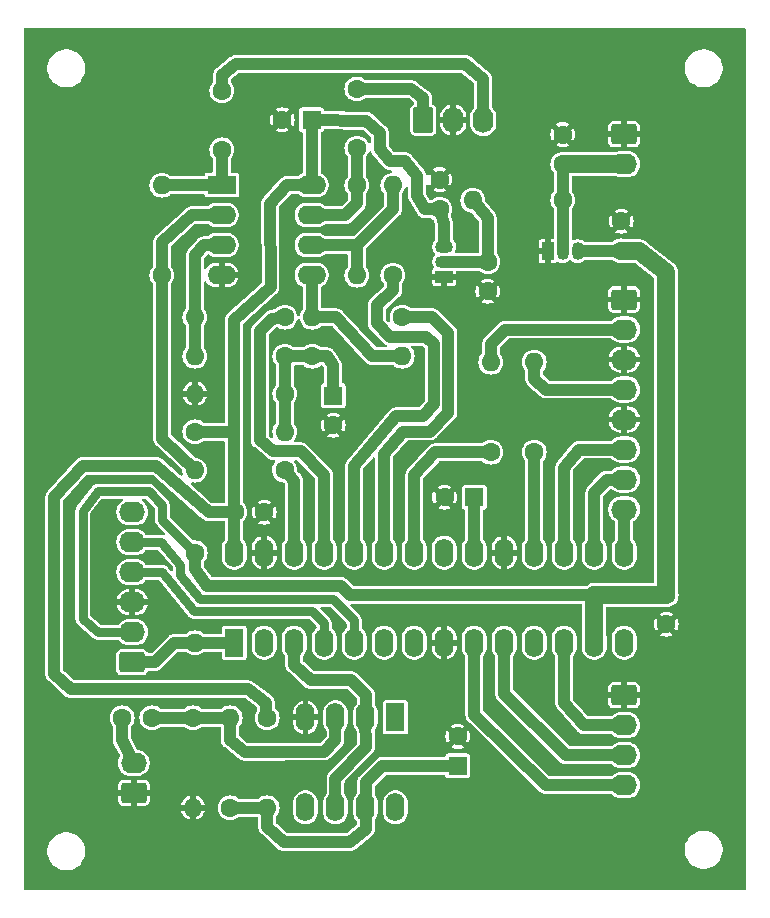
<source format=gbl>
%TF.GenerationSoftware,KiCad,Pcbnew,8.0.1*%
%TF.CreationDate,2024-06-15T11:09:31+01:00*%
%TF.ProjectId,MiniFilter3.2,4d696e69-4669-46c7-9465-72332e322e6b,rev?*%
%TF.SameCoordinates,Original*%
%TF.FileFunction,Copper,L2,Bot*%
%TF.FilePolarity,Positive*%
%FSLAX46Y46*%
G04 Gerber Fmt 4.6, Leading zero omitted, Abs format (unit mm)*
G04 Created by KiCad (PCBNEW 8.0.1) date 2024-06-15 11:09:31*
%MOMM*%
%LPD*%
G01*
G04 APERTURE LIST*
G04 Aperture macros list*
%AMRoundRect*
0 Rectangle with rounded corners*
0 $1 Rounding radius*
0 $2 $3 $4 $5 $6 $7 $8 $9 X,Y pos of 4 corners*
0 Add a 4 corners polygon primitive as box body*
4,1,4,$2,$3,$4,$5,$6,$7,$8,$9,$2,$3,0*
0 Add four circle primitives for the rounded corners*
1,1,$1+$1,$2,$3*
1,1,$1+$1,$4,$5*
1,1,$1+$1,$6,$7*
1,1,$1+$1,$8,$9*
0 Add four rect primitives between the rounded corners*
20,1,$1+$1,$2,$3,$4,$5,0*
20,1,$1+$1,$4,$5,$6,$7,0*
20,1,$1+$1,$6,$7,$8,$9,0*
20,1,$1+$1,$8,$9,$2,$3,0*%
G04 Aperture macros list end*
%TA.AperFunction,ComponentPad*%
%ADD10R,2.400000X1.600000*%
%TD*%
%TA.AperFunction,ComponentPad*%
%ADD11O,2.400000X1.600000*%
%TD*%
%TA.AperFunction,ComponentPad*%
%ADD12C,1.600000*%
%TD*%
%TA.AperFunction,ComponentPad*%
%ADD13RoundRect,0.250000X-0.620000X-0.845000X0.620000X-0.845000X0.620000X0.845000X-0.620000X0.845000X0*%
%TD*%
%TA.AperFunction,ComponentPad*%
%ADD14O,1.740000X2.190000*%
%TD*%
%TA.AperFunction,ComponentPad*%
%ADD15O,1.600000X1.600000*%
%TD*%
%TA.AperFunction,ComponentPad*%
%ADD16RoundRect,0.250000X-0.845000X0.620000X-0.845000X-0.620000X0.845000X-0.620000X0.845000X0.620000X0*%
%TD*%
%TA.AperFunction,ComponentPad*%
%ADD17O,2.190000X1.740000*%
%TD*%
%TA.AperFunction,ComponentPad*%
%ADD18R,1.500000X1.050000*%
%TD*%
%TA.AperFunction,ComponentPad*%
%ADD19O,1.500000X1.050000*%
%TD*%
%TA.AperFunction,ComponentPad*%
%ADD20RoundRect,0.250000X0.845000X-0.620000X0.845000X0.620000X-0.845000X0.620000X-0.845000X-0.620000X0*%
%TD*%
%TA.AperFunction,ComponentPad*%
%ADD21R,1.600000X1.600000*%
%TD*%
%TA.AperFunction,ComponentPad*%
%ADD22R,1.600000X2.400000*%
%TD*%
%TA.AperFunction,ComponentPad*%
%ADD23O,1.600000X2.400000*%
%TD*%
%TA.AperFunction,ComponentPad*%
%ADD24R,1.050000X1.500000*%
%TD*%
%TA.AperFunction,ComponentPad*%
%ADD25O,1.050000X1.500000*%
%TD*%
%TA.AperFunction,Conductor*%
%ADD26C,1.500000*%
%TD*%
%TA.AperFunction,Conductor*%
%ADD27C,0.750000*%
%TD*%
%TA.AperFunction,Conductor*%
%ADD28C,1.000000*%
%TD*%
G04 APERTURE END LIST*
D10*
%TO.P,IC5,1*%
%TO.N,Net-(C12-Pad1)*%
X148285200Y-77952600D03*
D11*
%TO.P,IC5,2,-*%
%TO.N,Net-(IC5A--)*%
X148285200Y-80492600D03*
%TO.P,IC5,3,+*%
%TO.N,Net-(IC5A-+)*%
X148285200Y-83032600D03*
%TO.P,IC5,4,V-*%
%TO.N,GND*%
X148285200Y-85572600D03*
%TO.P,IC5,5,+*%
%TO.N,Net-(IC5B-+)*%
X155905200Y-85572600D03*
%TO.P,IC5,6,-*%
%TO.N,Net-(IC5B--)*%
X155905200Y-83032600D03*
%TO.P,IC5,7*%
%TO.N,Net-(C11-Pad1)*%
X155905200Y-80492600D03*
%TO.P,IC5,8,V+*%
%TO.N,+3.3VA*%
X155905200Y-77952600D03*
%TD*%
D12*
%TO.P,C2,1*%
%TO.N,Net-(J1-Pin_2)*%
X139867000Y-123063000D03*
%TO.P,C2,2*%
%TO.N,Net-(IC1-+)*%
X142367000Y-123063000D03*
%TD*%
D13*
%TO.P,J6,1,Pin_1*%
%TO.N,Net-(J6-Pin_1)*%
X165354000Y-72466200D03*
D14*
%TO.P,J6,2,Pin_2*%
%TO.N,GND*%
X167894000Y-72466200D03*
%TO.P,J6,3,Pin_3*%
%TO.N,Net-(J6-Pin_3)*%
X170434000Y-72466200D03*
%TD*%
D12*
%TO.P,C6,1*%
%TO.N,+3.3VA*%
X166751000Y-80010000D03*
%TO.P,C6,2*%
%TO.N,GND*%
X166751000Y-77510000D03*
%TD*%
%TO.P,R11,1*%
%TO.N,VMID*%
X155956000Y-92456000D03*
D15*
%TO.P,R11,2*%
%TO.N,Net-(IC5B-+)*%
X163576000Y-92456000D03*
%TD*%
D12*
%TO.P,R12,1*%
%TO.N,VMID*%
X153644600Y-92456000D03*
D15*
%TO.P,R12,2*%
%TO.N,Net-(IC5A-+)*%
X146024600Y-92456000D03*
%TD*%
D12*
%TO.P,R10,1*%
%TO.N,Net-(IC4-AN9{slash}DAC1LN{slash}RP15{slash}CN11{slash}PMCS1{slash}RB15)*%
X153619200Y-102108000D03*
D15*
%TO.P,R10,2*%
%TO.N,Net-(IC5A--)*%
X145999200Y-102108000D03*
%TD*%
D12*
%TO.P,R7,1*%
%TO.N,Net-(IC4-AN12{slash}DAC1RP{slash}RP12{slash}CN14{slash}PMD0{slash}RB12)*%
X163576000Y-89154000D03*
D15*
%TO.P,R7,2*%
%TO.N,Net-(IC5B-+)*%
X155956000Y-89154000D03*
%TD*%
D12*
%TO.P,C12,1*%
%TO.N,Net-(C12-Pad1)*%
X148310600Y-74980800D03*
%TO.P,C12,2*%
%TO.N,Net-(J6-Pin_3)*%
X148310600Y-69980800D03*
%TD*%
D16*
%TO.P,J3,1,Pin_1*%
%TO.N,GND*%
X182372000Y-121158000D03*
D17*
%TO.P,J3,2,Pin_2*%
%TO.N,Net-(IC4-SOSCO{slash}T1CK{slash}CN0{slash}PMA1{slash}RA4)*%
X182372000Y-123698000D03*
%TO.P,J3,3,Pin_3*%
%TO.N,Net-(IC4-OSC2{slash}CLKO{slash}CN29{slash}PMA0{slash}RA3)*%
X182372000Y-126238000D03*
%TO.P,J3,4,Pin_4*%
%TO.N,Net-(IC4-OSC1{slash}CLKI{slash}CN30{slash}RA2)*%
X182372000Y-128778000D03*
%TD*%
D18*
%TO.P,IC3,1,GND*%
%TO.N,GND*%
X167132000Y-85725000D03*
D19*
%TO.P,IC3,2,VI*%
%TO.N,Net-(IC3-VI)*%
X167132000Y-84455000D03*
%TO.P,IC3,3,VO*%
%TO.N,+3.3VA*%
X167132000Y-83185000D03*
%TD*%
D20*
%TO.P,J1,1,Pin_1*%
%TO.N,GND*%
X140843000Y-129428000D03*
D17*
%TO.P,J1,2,Pin_2*%
%TO.N,Net-(J1-Pin_2)*%
X140843000Y-126888000D03*
%TD*%
D12*
%TO.P,R6,1*%
%TO.N,Net-(IC4-TDO{slash}SDA1{slash}RP9{slash}CN21{slash}PMD3{slash}RB9)*%
X174752000Y-100584000D03*
D15*
%TO.P,R6,2*%
%TO.N,Net-(J5-Pin_4)*%
X174752000Y-92964000D03*
%TD*%
D12*
%TO.P,R3,1*%
%TO.N,Net-(IC1-+)*%
X145857600Y-123063000D03*
D15*
%TO.P,R3,2*%
%TO.N,GND*%
X145857600Y-130683000D03*
%TD*%
D12*
%TO.P,R13,1*%
%TO.N,Net-(C11-Pad1)*%
X159740600Y-77978000D03*
D15*
%TO.P,R13,2*%
%TO.N,Net-(IC5B--)*%
X159740600Y-85598000D03*
%TD*%
D21*
%TO.P,C13,1*%
%TO.N,VMID*%
X157734000Y-95798000D03*
D12*
%TO.P,C13,2*%
%TO.N,GND*%
X157734000Y-98298000D03*
%TD*%
%TO.P,C4,1*%
%TO.N,Net-(IC3-VI)*%
X170815000Y-84455000D03*
%TO.P,C4,2*%
%TO.N,GND*%
X170815000Y-86955000D03*
%TD*%
%TO.P,R5,1*%
%TO.N,Net-(IC4-PGEC2{slash}TMS{slash}RP11{slash}CN15{slash}PMD1{slash}RB11)*%
X171069000Y-100584000D03*
D15*
%TO.P,R5,2*%
%TO.N,Net-(J5-Pin_2)*%
X171069000Y-92964000D03*
%TD*%
D12*
%TO.P,C3,1*%
%TO.N,Net-(IC2-VI)*%
X177165000Y-76200000D03*
%TO.P,C3,2*%
%TO.N,GND*%
X177165000Y-73700000D03*
%TD*%
%TO.P,R4,1*%
%TO.N,+3.3V*%
X146050000Y-109093000D03*
D15*
%TO.P,R4,2*%
%TO.N,MCLR*%
X146050000Y-116713000D03*
%TD*%
D12*
%TO.P,R14,1*%
%TO.N,Net-(IC5A--)*%
X143230600Y-85598000D03*
D15*
%TO.P,R14,2*%
%TO.N,Net-(C12-Pad1)*%
X143230600Y-77978000D03*
%TD*%
D16*
%TO.P,J2,1,Pin_1*%
%TO.N,GND*%
X182372000Y-73660000D03*
D17*
%TO.P,J2,2,Pin_2*%
%TO.N,Net-(IC2-VI)*%
X182372000Y-76200000D03*
%TD*%
D12*
%TO.P,R9,1*%
%TO.N,Net-(IC4-AN10{slash}DAC1LP{slash}RTCC{slash}RP14{slash}CN12{slash}PMWR{slash}RB14)*%
X153644600Y-89154000D03*
D15*
%TO.P,R9,2*%
%TO.N,Net-(IC5A-+)*%
X146024600Y-89154000D03*
%TD*%
D21*
%TO.P,C10,1*%
%TO.N,+3.3VA*%
X155905200Y-72440800D03*
D12*
%TO.P,C10,2*%
%TO.N,GND*%
X153405200Y-72440800D03*
%TD*%
D21*
%TO.P,C1,1*%
%TO.N,Net-(IC1-V+)*%
X168275000Y-127142000D03*
D12*
%TO.P,C1,2*%
%TO.N,GND*%
X168275000Y-124642000D03*
%TD*%
%TO.P,R8,1*%
%TO.N,Net-(IC4-AN11{slash}DAC1RN{slash}RP13{slash}CN13{slash}PMRD{slash}RB13)*%
X162788600Y-85598000D03*
D15*
%TO.P,R8,2*%
%TO.N,Net-(IC5B--)*%
X162788600Y-77978000D03*
%TD*%
D12*
%TO.P,R1,1*%
%TO.N,+3.3VA*%
X152146000Y-123063000D03*
D15*
%TO.P,R1,2*%
%TO.N,Net-(IC1-V+)*%
X152146000Y-130683000D03*
%TD*%
D22*
%TO.P,IC4,1,~{MCLR}*%
%TO.N,MCLR*%
X149352000Y-116713000D03*
D23*
%TO.P,IC4,2,AN0/VREF+/CN2/RA0*%
%TO.N,unconnected-(IC4-AN0{slash}VREF+{slash}CN2{slash}RA0-Pad2)*%
X151892000Y-116713000D03*
%TO.P,IC4,3,AN1/VREF-/CN3/RA1*%
%TO.N,Net-(IC1--)*%
X154432000Y-116713000D03*
%TO.P,IC4,4,PGED1/AN2/C2IN-/RP0/CN4/RB0*%
%TO.N,PGED1*%
X156972000Y-116713000D03*
%TO.P,IC4,5,PGEC1/AN3/C2IN+/RP1/CN5/RB1*%
%TO.N,PGEC1*%
X159512000Y-116713000D03*
%TO.P,IC4,6,AN4/C1IN-/RP2/CN6/RB2*%
%TO.N,unconnected-(IC4-AN4{slash}C1IN-{slash}RP2{slash}CN6{slash}RB2-Pad6)*%
X162052000Y-116713000D03*
%TO.P,IC4,7,AN5/C1IN+/RP3/CN7/RB3*%
%TO.N,unconnected-(IC4-AN5{slash}C1IN+{slash}RP3{slash}CN7{slash}RB3-Pad7)*%
X164592000Y-116713000D03*
%TO.P,IC4,8,VSS*%
%TO.N,GND*%
X167132000Y-116713000D03*
%TO.P,IC4,9,OSC1/CLKI/CN30/RA2*%
%TO.N,Net-(IC4-OSC1{slash}CLKI{slash}CN30{slash}RA2)*%
X169672000Y-116713000D03*
%TO.P,IC4,10,OSC2/CLKO/CN29/PMA0/RA3*%
%TO.N,Net-(IC4-OSC2{slash}CLKO{slash}CN29{slash}PMA0{slash}RA3)*%
X172212000Y-116713000D03*
%TO.P,IC4,11,SOSCI/RP4/CN1/PMBE/RB4*%
%TO.N,unconnected-(IC4-SOSCI{slash}RP4{slash}CN1{slash}PMBE{slash}RB4-Pad11)*%
X174752000Y-116713000D03*
%TO.P,IC4,12,SOSCO/T1CK/CN0/PMA1/RA4*%
%TO.N,Net-(IC4-SOSCO{slash}T1CK{slash}CN0{slash}PMA1{slash}RA4)*%
X177292000Y-116713000D03*
%TO.P,IC4,13,VDD*%
%TO.N,+3.3V*%
X179832000Y-116713000D03*
%TO.P,IC4,14,PGED3/ASDA1/RP5/CN27/PMD7/RB5*%
%TO.N,unconnected-(IC4-PGED3{slash}ASDA1{slash}RP5{slash}CN27{slash}PMD7{slash}RB5-Pad14)*%
X182372000Y-116713000D03*
%TO.P,IC4,15,PGEC3/ASCL1/RP6/CN24/PMD6/RB6*%
%TO.N,Net-(IC4-PGEC3{slash}ASCL1{slash}RP6{slash}CN24{slash}PMD6{slash}RB6)*%
X182372000Y-109093000D03*
%TO.P,IC4,16,INT0/RP7/CN23/PMD5/RB7*%
%TO.N,Net-(IC4-INT0{slash}RP7{slash}CN23{slash}PMD5{slash}RB7)*%
X179832000Y-109093000D03*
%TO.P,IC4,17,TCK/SCL1/RP8/CN22/PMD4/RB8*%
%TO.N,Net-(IC4-TCK{slash}SCL1{slash}RP8{slash}CN22{slash}PMD4{slash}RB8)*%
X177292000Y-109093000D03*
%TO.P,IC4,18,TDO/SDA1/RP9/CN21/PMD3/RB9*%
%TO.N,Net-(IC4-TDO{slash}SDA1{slash}RP9{slash}CN21{slash}PMD3{slash}RB9)*%
X174752000Y-109093000D03*
%TO.P,IC4,19,VSS*%
%TO.N,GND*%
X172212000Y-109093000D03*
%TO.P,IC4,20,VCAP*%
%TO.N,Net-(IC4-VCAP)*%
X169672000Y-109093000D03*
%TO.P,IC4,21,PGED2/TDI/RP10/CN16/PMD2/RB10*%
%TO.N,unconnected-(IC4-PGED2{slash}TDI{slash}RP10{slash}CN16{slash}PMD2{slash}RB10-Pad21)*%
X167132000Y-109093000D03*
%TO.P,IC4,22,PGEC2/TMS/RP11/CN15/PMD1/RB11*%
%TO.N,Net-(IC4-PGEC2{slash}TMS{slash}RP11{slash}CN15{slash}PMD1{slash}RB11)*%
X164592000Y-109093000D03*
%TO.P,IC4,23,AN12/DAC1RP/RP12/CN14/PMD0/RB12*%
%TO.N,Net-(IC4-AN12{slash}DAC1RP{slash}RP12{slash}CN14{slash}PMD0{slash}RB12)*%
X162052000Y-109093000D03*
%TO.P,IC4,24,AN11/DAC1RN/RP13/CN13/PMRD/RB13*%
%TO.N,Net-(IC4-AN11{slash}DAC1RN{slash}RP13{slash}CN13{slash}PMRD{slash}RB13)*%
X159512000Y-109093000D03*
%TO.P,IC4,25,AN10/DAC1LP/RTCC/RP14/CN12/PMWR/RB14*%
%TO.N,Net-(IC4-AN10{slash}DAC1LP{slash}RTCC{slash}RP14{slash}CN12{slash}PMWR{slash}RB14)*%
X156972000Y-109093000D03*
%TO.P,IC4,26,AN9/DAC1LN/RP15/CN11/PMCS1/RB15*%
%TO.N,Net-(IC4-AN9{slash}DAC1LN{slash}RP15{slash}CN11{slash}PMCS1{slash}RB15)*%
X154432000Y-109093000D03*
%TO.P,IC4,27,AVSS*%
%TO.N,GND*%
X151892000Y-109093000D03*
%TO.P,IC4,28,AVDD*%
%TO.N,+3.3VA*%
X149352000Y-109093000D03*
%TD*%
D12*
%TO.P,R16,1*%
%TO.N,VMID*%
X153644600Y-95631000D03*
D15*
%TO.P,R16,2*%
%TO.N,GND*%
X146024600Y-95631000D03*
%TD*%
D12*
%TO.P,C11,1*%
%TO.N,Net-(C11-Pad1)*%
X159740600Y-74828400D03*
%TO.P,C11,2*%
%TO.N,Net-(J6-Pin_1)*%
X159740600Y-69828400D03*
%TD*%
%TO.P,C7,1*%
%TO.N,GND*%
X185928000Y-115149000D03*
%TO.P,C7,2*%
%TO.N,+3.3V*%
X185928000Y-112649000D03*
%TD*%
D16*
%TO.P,J5,1,Pin_1*%
%TO.N,GND*%
X182372000Y-87655400D03*
D17*
%TO.P,J5,2,Pin_2*%
%TO.N,Net-(J5-Pin_2)*%
X182372000Y-90195400D03*
%TO.P,J5,3,Pin_3*%
%TO.N,GND*%
X182372000Y-92735400D03*
%TO.P,J5,4,Pin_4*%
%TO.N,Net-(J5-Pin_4)*%
X182372000Y-95275400D03*
%TO.P,J5,5,Pin_5*%
%TO.N,GND*%
X182372000Y-97815400D03*
%TO.P,J5,6,Pin_6*%
%TO.N,Net-(IC4-TCK{slash}SCL1{slash}RP8{slash}CN22{slash}PMD4{slash}RB8)*%
X182372000Y-100355400D03*
%TO.P,J5,7,Pin_7*%
%TO.N,Net-(IC4-INT0{slash}RP7{slash}CN23{slash}PMD5{slash}RB7)*%
X182372000Y-102895400D03*
%TO.P,J5,8,Pin_8*%
%TO.N,Net-(IC4-PGEC3{slash}ASCL1{slash}RP6{slash}CN24{slash}PMD6{slash}RB6)*%
X182372000Y-105435400D03*
%TD*%
D12*
%TO.P,C9,1*%
%TO.N,+3.3VA*%
X149392000Y-105664000D03*
%TO.P,C9,2*%
%TO.N,GND*%
X151892000Y-105664000D03*
%TD*%
D21*
%TO.P,C8,1*%
%TO.N,Net-(IC4-VCAP)*%
X169672000Y-104394000D03*
D12*
%TO.P,C8,2*%
%TO.N,GND*%
X167172000Y-104394000D03*
%TD*%
%TO.P,L1,1*%
%TO.N,Net-(IC2-VI)*%
X177165000Y-79248000D03*
D15*
%TO.P,L1,2*%
%TO.N,Net-(IC3-VI)*%
X169545000Y-79248000D03*
%TD*%
D20*
%TO.P,J4,1,Pin_1*%
%TO.N,MCLR*%
X140716000Y-118364000D03*
D17*
%TO.P,J4,2,Pin_2*%
%TO.N,+3.3V*%
X140716000Y-115824000D03*
%TO.P,J4,3,Pin_3*%
%TO.N,GND*%
X140716000Y-113284000D03*
%TO.P,J4,4,Pin_4*%
%TO.N,PGED1*%
X140716000Y-110744000D03*
%TO.P,J4,5,Pin_5*%
%TO.N,PGEC1*%
X140716000Y-108204000D03*
%TO.P,J4,6,Pin_6*%
%TO.N,unconnected-(J4-Pin_6-Pad6)*%
X140716000Y-105664000D03*
%TD*%
D12*
%TO.P,R15,1*%
%TO.N,+3.3VA*%
X146024600Y-98856800D03*
D15*
%TO.P,R15,2*%
%TO.N,VMID*%
X153644600Y-98856800D03*
%TD*%
D12*
%TO.P,R2,1*%
%TO.N,Net-(IC1-V+)*%
X149007200Y-130683000D03*
D15*
%TO.P,R2,2*%
%TO.N,Net-(IC1-+)*%
X149007200Y-123063000D03*
%TD*%
D22*
%TO.P,IC1,1,NC*%
%TO.N,unconnected-(IC1-NC-Pad1)*%
X163002600Y-123027200D03*
D23*
%TO.P,IC1,2,-*%
%TO.N,Net-(IC1--)*%
X160462600Y-123027200D03*
%TO.P,IC1,3,+*%
%TO.N,Net-(IC1-+)*%
X157922600Y-123027200D03*
%TO.P,IC1,4,V-*%
%TO.N,GND*%
X155382600Y-123027200D03*
%TO.P,IC1,5,NC*%
%TO.N,unconnected-(IC1-NC-Pad5)*%
X155382600Y-130647200D03*
%TO.P,IC1,6*%
%TO.N,Net-(IC1--)*%
X157922600Y-130647200D03*
%TO.P,IC1,7,V+*%
%TO.N,Net-(IC1-V+)*%
X160462600Y-130647200D03*
%TO.P,IC1,8,NC*%
%TO.N,unconnected-(IC1-NC-Pad8)*%
X163002600Y-130647200D03*
%TD*%
D12*
%TO.P,C5,1*%
%TO.N,+3.3V*%
X182118000Y-83526000D03*
%TO.P,C5,2*%
%TO.N,GND*%
X182118000Y-81026000D03*
%TD*%
D24*
%TO.P,IC2,1,GND*%
%TO.N,GND*%
X175895000Y-83566000D03*
D25*
%TO.P,IC2,2,VI*%
%TO.N,Net-(IC2-VI)*%
X177165000Y-83566000D03*
%TO.P,IC2,3,VO*%
%TO.N,+3.3V*%
X178435000Y-83566000D03*
%TD*%
D26*
%TO.N,+3.3V*%
X183642000Y-83566000D02*
X182118000Y-83526000D01*
D27*
X142113000Y-103886000D02*
X137795000Y-103886000D01*
D26*
X179832000Y-112649000D02*
X185928000Y-112649000D01*
D27*
X143256000Y-105029000D02*
X142113000Y-103886000D01*
D26*
X185928000Y-85344000D02*
X183642000Y-83566000D01*
D27*
X143256000Y-106299000D02*
X143256000Y-105029000D01*
D28*
X147066000Y-111887000D02*
X146050000Y-110490000D01*
D26*
X185928000Y-112649000D02*
X185928000Y-85344000D01*
D27*
X137795000Y-115824000D02*
X140716000Y-115824000D01*
X146050000Y-109093000D02*
X143256000Y-106299000D01*
D28*
X159131000Y-112649000D02*
X158369000Y-111887000D01*
D26*
X179832000Y-112649000D02*
X179832000Y-116713000D01*
D28*
X146050000Y-110490000D02*
X146050000Y-109093000D01*
D27*
X137795000Y-103886000D02*
X136525000Y-105537000D01*
X136525000Y-114681000D02*
X137795000Y-115824000D01*
X136525000Y-105537000D02*
X136525000Y-114681000D01*
D28*
X179832000Y-112649000D02*
X159131000Y-112649000D01*
X178435000Y-83566000D02*
X182118000Y-83526000D01*
X158369000Y-111887000D02*
X147066000Y-111887000D01*
%TO.N,+3.3VA*%
X148869400Y-98856800D02*
X149326600Y-98882200D01*
X149392000Y-105664000D02*
X147193000Y-105664000D01*
X163830000Y-75946000D02*
X164846000Y-77216000D01*
X155905200Y-72440800D02*
X155930600Y-77978000D01*
X161671000Y-74930000D02*
X162560000Y-75946000D01*
X161671000Y-73533000D02*
X161671000Y-74930000D01*
X146024600Y-98856800D02*
X148869400Y-98856800D01*
X147193000Y-105664000D02*
X142748000Y-101727000D01*
X152019000Y-121793000D02*
X152106000Y-123154200D01*
X149301200Y-89408000D02*
X149326600Y-98882200D01*
X149326600Y-98882200D02*
X149352000Y-109093000D01*
X160528000Y-72517000D02*
X161671000Y-73533000D01*
X134112000Y-104394000D02*
X134112000Y-119380000D01*
X142748000Y-101727000D02*
X136525000Y-101727000D01*
X155905200Y-72440800D02*
X160528000Y-72517000D01*
X164803667Y-78867000D02*
X165481000Y-80010000D01*
X153847800Y-77952600D02*
X152374600Y-79527400D01*
X152374600Y-79527400D02*
X152425400Y-86614000D01*
X152425400Y-86614000D02*
X149301200Y-89408000D01*
X165481000Y-80010000D02*
X166751000Y-80010000D01*
X167132000Y-81280000D02*
X167132000Y-83185000D01*
X166751000Y-80010000D02*
X167132000Y-81280000D01*
X162560000Y-75946000D02*
X163830000Y-75946000D01*
X135509000Y-120650000D02*
X150495000Y-120650000D01*
X164846000Y-77216000D02*
X164803667Y-78867000D01*
X150495000Y-120650000D02*
X152019000Y-121793000D01*
X134112000Y-119380000D02*
X135509000Y-120650000D01*
X136525000Y-101727000D02*
X134112000Y-104394000D01*
X155930600Y-77978000D02*
X153847800Y-77952600D01*
%TO.N,MCLR*%
X144272000Y-116713000D02*
X146050000Y-116713000D01*
X146050000Y-116713000D02*
X149352000Y-116713000D01*
X140716000Y-118364000D02*
X142621000Y-118364000D01*
X142621000Y-118364000D02*
X144272000Y-116713000D01*
%TO.N,VMID*%
X155930600Y-92456000D02*
X157200600Y-92456000D01*
X153644600Y-92456000D02*
X153670000Y-98044000D01*
X153670000Y-98044000D02*
X153644600Y-98856800D01*
X155930600Y-92456000D02*
X153644600Y-92456000D01*
X157708600Y-93218000D02*
X157734000Y-95758000D01*
X157200600Y-92456000D02*
X157708600Y-93218000D01*
%TO.N,Net-(C12-Pad1)*%
X148310600Y-74980800D02*
X148310600Y-77978000D01*
X143230600Y-77978000D02*
X148310600Y-77978000D01*
%TO.N,Net-(C11-Pad1)*%
X155930600Y-80518000D02*
X158724600Y-80518000D01*
X159740600Y-79502000D02*
X159740600Y-77978000D01*
X158724600Y-80518000D02*
X159740600Y-79502000D01*
X159740600Y-74828400D02*
X159740600Y-77978000D01*
%TO.N,Net-(IC4-AN12{slash}DAC1RP{slash}RP12{slash}CN14{slash}PMD0{slash}RB12)*%
X162052000Y-109093000D02*
X162052000Y-100761800D01*
X167487600Y-97231200D02*
X167487600Y-90500200D01*
X166116000Y-89154000D02*
X163576000Y-89154000D01*
X162052000Y-100761800D02*
X163652200Y-98831400D01*
X167487600Y-90500200D02*
X166116000Y-89154000D01*
X163652200Y-98831400D02*
X165912800Y-98831400D01*
X165912800Y-98831400D02*
X167487600Y-97231200D01*
%TO.N,Net-(IC4-AN11{slash}DAC1RN{slash}RP13{slash}CN13{slash}PMRD{slash}RB13)*%
X163068000Y-97536000D02*
X159512000Y-101727000D01*
X165354000Y-97536000D02*
X163068000Y-97536000D01*
X161417000Y-88138000D02*
X161417000Y-89662000D01*
X159512000Y-101727000D02*
X159512000Y-109093000D01*
X166243000Y-96520000D02*
X165354000Y-97536000D01*
X166243000Y-91440000D02*
X166243000Y-96520000D01*
X165608000Y-90805000D02*
X166243000Y-91440000D01*
X162560000Y-90805000D02*
X165608000Y-90805000D01*
X161417000Y-89662000D02*
X162560000Y-90805000D01*
X162814000Y-86868000D02*
X161417000Y-88138000D01*
X162788600Y-85598000D02*
X162814000Y-86868000D01*
%TO.N,Net-(IC4-AN10{slash}DAC1LP{slash}RTCC{slash}RP14{slash}CN12{slash}PMWR{slash}RB14)*%
X151511000Y-99568000D02*
X152654000Y-100482400D01*
X153644600Y-89154000D02*
X152527000Y-89281000D01*
X152527000Y-89281000D02*
X151511000Y-90297000D01*
X151511000Y-90297000D02*
X151511000Y-99568000D01*
X156972000Y-102489000D02*
X156972000Y-109093000D01*
X152654000Y-100482400D02*
X154965400Y-100482400D01*
X154965400Y-100482400D02*
X156972000Y-102489000D01*
%TO.N,Net-(IC4-AN9{slash}DAC1LN{slash}RP15{slash}CN11{slash}PMCS1{slash}RB15)*%
X154432000Y-102997000D02*
X154432000Y-109093000D01*
X153644600Y-102057200D02*
X154432000Y-102997000D01*
%TO.N,Net-(IC5A--)*%
X143230600Y-85598000D02*
X143230600Y-82804000D01*
X143256000Y-98806000D02*
X143256000Y-99441000D01*
X143256000Y-99441000D02*
X146024600Y-102057200D01*
X145770600Y-80518000D02*
X148310600Y-80518000D01*
X143230600Y-82804000D02*
X145770600Y-80518000D01*
X143230600Y-85598000D02*
X143256000Y-98806000D01*
%TO.N,Net-(IC5A-+)*%
X146024600Y-83921600D02*
X146024600Y-89154000D01*
X146024600Y-89154000D02*
X146024600Y-92456000D01*
X146786600Y-83058000D02*
X146024600Y-83921600D01*
X148310600Y-83058000D02*
X146786600Y-83058000D01*
%TO.N,Net-(IC5B-+)*%
X155930600Y-85598000D02*
X155956000Y-89154000D01*
X157988000Y-89154000D02*
X161036000Y-92456000D01*
X155956000Y-89154000D02*
X157988000Y-89154000D01*
X161036000Y-92456000D02*
X163550600Y-92456000D01*
%TO.N,Net-(IC5B--)*%
X155930600Y-83058000D02*
X159740600Y-83058000D01*
X162788600Y-80010000D02*
X162788600Y-77978000D01*
X159740600Y-83058000D02*
X159740600Y-85598000D01*
X159740600Y-83058000D02*
X162788600Y-80010000D01*
%TO.N,Net-(IC1-V+)*%
X160462600Y-130647200D02*
X160488000Y-128539000D01*
X149007200Y-130683000D02*
X152146000Y-130683000D01*
X153543000Y-133604000D02*
X159131000Y-133604000D01*
X152146000Y-132334000D02*
X153543000Y-133604000D01*
X160528000Y-132461000D02*
X160462600Y-130647200D01*
X161885000Y-127142000D02*
X168275000Y-127142000D01*
X152146000Y-130683000D02*
X152146000Y-132334000D01*
X160488000Y-128539000D02*
X161885000Y-127142000D01*
X159131000Y-133604000D02*
X160528000Y-132461000D01*
%TO.N,Net-(IC1-+)*%
X149007200Y-123063000D02*
X148971000Y-124968000D01*
X145857600Y-123063000D02*
X149007200Y-123063000D01*
X148971000Y-124968000D02*
X150226400Y-125948200D01*
X142367000Y-123063000D02*
X145857600Y-123063000D01*
X156932000Y-125922800D02*
X157922600Y-124968000D01*
X157922600Y-124968000D02*
X157922600Y-123052600D01*
X150226400Y-125948200D02*
X156932000Y-125922800D01*
%TO.N,Net-(IC1--)*%
X157922600Y-128234200D02*
X157922600Y-130672600D01*
X160513400Y-125516400D02*
X157922600Y-128234200D01*
X159258000Y-119888000D02*
X160528000Y-121158000D01*
X160462600Y-123052600D02*
X160513400Y-125516400D01*
X154432000Y-118618000D02*
X155829000Y-119888000D01*
X154432000Y-116713000D02*
X154432000Y-118618000D01*
X160528000Y-121158000D02*
X160462600Y-123027200D01*
X155829000Y-119888000D02*
X159258000Y-119888000D01*
%TO.N,Net-(IC4-VCAP)*%
X169672000Y-104394000D02*
X169672000Y-109093000D01*
D27*
%TO.N,PGED1*%
X145923000Y-114046000D02*
X155956000Y-114046000D01*
X156972000Y-115062000D02*
X156972000Y-116713000D01*
X155956000Y-114046000D02*
X156972000Y-115062000D01*
X140716000Y-110744000D02*
X143256000Y-110744000D01*
X143256000Y-110744000D02*
X145923000Y-114046000D01*
%TO.N,PGEC1*%
X159512000Y-114808000D02*
X159512000Y-116713000D01*
X140716000Y-108204000D02*
X143129000Y-108204000D01*
X157734000Y-113030000D02*
X159512000Y-114808000D01*
X144780000Y-110998000D02*
X146431000Y-113030000D01*
X146431000Y-113030000D02*
X157734000Y-113030000D01*
X144780000Y-110109000D02*
X144780000Y-110998000D01*
X143129000Y-108204000D02*
X144780000Y-110109000D01*
D28*
%TO.N,Net-(IC4-PGEC2{slash}TMS{slash}RP11{slash}CN15{slash}PMD1{slash}RB11)*%
X166370000Y-100584000D02*
X170942000Y-100584000D01*
X164592000Y-109093000D02*
X164592000Y-102489000D01*
X164592000Y-102489000D02*
X166370000Y-100584000D01*
%TO.N,Net-(IC4-TDO{slash}SDA1{slash}RP9{slash}CN21{slash}PMD3{slash}RB9)*%
X174752000Y-100584000D02*
X174752000Y-109093000D01*
%TO.N,Net-(IC4-OSC1{slash}CLKI{slash}CN30{slash}RA2)*%
X169672000Y-116713000D02*
X169672000Y-122809000D01*
X175768000Y-128778000D02*
X182372000Y-128778000D01*
X169672000Y-122809000D02*
X175768000Y-128778000D01*
%TO.N,Net-(IC4-OSC2{slash}CLKO{slash}CN29{slash}PMA0{slash}RA3)*%
X172212000Y-121031000D02*
X177419000Y-126238000D01*
X177419000Y-126238000D02*
X182372000Y-126238000D01*
X172212000Y-116713000D02*
X172212000Y-121031000D01*
%TO.N,Net-(IC4-SOSCO{slash}T1CK{slash}CN0{slash}PMA1{slash}RA4)*%
X177292000Y-121793000D02*
X178943000Y-123698000D01*
X178943000Y-123698000D02*
X182372000Y-123698000D01*
X177292000Y-116713000D02*
X177292000Y-121793000D01*
%TO.N,Net-(IC2-VI)*%
X177165000Y-76200000D02*
X177165000Y-79248000D01*
D26*
X177165000Y-76200000D02*
X182372000Y-76200000D01*
D28*
X177165000Y-79248000D02*
X177165000Y-83566000D01*
%TO.N,Net-(IC3-VI)*%
X167132000Y-84455000D02*
X170815000Y-84455000D01*
X169545000Y-79248000D02*
X170815000Y-80772000D01*
X170815000Y-80772000D02*
X170815000Y-84455000D01*
%TO.N,Net-(J1-Pin_2)*%
X139827000Y-124968000D02*
X140843000Y-126888000D01*
X139867000Y-123190000D02*
X139827000Y-124968000D01*
%TO.N,Net-(J6-Pin_1)*%
X164338000Y-69850000D02*
X165354000Y-70612000D01*
X159740600Y-69828400D02*
X164338000Y-69850000D01*
X165354000Y-70612000D02*
X165354000Y-72466200D01*
%TO.N,Net-(J6-Pin_3)*%
X148310600Y-69980800D02*
X148310600Y-68656200D01*
X168859200Y-67691000D02*
X170434000Y-69011800D01*
X148310600Y-68656200D02*
X149529800Y-67691000D01*
X170434000Y-69011800D02*
X170434000Y-72466200D01*
X149529800Y-67691000D02*
X168859200Y-67691000D01*
%TO.N,Net-(IC4-PGEC3{slash}ASCL1{slash}RP6{slash}CN24{slash}PMD6{slash}RB6)*%
X182372000Y-105435400D02*
X182372000Y-109093000D01*
%TO.N,Net-(IC4-INT0{slash}RP7{slash}CN23{slash}PMD5{slash}RB7)*%
X179832000Y-104013000D02*
X179832000Y-109093000D01*
X180873400Y-102895400D02*
X179832000Y-104013000D01*
X182372000Y-102895400D02*
X180873400Y-102895400D01*
%TO.N,Net-(IC4-TCK{slash}SCL1{slash}RP8{slash}CN22{slash}PMD4{slash}RB8)*%
X177292000Y-101879400D02*
X177292000Y-109093000D01*
X182372000Y-100355400D02*
X178562000Y-100355400D01*
X178562000Y-100355400D02*
X177292000Y-101879400D01*
%TO.N,Net-(J5-Pin_4)*%
X174752000Y-94361000D02*
X175768000Y-95275400D01*
X174752000Y-92964000D02*
X174752000Y-94361000D01*
X175768000Y-95275400D02*
X182372000Y-95275400D01*
%TO.N,Net-(J5-Pin_2)*%
X171069000Y-91440000D02*
X171069000Y-92964000D01*
X172288200Y-90195400D02*
X171069000Y-91440000D01*
X182372000Y-90195400D02*
X172288200Y-90195400D01*
%TD*%
%TA.AperFunction,Conductor*%
%TO.N,GND*%
G36*
X192602039Y-64662685D02*
G01*
X192647794Y-64715489D01*
X192659000Y-64767000D01*
X192659000Y-137544000D01*
X192639315Y-137611039D01*
X192586511Y-137656794D01*
X192535000Y-137668000D01*
X131696000Y-137668000D01*
X131628961Y-137648315D01*
X131583206Y-137595511D01*
X131572000Y-137544000D01*
X131572000Y-134491961D01*
X133527500Y-134491961D01*
X133566910Y-134740785D01*
X133644760Y-134980383D01*
X133759132Y-135204848D01*
X133907201Y-135408649D01*
X133907205Y-135408654D01*
X134085345Y-135586794D01*
X134085350Y-135586798D01*
X134263117Y-135715952D01*
X134289155Y-135734870D01*
X134417155Y-135800089D01*
X134513616Y-135849239D01*
X134513618Y-135849239D01*
X134513621Y-135849241D01*
X134753215Y-135927090D01*
X135002038Y-135966500D01*
X135002039Y-135966500D01*
X135253961Y-135966500D01*
X135253962Y-135966500D01*
X135502785Y-135927090D01*
X135742379Y-135849241D01*
X135966845Y-135734870D01*
X136170656Y-135586793D01*
X136348793Y-135408656D01*
X136496870Y-135204845D01*
X136611241Y-134980379D01*
X136689090Y-134740785D01*
X136728500Y-134491962D01*
X136728500Y-134364961D01*
X187502500Y-134364961D01*
X187541910Y-134613785D01*
X187619760Y-134853383D01*
X187734132Y-135077848D01*
X187882201Y-135281649D01*
X187882205Y-135281654D01*
X188060345Y-135459794D01*
X188060350Y-135459798D01*
X188235145Y-135586793D01*
X188264155Y-135607870D01*
X188407184Y-135680747D01*
X188488616Y-135722239D01*
X188488618Y-135722239D01*
X188488621Y-135722241D01*
X188728215Y-135800090D01*
X188977038Y-135839500D01*
X188977039Y-135839500D01*
X189228961Y-135839500D01*
X189228962Y-135839500D01*
X189477785Y-135800090D01*
X189717379Y-135722241D01*
X189941845Y-135607870D01*
X190145656Y-135459793D01*
X190323793Y-135281656D01*
X190471870Y-135077845D01*
X190586241Y-134853379D01*
X190664090Y-134613785D01*
X190703500Y-134364962D01*
X190703500Y-134113038D01*
X190664090Y-133864215D01*
X190586241Y-133624621D01*
X190586239Y-133624618D01*
X190586239Y-133624616D01*
X190536578Y-133527151D01*
X190471870Y-133400155D01*
X190416068Y-133323350D01*
X190323798Y-133196350D01*
X190323794Y-133196345D01*
X190145654Y-133018205D01*
X190145649Y-133018201D01*
X189941848Y-132870132D01*
X189941847Y-132870131D01*
X189941845Y-132870130D01*
X189868243Y-132832628D01*
X189717383Y-132755760D01*
X189477785Y-132677910D01*
X189325353Y-132653767D01*
X189228962Y-132638500D01*
X188977038Y-132638500D01*
X188880691Y-132653760D01*
X188728214Y-132677910D01*
X188488616Y-132755760D01*
X188264151Y-132870132D01*
X188060350Y-133018201D01*
X188060345Y-133018205D01*
X187882205Y-133196345D01*
X187882201Y-133196350D01*
X187734132Y-133400151D01*
X187619760Y-133624616D01*
X187541910Y-133864214D01*
X187502500Y-134113038D01*
X187502500Y-134364961D01*
X136728500Y-134364961D01*
X136728500Y-134240038D01*
X136689090Y-133991215D01*
X136611241Y-133751621D01*
X136611239Y-133751618D01*
X136611239Y-133751616D01*
X136546531Y-133624621D01*
X136496870Y-133527155D01*
X136477952Y-133501117D01*
X136348798Y-133323350D01*
X136348794Y-133323345D01*
X136170654Y-133145205D01*
X136170649Y-133145201D01*
X135966848Y-132997132D01*
X135966847Y-132997131D01*
X135966845Y-132997130D01*
X135841297Y-132933160D01*
X135742383Y-132882760D01*
X135502785Y-132804910D01*
X135423150Y-132792297D01*
X135253962Y-132765500D01*
X135002038Y-132765500D01*
X134918514Y-132778729D01*
X134753214Y-132804910D01*
X134513616Y-132882760D01*
X134289151Y-132997132D01*
X134085350Y-133145201D01*
X134085345Y-133145205D01*
X133907205Y-133323345D01*
X133907201Y-133323350D01*
X133759132Y-133527151D01*
X133644760Y-133751616D01*
X133566910Y-133991214D01*
X133527500Y-134240038D01*
X133527500Y-134491961D01*
X131572000Y-134491961D01*
X131572000Y-130933000D01*
X144836190Y-130933000D01*
X144882833Y-131086766D01*
X144980328Y-131269166D01*
X144980332Y-131269173D01*
X145111544Y-131429055D01*
X145271426Y-131560267D01*
X145271433Y-131560271D01*
X145453833Y-131657766D01*
X145607600Y-131704410D01*
X145607600Y-130998686D01*
X145611994Y-131003080D01*
X145703206Y-131055741D01*
X145804939Y-131083000D01*
X145910261Y-131083000D01*
X146011994Y-131055741D01*
X146103206Y-131003080D01*
X146107600Y-130998686D01*
X146107600Y-131704410D01*
X146261366Y-131657766D01*
X146443766Y-131560271D01*
X146443773Y-131560267D01*
X146603655Y-131429055D01*
X146734867Y-131269173D01*
X146734871Y-131269166D01*
X146832366Y-131086766D01*
X146879010Y-130933000D01*
X146173286Y-130933000D01*
X146177680Y-130928606D01*
X146230341Y-130837394D01*
X146257600Y-130735661D01*
X146257600Y-130683000D01*
X147951617Y-130683000D01*
X147971899Y-130888932D01*
X147971900Y-130888934D01*
X148031968Y-131086954D01*
X148129515Y-131269450D01*
X148164169Y-131311677D01*
X148260789Y-131429410D01*
X148354102Y-131505989D01*
X148420750Y-131560685D01*
X148603246Y-131658232D01*
X148801266Y-131718300D01*
X148801265Y-131718300D01*
X148819729Y-131720118D01*
X149007200Y-131738583D01*
X149213134Y-131718300D01*
X149411154Y-131658232D01*
X149593650Y-131560685D01*
X149714329Y-131461647D01*
X149778639Y-131434334D01*
X149792994Y-131433500D01*
X151271500Y-131433500D01*
X151338539Y-131453185D01*
X151384294Y-131505989D01*
X151395500Y-131557500D01*
X151395500Y-132268837D01*
X151394130Y-132287215D01*
X151392834Y-132295859D01*
X151395360Y-132348908D01*
X151395500Y-132354805D01*
X151395500Y-132407918D01*
X151396899Y-132414950D01*
X151397209Y-132416510D01*
X151399450Y-132434795D01*
X151399866Y-132443529D01*
X151399866Y-132443531D01*
X151412691Y-132495068D01*
X151413977Y-132500816D01*
X151424341Y-132552909D01*
X151424343Y-132552916D01*
X151427691Y-132560999D01*
X151433458Y-132578501D01*
X151435570Y-132586987D01*
X151435574Y-132586999D01*
X151458207Y-132635037D01*
X151460592Y-132640430D01*
X151480916Y-132689495D01*
X151485780Y-132696774D01*
X151494847Y-132712808D01*
X151498579Y-132720730D01*
X151530158Y-132763443D01*
X151533552Y-132768270D01*
X151563047Y-132812414D01*
X151563049Y-132812417D01*
X151569230Y-132818597D01*
X151581261Y-132832564D01*
X151586465Y-132839603D01*
X151625766Y-132875331D01*
X151630037Y-132879404D01*
X151667580Y-132916948D01*
X151667583Y-132916950D01*
X151667584Y-132916951D01*
X151674860Y-132921812D01*
X151689374Y-132933157D01*
X152713537Y-133864214D01*
X153022771Y-134145336D01*
X153027041Y-134149408D01*
X153064584Y-134186951D01*
X153069590Y-134190296D01*
X153071856Y-134191810D01*
X153086374Y-134203158D01*
X153092845Y-134209041D01*
X153092850Y-134209045D01*
X153092854Y-134209048D01*
X153092860Y-134209051D01*
X153092862Y-134209053D01*
X153138375Y-134236425D01*
X153143328Y-134239566D01*
X153187505Y-134269084D01*
X153195584Y-134272430D01*
X153212047Y-134280732D01*
X153219543Y-134285241D01*
X153219545Y-134285242D01*
X153269524Y-134303209D01*
X153275014Y-134305331D01*
X153324087Y-134325658D01*
X153332667Y-134327364D01*
X153350434Y-134332296D01*
X153358660Y-134335254D01*
X153372499Y-134337327D01*
X153411191Y-134343125D01*
X153416950Y-134344129D01*
X153469082Y-134354500D01*
X153477837Y-134354500D01*
X153496216Y-134355869D01*
X153504864Y-134357166D01*
X153557916Y-134354640D01*
X153563812Y-134354500D01*
X159087385Y-134354500D01*
X159099723Y-134355115D01*
X159129873Y-134358130D01*
X159161331Y-134355078D01*
X159173301Y-134354500D01*
X159204920Y-134354500D01*
X159221334Y-134351234D01*
X159234646Y-134348586D01*
X159246862Y-134346783D01*
X159277018Y-134343859D01*
X159307278Y-134334728D01*
X159318894Y-134331827D01*
X159349913Y-134325658D01*
X159349914Y-134325657D01*
X159349916Y-134325657D01*
X159360398Y-134321314D01*
X159377917Y-134314057D01*
X159389530Y-134309911D01*
X159418552Y-134301156D01*
X159446465Y-134286289D01*
X159457272Y-134281188D01*
X159486495Y-134269084D01*
X159511689Y-134252248D01*
X159522279Y-134245912D01*
X159549036Y-134231663D01*
X159573520Y-134211629D01*
X159583134Y-134204510D01*
X159609416Y-134186951D01*
X159630844Y-134165521D01*
X159639983Y-134157250D01*
X160982732Y-133058636D01*
X160988668Y-133054073D01*
X161027111Y-133026334D01*
X161036988Y-133015717D01*
X161049237Y-133004223D01*
X161060454Y-132995047D01*
X161090579Y-132958448D01*
X161095499Y-132952827D01*
X161127811Y-132918100D01*
X161135421Y-132905769D01*
X161145201Y-132892094D01*
X161154410Y-132880909D01*
X161176820Y-132839129D01*
X161180558Y-132832643D01*
X161205462Y-132792299D01*
X161210520Y-132778721D01*
X161217443Y-132763403D01*
X161224294Y-132750634D01*
X161238127Y-132705274D01*
X161240516Y-132698216D01*
X161257078Y-132653767D01*
X161259391Y-132639460D01*
X161263192Y-132623087D01*
X161267420Y-132609228D01*
X161272136Y-132562053D01*
X161273104Y-132554648D01*
X161280676Y-132507827D01*
X161280153Y-132493338D01*
X161280687Y-132476552D01*
X161282130Y-132462127D01*
X161277554Y-132414950D01*
X161277056Y-132407447D01*
X161273033Y-132295864D01*
X161254952Y-131794415D01*
X161272208Y-131726711D01*
X161275769Y-131721057D01*
X161278577Y-131716855D01*
X161393541Y-131544798D01*
X161472730Y-131353620D01*
X161513099Y-131150669D01*
X161952100Y-131150669D01*
X161992468Y-131353612D01*
X161992470Y-131353620D01*
X162040176Y-131468793D01*
X162071659Y-131544798D01*
X162129141Y-131630826D01*
X162186624Y-131716857D01*
X162332942Y-131863175D01*
X162332945Y-131863177D01*
X162505002Y-131978141D01*
X162696180Y-132057330D01*
X162899130Y-132097699D01*
X162899134Y-132097700D01*
X162899135Y-132097700D01*
X163106066Y-132097700D01*
X163106067Y-132097699D01*
X163309020Y-132057330D01*
X163500198Y-131978141D01*
X163672255Y-131863177D01*
X163818577Y-131716855D01*
X163933541Y-131544798D01*
X164012730Y-131353620D01*
X164053100Y-131150665D01*
X164053100Y-130143735D01*
X164012730Y-129940780D01*
X163933541Y-129749602D01*
X163818577Y-129577545D01*
X163818575Y-129577542D01*
X163672257Y-129431224D01*
X163571769Y-129364081D01*
X163500198Y-129316259D01*
X163488665Y-129311482D01*
X163309020Y-129237070D01*
X163309012Y-129237068D01*
X163106069Y-129196700D01*
X163106065Y-129196700D01*
X162899135Y-129196700D01*
X162899130Y-129196700D01*
X162696187Y-129237068D01*
X162696179Y-129237070D01*
X162505003Y-129316258D01*
X162332942Y-129431224D01*
X162186624Y-129577542D01*
X162071658Y-129749603D01*
X161992470Y-129940779D01*
X161992468Y-129940787D01*
X161952100Y-130143730D01*
X161952100Y-131150669D01*
X161513099Y-131150669D01*
X161513100Y-131150665D01*
X161513100Y-130143735D01*
X161472730Y-129940780D01*
X161393541Y-129749602D01*
X161278577Y-129577545D01*
X161278575Y-129577542D01*
X161263606Y-129562573D01*
X161230121Y-129501250D01*
X161227296Y-129473398D01*
X161234155Y-128904085D01*
X161254646Y-128837291D01*
X161270460Y-128817906D01*
X162159548Y-127928819D01*
X162220871Y-127895334D01*
X162247229Y-127892500D01*
X167107981Y-127892500D01*
X167175020Y-127912185D01*
X167220775Y-127964989D01*
X167229598Y-127992308D01*
X167239032Y-128039736D01*
X167239033Y-128039739D01*
X167250599Y-128057048D01*
X167294399Y-128122601D01*
X167359854Y-128166336D01*
X167377260Y-128177966D01*
X167377264Y-128177967D01*
X167450321Y-128192499D01*
X167450324Y-128192500D01*
X167450326Y-128192500D01*
X169099676Y-128192500D01*
X169099677Y-128192499D01*
X169172740Y-128177966D01*
X169255601Y-128122601D01*
X169310966Y-128039740D01*
X169325500Y-127966674D01*
X169325500Y-126317326D01*
X169325500Y-126317323D01*
X169325499Y-126317321D01*
X169310967Y-126244264D01*
X169310966Y-126244260D01*
X169255601Y-126161399D01*
X169172740Y-126106034D01*
X169172739Y-126106033D01*
X169172735Y-126106032D01*
X169099677Y-126091500D01*
X169099674Y-126091500D01*
X167450326Y-126091500D01*
X167450323Y-126091500D01*
X167377264Y-126106032D01*
X167377260Y-126106033D01*
X167294399Y-126161399D01*
X167239033Y-126244260D01*
X167239032Y-126244263D01*
X167229598Y-126291692D01*
X167197212Y-126353603D01*
X167136496Y-126388177D01*
X167107981Y-126391500D01*
X161811080Y-126391500D01*
X161666092Y-126420340D01*
X161666082Y-126420343D01*
X161529511Y-126476912D01*
X161529498Y-126476919D01*
X161406584Y-126559048D01*
X161406580Y-126559051D01*
X159960968Y-128004662D01*
X159959906Y-128005711D01*
X159916547Y-128048040D01*
X159910850Y-128053601D01*
X159908021Y-128056964D01*
X159907944Y-128057048D01*
X159907911Y-128057087D01*
X159907849Y-128057170D01*
X159905044Y-128060588D01*
X159866914Y-128117656D01*
X159866103Y-128118853D01*
X159852083Y-128139299D01*
X159827247Y-128175517D01*
X159825125Y-128179375D01*
X159825066Y-128179471D01*
X159825029Y-128179538D01*
X159824989Y-128179623D01*
X159822921Y-128183492D01*
X159796646Y-128246922D01*
X159796069Y-128248292D01*
X159769032Y-128311407D01*
X159767709Y-128315589D01*
X159767667Y-128315703D01*
X159767639Y-128315793D01*
X159767616Y-128315883D01*
X159766344Y-128320076D01*
X159752941Y-128387449D01*
X159752641Y-128388907D01*
X159738444Y-128456043D01*
X159737961Y-128460411D01*
X159737945Y-128460514D01*
X159737936Y-128460600D01*
X159737929Y-128460726D01*
X159737500Y-128465084D01*
X159737500Y-128533733D01*
X159737491Y-128535227D01*
X159726495Y-129447794D01*
X159706004Y-129514591D01*
X159690187Y-129533979D01*
X159646626Y-129577541D01*
X159646622Y-129577545D01*
X159531658Y-129749602D01*
X159452470Y-129940779D01*
X159452468Y-129940787D01*
X159412100Y-130143730D01*
X159412100Y-131150669D01*
X159452468Y-131353612D01*
X159452470Y-131353620D01*
X159500176Y-131468793D01*
X159531659Y-131544798D01*
X159646623Y-131716855D01*
X159719574Y-131789806D01*
X159753058Y-131851127D01*
X159755811Y-131873018D01*
X159762353Y-132054449D01*
X159745097Y-132122154D01*
X159716956Y-132154888D01*
X159188837Y-132586987D01*
X158905759Y-132818597D01*
X158897357Y-132825471D01*
X158833006Y-132852688D01*
X158818835Y-132853500D01*
X153881087Y-132853500D01*
X153814048Y-132833815D01*
X153797676Y-132821253D01*
X153794754Y-132818597D01*
X152937089Y-132038900D01*
X152900725Y-131979238D01*
X152896500Y-131947147D01*
X152896500Y-131468793D01*
X152916185Y-131401754D01*
X152924642Y-131390133D01*
X153023685Y-131269450D01*
X153087175Y-131150669D01*
X154332100Y-131150669D01*
X154372468Y-131353612D01*
X154372470Y-131353620D01*
X154420176Y-131468793D01*
X154451659Y-131544798D01*
X154509141Y-131630826D01*
X154566624Y-131716857D01*
X154712942Y-131863175D01*
X154712945Y-131863177D01*
X154885002Y-131978141D01*
X155076180Y-132057330D01*
X155279130Y-132097699D01*
X155279134Y-132097700D01*
X155279135Y-132097700D01*
X155486066Y-132097700D01*
X155486067Y-132097699D01*
X155689020Y-132057330D01*
X155880198Y-131978141D01*
X156052255Y-131863177D01*
X156198577Y-131716855D01*
X156313541Y-131544798D01*
X156392730Y-131353620D01*
X156433100Y-131150665D01*
X156433100Y-130143735D01*
X156392730Y-129940780D01*
X156313541Y-129749602D01*
X156198577Y-129577545D01*
X156198575Y-129577542D01*
X156052257Y-129431224D01*
X155951769Y-129364081D01*
X155880198Y-129316259D01*
X155868665Y-129311482D01*
X155689020Y-129237070D01*
X155689012Y-129237068D01*
X155486069Y-129196700D01*
X155486065Y-129196700D01*
X155279135Y-129196700D01*
X155279130Y-129196700D01*
X155076187Y-129237068D01*
X155076179Y-129237070D01*
X154885003Y-129316258D01*
X154712942Y-129431224D01*
X154566624Y-129577542D01*
X154451658Y-129749603D01*
X154372470Y-129940779D01*
X154372468Y-129940787D01*
X154332100Y-130143730D01*
X154332100Y-131150669D01*
X153087175Y-131150669D01*
X153121232Y-131086954D01*
X153181300Y-130888934D01*
X153201583Y-130683000D01*
X153181300Y-130477066D01*
X153121232Y-130279046D01*
X153023685Y-130096550D01*
X152971702Y-130033209D01*
X152892410Y-129936589D01*
X152745967Y-129816408D01*
X152732450Y-129805315D01*
X152549954Y-129707768D01*
X152351934Y-129647700D01*
X152351932Y-129647699D01*
X152351934Y-129647699D01*
X152146000Y-129627417D01*
X151940067Y-129647699D01*
X151742043Y-129707769D01*
X151559546Y-129805317D01*
X151438871Y-129904353D01*
X151374561Y-129931666D01*
X151360206Y-129932500D01*
X149792994Y-129932500D01*
X149725955Y-129912815D01*
X149714329Y-129904353D01*
X149593653Y-129805317D01*
X149593651Y-129805316D01*
X149593650Y-129805315D01*
X149411154Y-129707768D01*
X149213134Y-129647700D01*
X149213132Y-129647699D01*
X149213134Y-129647699D01*
X149007200Y-129627417D01*
X148801267Y-129647699D01*
X148603243Y-129707769D01*
X148524979Y-129749603D01*
X148420750Y-129805315D01*
X148420748Y-129805316D01*
X148420747Y-129805317D01*
X148260789Y-129936589D01*
X148130108Y-130095827D01*
X148129515Y-130096550D01*
X148104294Y-130143735D01*
X148031969Y-130279043D01*
X147971899Y-130477067D01*
X147951617Y-130683000D01*
X146257600Y-130683000D01*
X146257600Y-130630339D01*
X146230341Y-130528606D01*
X146177680Y-130437394D01*
X146173286Y-130433000D01*
X146879010Y-130433000D01*
X146832366Y-130279233D01*
X146734871Y-130096833D01*
X146734867Y-130096826D01*
X146603655Y-129936944D01*
X146443773Y-129805732D01*
X146443766Y-129805728D01*
X146261363Y-129708232D01*
X146107600Y-129661587D01*
X146107600Y-130367314D01*
X146103206Y-130362920D01*
X146011994Y-130310259D01*
X145910261Y-130283000D01*
X145804939Y-130283000D01*
X145703206Y-130310259D01*
X145611994Y-130362920D01*
X145607600Y-130367314D01*
X145607600Y-129661587D01*
X145453836Y-129708232D01*
X145271433Y-129805728D01*
X145271426Y-129805732D01*
X145111544Y-129936944D01*
X144980332Y-130096826D01*
X144980328Y-130096833D01*
X144882833Y-130279233D01*
X144836190Y-130433000D01*
X145541914Y-130433000D01*
X145537520Y-130437394D01*
X145484859Y-130528606D01*
X145457600Y-130630339D01*
X145457600Y-130735661D01*
X145484859Y-130837394D01*
X145537520Y-130928606D01*
X145541914Y-130933000D01*
X144836190Y-130933000D01*
X131572000Y-130933000D01*
X131572000Y-130095844D01*
X139498000Y-130095844D01*
X139504401Y-130155372D01*
X139504403Y-130155379D01*
X139554645Y-130290086D01*
X139554649Y-130290093D01*
X139640809Y-130405187D01*
X139640812Y-130405190D01*
X139755906Y-130491350D01*
X139755913Y-130491354D01*
X139890620Y-130541596D01*
X139890627Y-130541598D01*
X139950155Y-130547999D01*
X139950172Y-130548000D01*
X140593000Y-130548000D01*
X140593000Y-129970709D01*
X140613339Y-129982452D01*
X140764667Y-130023000D01*
X140921333Y-130023000D01*
X141072661Y-129982452D01*
X141093000Y-129970709D01*
X141093000Y-130548000D01*
X141735828Y-130548000D01*
X141735844Y-130547999D01*
X141795372Y-130541598D01*
X141795379Y-130541596D01*
X141930086Y-130491354D01*
X141930093Y-130491350D01*
X142045187Y-130405190D01*
X142045190Y-130405187D01*
X142131350Y-130290093D01*
X142131354Y-130290086D01*
X142181596Y-130155379D01*
X142181598Y-130155372D01*
X142187999Y-130095844D01*
X142188000Y-130095827D01*
X142188000Y-129678000D01*
X141385709Y-129678000D01*
X141397452Y-129657661D01*
X141438000Y-129506333D01*
X141438000Y-129349667D01*
X141397452Y-129198339D01*
X141385709Y-129178000D01*
X142188000Y-129178000D01*
X142188000Y-128760172D01*
X142187999Y-128760155D01*
X142181598Y-128700627D01*
X142181596Y-128700620D01*
X142131354Y-128565913D01*
X142131350Y-128565906D01*
X142045190Y-128450812D01*
X142045187Y-128450809D01*
X141930093Y-128364649D01*
X141930086Y-128364645D01*
X141795379Y-128314403D01*
X141795372Y-128314401D01*
X141735844Y-128308000D01*
X141093000Y-128308000D01*
X141093000Y-128885290D01*
X141072661Y-128873548D01*
X140921333Y-128833000D01*
X140764667Y-128833000D01*
X140613339Y-128873548D01*
X140593000Y-128885290D01*
X140593000Y-128308000D01*
X139950155Y-128308000D01*
X139890627Y-128314401D01*
X139890620Y-128314403D01*
X139755913Y-128364645D01*
X139755906Y-128364649D01*
X139640812Y-128450809D01*
X139640809Y-128450812D01*
X139554649Y-128565906D01*
X139554645Y-128565913D01*
X139504403Y-128700620D01*
X139504401Y-128700627D01*
X139498000Y-128760155D01*
X139498000Y-129178000D01*
X140300291Y-129178000D01*
X140288548Y-129198339D01*
X140248000Y-129349667D01*
X140248000Y-129506333D01*
X140288548Y-129657661D01*
X140300291Y-129678000D01*
X139498000Y-129678000D01*
X139498000Y-130095844D01*
X131572000Y-130095844D01*
X131572000Y-123063000D01*
X138811417Y-123063000D01*
X138831699Y-123268932D01*
X138853872Y-123342026D01*
X138891768Y-123466954D01*
X138989315Y-123649450D01*
X139003909Y-123667233D01*
X139073711Y-123752288D01*
X139101023Y-123816598D01*
X139101826Y-123833741D01*
X139077474Y-124916218D01*
X139076856Y-124926097D01*
X139072875Y-124964852D01*
X139072875Y-124964856D01*
X139075026Y-124987671D01*
X139075542Y-125002091D01*
X139075026Y-125025018D01*
X139081773Y-125063434D01*
X139083094Y-125073241D01*
X139086751Y-125112032D01*
X139086753Y-125112045D01*
X139093315Y-125134005D01*
X139096634Y-125148043D01*
X139100601Y-125170626D01*
X139101586Y-125173163D01*
X139114704Y-125206966D01*
X139117912Y-125216324D01*
X139129077Y-125253688D01*
X139137286Y-125269202D01*
X139139802Y-125273957D01*
X139145796Y-125287081D01*
X139154088Y-125308446D01*
X139154089Y-125308447D01*
X139175009Y-125341335D01*
X139179984Y-125349891D01*
X139641059Y-126221213D01*
X139655016Y-126289674D01*
X139641943Y-126335504D01*
X139579594Y-126457870D01*
X139525089Y-126625615D01*
X139497500Y-126799809D01*
X139497500Y-126976190D01*
X139525089Y-127150384D01*
X139579593Y-127318127D01*
X139659662Y-127475270D01*
X139763330Y-127617957D01*
X139888043Y-127742670D01*
X140030730Y-127846338D01*
X140094254Y-127878705D01*
X140187872Y-127926406D01*
X140187874Y-127926406D01*
X140187877Y-127926408D01*
X140272565Y-127953925D01*
X140355615Y-127980910D01*
X140529810Y-128008500D01*
X140529815Y-128008500D01*
X141156190Y-128008500D01*
X141330384Y-127980910D01*
X141374185Y-127966678D01*
X141498123Y-127926408D01*
X141655270Y-127846338D01*
X141797957Y-127742670D01*
X141922670Y-127617957D01*
X142026338Y-127475270D01*
X142106408Y-127318123D01*
X142160910Y-127150384D01*
X142170051Y-127092670D01*
X142188500Y-126976190D01*
X142188500Y-126799809D01*
X142160910Y-126625615D01*
X142122898Y-126508628D01*
X142106408Y-126457877D01*
X142106406Y-126457874D01*
X142106406Y-126457872D01*
X142034794Y-126317326D01*
X142026338Y-126300730D01*
X141922670Y-126158043D01*
X141797957Y-126033330D01*
X141655270Y-125929662D01*
X141635424Y-125919550D01*
X141498127Y-125849593D01*
X141330385Y-125795090D01*
X141155165Y-125767337D01*
X141092031Y-125737407D01*
X141064963Y-125702861D01*
X141037377Y-125650730D01*
X140596795Y-124818135D01*
X140582428Y-124757354D01*
X140602519Y-123864293D01*
X140623707Y-123797716D01*
X140630625Y-123788432D01*
X140744685Y-123649450D01*
X140842232Y-123466954D01*
X140902300Y-123268934D01*
X140922583Y-123063000D01*
X141311417Y-123063000D01*
X141331699Y-123268932D01*
X141353872Y-123342026D01*
X141391768Y-123466954D01*
X141489315Y-123649450D01*
X141503909Y-123667233D01*
X141620589Y-123809410D01*
X141659871Y-123841647D01*
X141780550Y-123940685D01*
X141963046Y-124038232D01*
X142161066Y-124098300D01*
X142161065Y-124098300D01*
X142179529Y-124100118D01*
X142367000Y-124118583D01*
X142572934Y-124098300D01*
X142770954Y-124038232D01*
X142953450Y-123940685D01*
X143074129Y-123841647D01*
X143138439Y-123814334D01*
X143152794Y-123813500D01*
X145071806Y-123813500D01*
X145138845Y-123833185D01*
X145150471Y-123841647D01*
X145270140Y-123939856D01*
X145271150Y-123940685D01*
X145453646Y-124038232D01*
X145651666Y-124098300D01*
X145651665Y-124098300D01*
X145670129Y-124100118D01*
X145857600Y-124118583D01*
X146063534Y-124098300D01*
X146261554Y-124038232D01*
X146444050Y-123940685D01*
X146564729Y-123841647D01*
X146629039Y-123814334D01*
X146643394Y-123813500D01*
X148115924Y-123813500D01*
X148182963Y-123833185D01*
X148228718Y-123885989D01*
X148239901Y-123939855D01*
X148236380Y-124125180D01*
X148221090Y-124929766D01*
X148220774Y-124936558D01*
X148217092Y-124986332D01*
X148218551Y-124998187D01*
X148219458Y-125015683D01*
X148219231Y-125027648D01*
X148228040Y-125076793D01*
X148229056Y-125083520D01*
X148235153Y-125133055D01*
X148238901Y-125144410D01*
X148243201Y-125161386D01*
X148245312Y-125173161D01*
X148245312Y-125173162D01*
X148263536Y-125219637D01*
X148265844Y-125226033D01*
X148281493Y-125273441D01*
X148281497Y-125273449D01*
X148287383Y-125283845D01*
X148294917Y-125299664D01*
X148299281Y-125310794D01*
X148299282Y-125310795D01*
X148326237Y-125352845D01*
X148329725Y-125358629D01*
X148354332Y-125402089D01*
X148362142Y-125411148D01*
X148372614Y-125425191D01*
X148379062Y-125435250D01*
X148379069Y-125435259D01*
X148413687Y-125471219D01*
X148418268Y-125476246D01*
X148445683Y-125508043D01*
X148450863Y-125514050D01*
X148450871Y-125514059D01*
X148460288Y-125521411D01*
X148473306Y-125533146D01*
X148481595Y-125541756D01*
X148522557Y-125570266D01*
X148528025Y-125574299D01*
X149660299Y-126458364D01*
X149723574Y-126507768D01*
X149734603Y-126517485D01*
X149750196Y-126532959D01*
X149750198Y-126532960D01*
X149750201Y-126532962D01*
X149783488Y-126555022D01*
X149791300Y-126560648D01*
X149822783Y-126585230D01*
X149822788Y-126585233D01*
X149822791Y-126585235D01*
X149842403Y-126595112D01*
X149855123Y-126602495D01*
X149873427Y-126614626D01*
X149910384Y-126629770D01*
X149919141Y-126633763D01*
X149954821Y-126651732D01*
X149954827Y-126651735D01*
X149975992Y-126657597D01*
X149989893Y-126662351D01*
X150010222Y-126670682D01*
X150049439Y-126678328D01*
X150058782Y-126680529D01*
X150097297Y-126691198D01*
X150097298Y-126691198D01*
X150097302Y-126691199D01*
X150119179Y-126692817D01*
X150133766Y-126694771D01*
X150136431Y-126695290D01*
X150155325Y-126698975D01*
X150195285Y-126698823D01*
X150204893Y-126699159D01*
X150244730Y-126702108D01*
X150266517Y-126699425D01*
X150281193Y-126698498D01*
X156925170Y-126673331D01*
X156927881Y-126673350D01*
X156992096Y-126674533D01*
X156992105Y-126674531D01*
X156998171Y-126674047D01*
X156998182Y-126674193D01*
X157002703Y-126673781D01*
X157002689Y-126673636D01*
X157008755Y-126673015D01*
X157008760Y-126673015D01*
X157071762Y-126660234D01*
X157074377Y-126659734D01*
X157137597Y-126648364D01*
X157137600Y-126648363D01*
X157143458Y-126646703D01*
X157143498Y-126646844D01*
X157147861Y-126645555D01*
X157147819Y-126645416D01*
X157153640Y-126643625D01*
X157153639Y-126643625D01*
X157153645Y-126643624D01*
X157213013Y-126618767D01*
X157215329Y-126617827D01*
X157275197Y-126594312D01*
X157275200Y-126594309D01*
X157280614Y-126591543D01*
X157280680Y-126591672D01*
X157284711Y-126589555D01*
X157284643Y-126589429D01*
X157290007Y-126586535D01*
X157290006Y-126586535D01*
X157290012Y-126586533D01*
X157343391Y-126550571D01*
X157345507Y-126549180D01*
X157399609Y-126514455D01*
X157399615Y-126514448D01*
X157404393Y-126510674D01*
X157404483Y-126510788D01*
X157408019Y-126507928D01*
X157407927Y-126507817D01*
X157412615Y-126503938D01*
X157412621Y-126503935D01*
X157457913Y-126458296D01*
X157459741Y-126456494D01*
X158387263Y-125562493D01*
X158396497Y-125555059D01*
X158396301Y-125554821D01*
X158401007Y-125550958D01*
X158401009Y-125550955D01*
X158401016Y-125550951D01*
X158447673Y-125504292D01*
X158449137Y-125502855D01*
X158496650Y-125457061D01*
X158496653Y-125457055D01*
X158500601Y-125452423D01*
X158500838Y-125452625D01*
X158501925Y-125451326D01*
X158501684Y-125451128D01*
X158505546Y-125446420D01*
X158505551Y-125446416D01*
X158542176Y-125391600D01*
X158543387Y-125389823D01*
X158581030Y-125335672D01*
X158581033Y-125335666D01*
X158584005Y-125330344D01*
X158584278Y-125330496D01*
X158585086Y-125329018D01*
X158584810Y-125328871D01*
X158587682Y-125323498D01*
X158587682Y-125323497D01*
X158587684Y-125323495D01*
X158612933Y-125262536D01*
X158613790Y-125260523D01*
X158640106Y-125200160D01*
X158641982Y-125194361D01*
X158642279Y-125194457D01*
X158642789Y-125192829D01*
X158642490Y-125192739D01*
X158644256Y-125186917D01*
X158644258Y-125186913D01*
X158657134Y-125122178D01*
X158657555Y-125120156D01*
X158671612Y-125055714D01*
X158671612Y-125055706D01*
X158672320Y-125049665D01*
X158672629Y-125049701D01*
X158672811Y-125048008D01*
X158672503Y-125047978D01*
X158673100Y-125041919D01*
X158673100Y-124975992D01*
X158673121Y-124973711D01*
X158673335Y-124962080D01*
X158674332Y-124907904D01*
X158674329Y-124907888D01*
X158673846Y-124901835D01*
X158674153Y-124901810D01*
X158673100Y-124889994D01*
X158673100Y-124213694D01*
X158692785Y-124146655D01*
X158709415Y-124126016D01*
X158738577Y-124096855D01*
X158853541Y-123924798D01*
X158932730Y-123733620D01*
X158973100Y-123530665D01*
X158973100Y-122523735D01*
X158932730Y-122320780D01*
X158853541Y-122129602D01*
X158738577Y-121957545D01*
X158738575Y-121957542D01*
X158592257Y-121811224D01*
X158456768Y-121720694D01*
X158420198Y-121696259D01*
X158360084Y-121671359D01*
X158229020Y-121617070D01*
X158229012Y-121617068D01*
X158026069Y-121576700D01*
X158026065Y-121576700D01*
X157819135Y-121576700D01*
X157819130Y-121576700D01*
X157616187Y-121617068D01*
X157616179Y-121617070D01*
X157425003Y-121696258D01*
X157252942Y-121811224D01*
X157106624Y-121957542D01*
X156991658Y-122129603D01*
X156912470Y-122320779D01*
X156912468Y-122320787D01*
X156872100Y-122523730D01*
X156872100Y-123530669D01*
X156912468Y-123733612D01*
X156912470Y-123733620D01*
X156991559Y-123924558D01*
X156991659Y-123924798D01*
X157015437Y-123960384D01*
X157106619Y-124096850D01*
X157106623Y-124096855D01*
X157135781Y-124126013D01*
X157169266Y-124187334D01*
X157172100Y-124213694D01*
X157172100Y-124596307D01*
X157152415Y-124663346D01*
X157134153Y-124685587D01*
X156663827Y-125138914D01*
X156601898Y-125171265D01*
X156578244Y-125173633D01*
X150526371Y-125196557D01*
X150459257Y-125177127D01*
X150449589Y-125170295D01*
X149777333Y-124645406D01*
X149736607Y-124588633D01*
X149729667Y-124545313D01*
X149742596Y-123864864D01*
X149763551Y-123798215D01*
X149770712Y-123788570D01*
X149884885Y-123649450D01*
X149982432Y-123466954D01*
X150042500Y-123268934D01*
X150062783Y-123063000D01*
X150042500Y-122857066D01*
X149982432Y-122659046D01*
X149884885Y-122476550D01*
X149832902Y-122413209D01*
X149753610Y-122316589D01*
X149620841Y-122207630D01*
X149593650Y-122185315D01*
X149411154Y-122087768D01*
X149213134Y-122027700D01*
X149213132Y-122027699D01*
X149213134Y-122027699D01*
X149007200Y-122007417D01*
X148801267Y-122027699D01*
X148603243Y-122087769D01*
X148420746Y-122185317D01*
X148300071Y-122284353D01*
X148235761Y-122311666D01*
X148221406Y-122312500D01*
X146643394Y-122312500D01*
X146576355Y-122292815D01*
X146564729Y-122284353D01*
X146444053Y-122185317D01*
X146444051Y-122185316D01*
X146444050Y-122185315D01*
X146261554Y-122087768D01*
X146063534Y-122027700D01*
X146063532Y-122027699D01*
X146063534Y-122027699D01*
X145857600Y-122007417D01*
X145651667Y-122027699D01*
X145453643Y-122087769D01*
X145271146Y-122185317D01*
X145150471Y-122284353D01*
X145086161Y-122311666D01*
X145071806Y-122312500D01*
X143152794Y-122312500D01*
X143085755Y-122292815D01*
X143074129Y-122284353D01*
X142953453Y-122185317D01*
X142953451Y-122185316D01*
X142953450Y-122185315D01*
X142770954Y-122087768D01*
X142572934Y-122027700D01*
X142572932Y-122027699D01*
X142572934Y-122027699D01*
X142367000Y-122007417D01*
X142161067Y-122027699D01*
X141963043Y-122087769D01*
X141874332Y-122135187D01*
X141780550Y-122185315D01*
X141780548Y-122185316D01*
X141780547Y-122185317D01*
X141620589Y-122316589D01*
X141489318Y-122476546D01*
X141489315Y-122476550D01*
X141464094Y-122523735D01*
X141391769Y-122659043D01*
X141331699Y-122857067D01*
X141311417Y-123063000D01*
X140922583Y-123063000D01*
X140902300Y-122857066D01*
X140842232Y-122659046D01*
X140744685Y-122476550D01*
X140692702Y-122413209D01*
X140613410Y-122316589D01*
X140480641Y-122207630D01*
X140453450Y-122185315D01*
X140270954Y-122087768D01*
X140072934Y-122027700D01*
X140072932Y-122027699D01*
X140072934Y-122027699D01*
X139867000Y-122007417D01*
X139661067Y-122027699D01*
X139463043Y-122087769D01*
X139374332Y-122135187D01*
X139280550Y-122185315D01*
X139280548Y-122185316D01*
X139280547Y-122185317D01*
X139120589Y-122316589D01*
X138989318Y-122476546D01*
X138989315Y-122476550D01*
X138964094Y-122523735D01*
X138891769Y-122659043D01*
X138831699Y-122857067D01*
X138811417Y-123063000D01*
X131572000Y-123063000D01*
X131572000Y-104357655D01*
X133358745Y-104357655D01*
X133361345Y-104409650D01*
X133361500Y-104415842D01*
X133361500Y-119314837D01*
X133360130Y-119333215D01*
X133358834Y-119341859D01*
X133361360Y-119394908D01*
X133361500Y-119400805D01*
X133361500Y-119453916D01*
X133363209Y-119462510D01*
X133365450Y-119480795D01*
X133365866Y-119489529D01*
X133365866Y-119489531D01*
X133378691Y-119541068D01*
X133379977Y-119546816D01*
X133390341Y-119598909D01*
X133390343Y-119598916D01*
X133393691Y-119606999D01*
X133399458Y-119624501D01*
X133401570Y-119632987D01*
X133401574Y-119632999D01*
X133424207Y-119681037D01*
X133426592Y-119686430D01*
X133446916Y-119735495D01*
X133451780Y-119742774D01*
X133460847Y-119758808D01*
X133464579Y-119766730D01*
X133496158Y-119809443D01*
X133499552Y-119814270D01*
X133529047Y-119858414D01*
X133529049Y-119858417D01*
X133535230Y-119864597D01*
X133547261Y-119878564D01*
X133552465Y-119885603D01*
X133591766Y-119921331D01*
X133596037Y-119925404D01*
X133633580Y-119962948D01*
X133633583Y-119962950D01*
X133633584Y-119962951D01*
X133640860Y-119967812D01*
X133655374Y-119979157D01*
X134977098Y-121180724D01*
X134988771Y-121191336D01*
X134993041Y-121195408D01*
X135030584Y-121232951D01*
X135033717Y-121235044D01*
X135037856Y-121237810D01*
X135052374Y-121249158D01*
X135058845Y-121255041D01*
X135058850Y-121255045D01*
X135058854Y-121255048D01*
X135058860Y-121255051D01*
X135058862Y-121255053D01*
X135104375Y-121282425D01*
X135109328Y-121285566D01*
X135153505Y-121315084D01*
X135161584Y-121318430D01*
X135178047Y-121326732D01*
X135185543Y-121331241D01*
X135185545Y-121331242D01*
X135235524Y-121349209D01*
X135241014Y-121351331D01*
X135290087Y-121371658D01*
X135298667Y-121373364D01*
X135316434Y-121378296D01*
X135324660Y-121381254D01*
X135338499Y-121383327D01*
X135377191Y-121389125D01*
X135382950Y-121390129D01*
X135435082Y-121400500D01*
X135443837Y-121400500D01*
X135462216Y-121401869D01*
X135470864Y-121403166D01*
X135523916Y-121400640D01*
X135529812Y-121400500D01*
X150203501Y-121400500D01*
X150270540Y-121420185D01*
X150277895Y-121425296D01*
X151246380Y-122151660D01*
X151288200Y-122207630D01*
X151295725Y-122242944D01*
X151304479Y-122379898D01*
X151289110Y-122448056D01*
X151276591Y-122466463D01*
X151268316Y-122476546D01*
X151170769Y-122659043D01*
X151110699Y-122857067D01*
X151090417Y-123063000D01*
X151110699Y-123268932D01*
X151132872Y-123342026D01*
X151170768Y-123466954D01*
X151268315Y-123649450D01*
X151282909Y-123667233D01*
X151399589Y-123809410D01*
X151438871Y-123841647D01*
X151559550Y-123940685D01*
X151742046Y-124038232D01*
X151940066Y-124098300D01*
X151940065Y-124098300D01*
X151958529Y-124100118D01*
X152146000Y-124118583D01*
X152351934Y-124098300D01*
X152549954Y-124038232D01*
X152732450Y-123940685D01*
X152892410Y-123809410D01*
X153023685Y-123649450D01*
X153087202Y-123530620D01*
X154332600Y-123530620D01*
X154372948Y-123733466D01*
X154372950Y-123733474D01*
X154452100Y-123924558D01*
X154452105Y-123924568D01*
X154567010Y-124096535D01*
X154567013Y-124096539D01*
X154713260Y-124242786D01*
X154713264Y-124242789D01*
X154885231Y-124357694D01*
X154885241Y-124357699D01*
X155076323Y-124436848D01*
X155076325Y-124436849D01*
X155132600Y-124448042D01*
X155132600Y-123342886D01*
X155136994Y-123347280D01*
X155228206Y-123399941D01*
X155329939Y-123427200D01*
X155435261Y-123427200D01*
X155536994Y-123399941D01*
X155628206Y-123347280D01*
X155632600Y-123342886D01*
X155632600Y-124448042D01*
X155688874Y-124436849D01*
X155688876Y-124436848D01*
X155879958Y-124357699D01*
X155879968Y-124357694D01*
X156051935Y-124242789D01*
X156051939Y-124242786D01*
X156198186Y-124096539D01*
X156198189Y-124096535D01*
X156313094Y-123924568D01*
X156313099Y-123924558D01*
X156392249Y-123733474D01*
X156392251Y-123733466D01*
X156432599Y-123530620D01*
X156432600Y-123530617D01*
X156432600Y-123277200D01*
X155698286Y-123277200D01*
X155702680Y-123272806D01*
X155755341Y-123181594D01*
X155782600Y-123079861D01*
X155782600Y-122974539D01*
X155755341Y-122872806D01*
X155702680Y-122781594D01*
X155698286Y-122777200D01*
X156432600Y-122777200D01*
X156432600Y-122523783D01*
X156432599Y-122523779D01*
X156392251Y-122320933D01*
X156392249Y-122320925D01*
X156313099Y-122129841D01*
X156313094Y-122129831D01*
X156198189Y-121957864D01*
X156198186Y-121957860D01*
X156051939Y-121811613D01*
X156051935Y-121811610D01*
X155879968Y-121696705D01*
X155879958Y-121696700D01*
X155688872Y-121617549D01*
X155688867Y-121617547D01*
X155632600Y-121606355D01*
X155632600Y-122711514D01*
X155628206Y-122707120D01*
X155536994Y-122654459D01*
X155435261Y-122627200D01*
X155329939Y-122627200D01*
X155228206Y-122654459D01*
X155136994Y-122707120D01*
X155132600Y-122711514D01*
X155132600Y-121606356D01*
X155132599Y-121606355D01*
X155076332Y-121617547D01*
X155076327Y-121617549D01*
X154885241Y-121696700D01*
X154885231Y-121696705D01*
X154713264Y-121811610D01*
X154713260Y-121811613D01*
X154567013Y-121957860D01*
X154567010Y-121957864D01*
X154452105Y-122129831D01*
X154452100Y-122129841D01*
X154372950Y-122320925D01*
X154372948Y-122320933D01*
X154332600Y-122523779D01*
X154332600Y-122777200D01*
X155066914Y-122777200D01*
X155062520Y-122781594D01*
X155009859Y-122872806D01*
X154982600Y-122974539D01*
X154982600Y-123079861D01*
X155009859Y-123181594D01*
X155062520Y-123272806D01*
X155066914Y-123277200D01*
X154332600Y-123277200D01*
X154332600Y-123530620D01*
X153087202Y-123530620D01*
X153121232Y-123466954D01*
X153181300Y-123268934D01*
X153201583Y-123063000D01*
X153181300Y-122857066D01*
X153121232Y-122659046D01*
X153023685Y-122476550D01*
X152971702Y-122413209D01*
X152892410Y-122316589D01*
X152841275Y-122274625D01*
X152801940Y-122216880D01*
X152796192Y-122186683D01*
X152771272Y-121796791D01*
X152771204Y-121782151D01*
X152772410Y-121760038D01*
X152766785Y-121720673D01*
X152765794Y-121711076D01*
X152763257Y-121671363D01*
X152757560Y-121649964D01*
X152754633Y-121635606D01*
X152751503Y-121613689D01*
X152751502Y-121613687D01*
X152751502Y-121613684D01*
X152738309Y-121576181D01*
X152735455Y-121566930D01*
X152725226Y-121528504D01*
X152722689Y-121523338D01*
X152715459Y-121508618D01*
X152709793Y-121495116D01*
X152702446Y-121474230D01*
X152682183Y-121440009D01*
X152677587Y-121431504D01*
X152660060Y-121395816D01*
X152660057Y-121395812D01*
X152660055Y-121395807D01*
X152646600Y-121378213D01*
X152638402Y-121366067D01*
X152628420Y-121349209D01*
X152627125Y-121347021D01*
X152627120Y-121347014D01*
X152600586Y-121317422D01*
X152594409Y-121309968D01*
X152570248Y-121278374D01*
X152553620Y-121263743D01*
X152543213Y-121253433D01*
X152528434Y-121236951D01*
X152528431Y-121236948D01*
X152496620Y-121213090D01*
X152489111Y-121206986D01*
X152459263Y-121180724D01*
X152459253Y-121180717D01*
X152440100Y-121169617D01*
X152427876Y-121161532D01*
X151005366Y-120094649D01*
X150995012Y-120086884D01*
X150981737Y-120075370D01*
X150973416Y-120067049D01*
X150931764Y-120039218D01*
X150926265Y-120035323D01*
X150886166Y-120005249D01*
X150875546Y-120000156D01*
X150860283Y-119991456D01*
X150850495Y-119984916D01*
X150850496Y-119984916D01*
X150850494Y-119984915D01*
X150804200Y-119965740D01*
X150798035Y-119962987D01*
X150752867Y-119941326D01*
X150741462Y-119938404D01*
X150724799Y-119932850D01*
X150713911Y-119928341D01*
X150713912Y-119928341D01*
X150664762Y-119918564D01*
X150658182Y-119917068D01*
X150609655Y-119904636D01*
X150609649Y-119904635D01*
X150597905Y-119903995D01*
X150580463Y-119901796D01*
X150568920Y-119899500D01*
X150568918Y-119899500D01*
X150518800Y-119899500D01*
X150512050Y-119899316D01*
X150462039Y-119896589D01*
X150450389Y-119898254D01*
X150432855Y-119899500D01*
X135847087Y-119899500D01*
X135780048Y-119879815D01*
X135763676Y-119867253D01*
X135760754Y-119864597D01*
X135030742Y-119200948D01*
X134903089Y-119084900D01*
X134870767Y-119031870D01*
X139370500Y-119031870D01*
X139370501Y-119031876D01*
X139376908Y-119091483D01*
X139427202Y-119226328D01*
X139427206Y-119226335D01*
X139513452Y-119341544D01*
X139513455Y-119341547D01*
X139628664Y-119427793D01*
X139628671Y-119427797D01*
X139763517Y-119478091D01*
X139763516Y-119478091D01*
X139770444Y-119478835D01*
X139823127Y-119484500D01*
X141608872Y-119484499D01*
X141668483Y-119478091D01*
X141803331Y-119427796D01*
X141918546Y-119341546D01*
X142004796Y-119226331D01*
X142012451Y-119205808D01*
X142016420Y-119195167D01*
X142058291Y-119139233D01*
X142123756Y-119114816D01*
X142132602Y-119114500D01*
X142694920Y-119114500D01*
X142810629Y-119091483D01*
X142839913Y-119085658D01*
X142976495Y-119029084D01*
X143025729Y-118996186D01*
X143030278Y-118993147D01*
X143059696Y-118973491D01*
X143099416Y-118946952D01*
X144546548Y-117499818D01*
X144607871Y-117466334D01*
X144634229Y-117463500D01*
X145264206Y-117463500D01*
X145331245Y-117483185D01*
X145342871Y-117491647D01*
X145447095Y-117577181D01*
X145463550Y-117590685D01*
X145646046Y-117688232D01*
X145844066Y-117748300D01*
X145844065Y-117748300D01*
X145862529Y-117750118D01*
X146050000Y-117768583D01*
X146255934Y-117748300D01*
X146453954Y-117688232D01*
X146636450Y-117590685D01*
X146714506Y-117526625D01*
X146757129Y-117491647D01*
X146821439Y-117464334D01*
X146835794Y-117463500D01*
X148177500Y-117463500D01*
X148244539Y-117483185D01*
X148290294Y-117535989D01*
X148301500Y-117587500D01*
X148301500Y-117937678D01*
X148316032Y-118010735D01*
X148316033Y-118010739D01*
X148316034Y-118010740D01*
X148371399Y-118093601D01*
X148415595Y-118123131D01*
X148454260Y-118148966D01*
X148454264Y-118148967D01*
X148527321Y-118163499D01*
X148527324Y-118163500D01*
X148527326Y-118163500D01*
X150176676Y-118163500D01*
X150176677Y-118163499D01*
X150249740Y-118148966D01*
X150332601Y-118093601D01*
X150387966Y-118010740D01*
X150402500Y-117937674D01*
X150402500Y-117216469D01*
X150841500Y-117216469D01*
X150881868Y-117419412D01*
X150881870Y-117419420D01*
X150960959Y-117610358D01*
X150961059Y-117610598D01*
X151012931Y-117688230D01*
X151076024Y-117782657D01*
X151222342Y-117928975D01*
X151222345Y-117928977D01*
X151394402Y-118043941D01*
X151585580Y-118123130D01*
X151788530Y-118163499D01*
X151788534Y-118163500D01*
X151788535Y-118163500D01*
X151995466Y-118163500D01*
X151995467Y-118163499D01*
X152198420Y-118123130D01*
X152389598Y-118043941D01*
X152561655Y-117928977D01*
X152707977Y-117782655D01*
X152822941Y-117610598D01*
X152902130Y-117419420D01*
X152942499Y-117216469D01*
X153381500Y-117216469D01*
X153421868Y-117419412D01*
X153421870Y-117419420D01*
X153500959Y-117610358D01*
X153501059Y-117610598D01*
X153616023Y-117782655D01*
X153645181Y-117811813D01*
X153678666Y-117873134D01*
X153681500Y-117899494D01*
X153681500Y-118552837D01*
X153680130Y-118571215D01*
X153678834Y-118579859D01*
X153681360Y-118632908D01*
X153681500Y-118638805D01*
X153681500Y-118691916D01*
X153683209Y-118700510D01*
X153685450Y-118718795D01*
X153685866Y-118727529D01*
X153685866Y-118727531D01*
X153698691Y-118779068D01*
X153699977Y-118784816D01*
X153710341Y-118836909D01*
X153710343Y-118836916D01*
X153713691Y-118844999D01*
X153719458Y-118862501D01*
X153721570Y-118870987D01*
X153721574Y-118870999D01*
X153744207Y-118919037D01*
X153746592Y-118924430D01*
X153766916Y-118973495D01*
X153771780Y-118980774D01*
X153780847Y-118996808D01*
X153784579Y-119004730D01*
X153816158Y-119047443D01*
X153819552Y-119052270D01*
X153849047Y-119096414D01*
X153849049Y-119096417D01*
X153855230Y-119102597D01*
X153867261Y-119116564D01*
X153872465Y-119123603D01*
X153911766Y-119159331D01*
X153916037Y-119163404D01*
X153953580Y-119200948D01*
X153953583Y-119200950D01*
X153953584Y-119200951D01*
X153960860Y-119205812D01*
X153975374Y-119217157D01*
X154885345Y-120044403D01*
X155308771Y-120429336D01*
X155313041Y-120433408D01*
X155350584Y-120470951D01*
X155355590Y-120474296D01*
X155357856Y-120475810D01*
X155372374Y-120487158D01*
X155378845Y-120493041D01*
X155378850Y-120493045D01*
X155378854Y-120493048D01*
X155378860Y-120493051D01*
X155378862Y-120493053D01*
X155424375Y-120520425D01*
X155429328Y-120523566D01*
X155473505Y-120553084D01*
X155481584Y-120556430D01*
X155498047Y-120564732D01*
X155505543Y-120569241D01*
X155505545Y-120569242D01*
X155555524Y-120587209D01*
X155561014Y-120589331D01*
X155610087Y-120609658D01*
X155618667Y-120611364D01*
X155636434Y-120616296D01*
X155644660Y-120619254D01*
X155658499Y-120621327D01*
X155697191Y-120627125D01*
X155702950Y-120628129D01*
X155755082Y-120638500D01*
X155763837Y-120638500D01*
X155782216Y-120639869D01*
X155790864Y-120641166D01*
X155843916Y-120638640D01*
X155849812Y-120638500D01*
X158895770Y-120638500D01*
X158962809Y-120658185D01*
X158983451Y-120674819D01*
X159728418Y-121419785D01*
X159761903Y-121481108D01*
X159764661Y-121511802D01*
X159754487Y-121802576D01*
X159732470Y-121868886D01*
X159718246Y-121885920D01*
X159646622Y-121957546D01*
X159531658Y-122129602D01*
X159452470Y-122320779D01*
X159452468Y-122320787D01*
X159412100Y-122523730D01*
X159412100Y-123530669D01*
X159452468Y-123733612D01*
X159452470Y-123733620D01*
X159531559Y-123924558D01*
X159531659Y-123924798D01*
X159555437Y-123960384D01*
X159646624Y-124096857D01*
X159646625Y-124096858D01*
X159700033Y-124150265D01*
X159733519Y-124211588D01*
X159736327Y-124235391D01*
X159755626Y-125171408D01*
X159737327Y-125238839D01*
X159721405Y-125259523D01*
X157386573Y-127708808D01*
X157384503Y-127710928D01*
X157339653Y-127755779D01*
X157335782Y-127760496D01*
X157335728Y-127760451D01*
X157332071Y-127765018D01*
X157332125Y-127765060D01*
X157328375Y-127769859D01*
X157294397Y-127823441D01*
X157292782Y-127825922D01*
X157257514Y-127878706D01*
X157254643Y-127884079D01*
X157254582Y-127884046D01*
X157251883Y-127889244D01*
X157251946Y-127889276D01*
X157249202Y-127894716D01*
X157226320Y-127953925D01*
X157225219Y-127956675D01*
X157200942Y-128015283D01*
X157199174Y-128021114D01*
X157199107Y-128021093D01*
X157197473Y-128026725D01*
X157197539Y-128026744D01*
X157195913Y-128032603D01*
X157185018Y-128095155D01*
X157184475Y-128098066D01*
X157172099Y-128160285D01*
X157171503Y-128166343D01*
X157171432Y-128166336D01*
X157170929Y-128172165D01*
X157170999Y-128172171D01*
X157170547Y-128178246D01*
X157170547Y-128178252D01*
X157170547Y-128178253D01*
X157170846Y-128190730D01*
X157172065Y-128241700D01*
X157172100Y-128244665D01*
X157172100Y-129460705D01*
X157152415Y-129527744D01*
X157135781Y-129548386D01*
X157106625Y-129577541D01*
X157106624Y-129577542D01*
X156991658Y-129749603D01*
X156912470Y-129940779D01*
X156912468Y-129940787D01*
X156872100Y-130143730D01*
X156872100Y-131150669D01*
X156912468Y-131353612D01*
X156912470Y-131353620D01*
X156960176Y-131468793D01*
X156991659Y-131544798D01*
X157049141Y-131630826D01*
X157106624Y-131716857D01*
X157252942Y-131863175D01*
X157252945Y-131863177D01*
X157425002Y-131978141D01*
X157616180Y-132057330D01*
X157819130Y-132097699D01*
X157819134Y-132097700D01*
X157819135Y-132097700D01*
X158026066Y-132097700D01*
X158026067Y-132097699D01*
X158229020Y-132057330D01*
X158420198Y-131978141D01*
X158592255Y-131863177D01*
X158738577Y-131716855D01*
X158853541Y-131544798D01*
X158932730Y-131353620D01*
X158973100Y-131150665D01*
X158973100Y-130143735D01*
X158932730Y-129940780D01*
X158853541Y-129749602D01*
X158738577Y-129577545D01*
X158738575Y-129577542D01*
X158709419Y-129548386D01*
X158675934Y-129487063D01*
X158673100Y-129460705D01*
X158673100Y-128584236D01*
X158692785Y-128517197D01*
X158707347Y-128498677D01*
X158747989Y-128456043D01*
X161055872Y-126035028D01*
X161106089Y-125982698D01*
X161106092Y-125982692D01*
X161106120Y-125982664D01*
X161106934Y-125981624D01*
X161107128Y-125981376D01*
X161107617Y-125980753D01*
X161115275Y-125968674D01*
X161146515Y-125919409D01*
X161185671Y-125858110D01*
X161185671Y-125858108D01*
X161185682Y-125858092D01*
X161186026Y-125857411D01*
X161186197Y-125857074D01*
X161186783Y-125855919D01*
X161205351Y-125807872D01*
X161212956Y-125788194D01*
X161239417Y-125720390D01*
X161239417Y-125720386D01*
X161239422Y-125720375D01*
X161239655Y-125719539D01*
X161239756Y-125719178D01*
X161240083Y-125718012D01*
X161252516Y-125646624D01*
X161252554Y-125646407D01*
X161265264Y-125574832D01*
X161265263Y-125574830D01*
X161265270Y-125574797D01*
X161265331Y-125573979D01*
X161265362Y-125573564D01*
X161265453Y-125572381D01*
X161265452Y-125572351D01*
X161265453Y-125572347D01*
X161263914Y-125508040D01*
X161263724Y-125500113D01*
X161263714Y-125499702D01*
X161262714Y-125451181D01*
X161246030Y-124642000D01*
X167219919Y-124642000D01*
X167240191Y-124847834D01*
X167300233Y-125045766D01*
X167375975Y-125187469D01*
X167375976Y-125187469D01*
X167875000Y-124688446D01*
X167875000Y-124694661D01*
X167902259Y-124796394D01*
X167954920Y-124887606D01*
X168029394Y-124962080D01*
X168120606Y-125014741D01*
X168222339Y-125042000D01*
X168228553Y-125042000D01*
X167729528Y-125541023D01*
X167871233Y-125616766D01*
X168069165Y-125676808D01*
X168275000Y-125697080D01*
X168480834Y-125676808D01*
X168678764Y-125616766D01*
X168820470Y-125541022D01*
X168321448Y-125042000D01*
X168327661Y-125042000D01*
X168429394Y-125014741D01*
X168520606Y-124962080D01*
X168595080Y-124887606D01*
X168647741Y-124796394D01*
X168675000Y-124694661D01*
X168675000Y-124688447D01*
X169174022Y-125187469D01*
X169249766Y-125045764D01*
X169309808Y-124847834D01*
X169330080Y-124642000D01*
X169309808Y-124436165D01*
X169249766Y-124238233D01*
X169174023Y-124096528D01*
X168675000Y-124595551D01*
X168675000Y-124589339D01*
X168647741Y-124487606D01*
X168595080Y-124396394D01*
X168520606Y-124321920D01*
X168429394Y-124269259D01*
X168327661Y-124242000D01*
X168321448Y-124242000D01*
X168820469Y-123742976D01*
X168820469Y-123742975D01*
X168678766Y-123667233D01*
X168480834Y-123607191D01*
X168275000Y-123586919D01*
X168069166Y-123607191D01*
X167871234Y-123667234D01*
X167729529Y-123742975D01*
X167729529Y-123742976D01*
X168228553Y-124242000D01*
X168222339Y-124242000D01*
X168120606Y-124269259D01*
X168029394Y-124321920D01*
X167954920Y-124396394D01*
X167902259Y-124487606D01*
X167875000Y-124589339D01*
X167875000Y-124595552D01*
X167375976Y-124096529D01*
X167375975Y-124096529D01*
X167300234Y-124238234D01*
X167240191Y-124436166D01*
X167219919Y-124642000D01*
X161246030Y-124642000D01*
X161237986Y-124251878D01*
X161952100Y-124251878D01*
X161966632Y-124324935D01*
X161966633Y-124324939D01*
X161966634Y-124324940D01*
X162021999Y-124407801D01*
X162087936Y-124451858D01*
X162104860Y-124463166D01*
X162104864Y-124463167D01*
X162177921Y-124477699D01*
X162177924Y-124477700D01*
X162177926Y-124477700D01*
X163827276Y-124477700D01*
X163827277Y-124477699D01*
X163900340Y-124463166D01*
X163983201Y-124407801D01*
X164038566Y-124324940D01*
X164053100Y-124251874D01*
X164053100Y-121802526D01*
X164053100Y-121802523D01*
X164053099Y-121802521D01*
X164038567Y-121729464D01*
X164038566Y-121729460D01*
X164016680Y-121696705D01*
X163983201Y-121646599D01*
X163900340Y-121591234D01*
X163900339Y-121591233D01*
X163900335Y-121591232D01*
X163827277Y-121576700D01*
X163827274Y-121576700D01*
X162177926Y-121576700D01*
X162177923Y-121576700D01*
X162104864Y-121591232D01*
X162104860Y-121591233D01*
X162021999Y-121646599D01*
X161966633Y-121729460D01*
X161966632Y-121729464D01*
X161952100Y-121802521D01*
X161952100Y-124251878D01*
X161237986Y-124251878D01*
X161236764Y-124192608D01*
X161255063Y-124125180D01*
X161273054Y-124102377D01*
X161278577Y-124096855D01*
X161393541Y-123924798D01*
X161472730Y-123733620D01*
X161513100Y-123530665D01*
X161513100Y-122523735D01*
X161472730Y-122320780D01*
X161393541Y-122129602D01*
X161278577Y-121957545D01*
X161278576Y-121957544D01*
X161275192Y-121952479D01*
X161277368Y-121951025D01*
X161254505Y-121897162D01*
X161253750Y-121878496D01*
X161254155Y-121866918D01*
X161275568Y-121254906D01*
X161277875Y-121235054D01*
X161278500Y-121231917D01*
X161278500Y-121173295D01*
X161278576Y-121168959D01*
X161278836Y-121161532D01*
X161280626Y-121110370D01*
X161280111Y-121107206D01*
X161278500Y-121087281D01*
X161278500Y-121084082D01*
X161277622Y-121079667D01*
X161267052Y-121026532D01*
X161266296Y-121022353D01*
X161256871Y-120964455D01*
X161256869Y-120964450D01*
X161256869Y-120964448D01*
X161255750Y-120961455D01*
X161250283Y-120942230D01*
X161249658Y-120939087D01*
X161227219Y-120884915D01*
X161225637Y-120880899D01*
X161205108Y-120825978D01*
X161203418Y-120823247D01*
X161194310Y-120805463D01*
X161193085Y-120802507D01*
X161193084Y-120802505D01*
X161160494Y-120753732D01*
X161158195Y-120750158D01*
X161127323Y-120700260D01*
X161127321Y-120700258D01*
X161127319Y-120700255D01*
X161125136Y-120697914D01*
X161112735Y-120682253D01*
X161110954Y-120679588D01*
X161110949Y-120679582D01*
X161069499Y-120638132D01*
X161066487Y-120635013D01*
X161026505Y-120592132D01*
X161023906Y-120590261D01*
X161008678Y-120577311D01*
X159736421Y-119305052D01*
X159736414Y-119305046D01*
X159662729Y-119255812D01*
X159662729Y-119255813D01*
X159613491Y-119222913D01*
X159476917Y-119166343D01*
X159476907Y-119166340D01*
X159331920Y-119137500D01*
X159331918Y-119137500D01*
X156167087Y-119137500D01*
X156100048Y-119117815D01*
X156083676Y-119105253D01*
X156080754Y-119102597D01*
X155223089Y-118322900D01*
X155186725Y-118263238D01*
X155182500Y-118231147D01*
X155182500Y-117899494D01*
X155202185Y-117832455D01*
X155218815Y-117811816D01*
X155247977Y-117782655D01*
X155362941Y-117610598D01*
X155442130Y-117419420D01*
X155482500Y-117216465D01*
X155482500Y-116209535D01*
X155442130Y-116006580D01*
X155362941Y-115815402D01*
X155247977Y-115643345D01*
X155247975Y-115643342D01*
X155101657Y-115497024D01*
X154979287Y-115415260D01*
X154929598Y-115382059D01*
X154863871Y-115354834D01*
X154738420Y-115302870D01*
X154738412Y-115302868D01*
X154535469Y-115262500D01*
X154535465Y-115262500D01*
X154328535Y-115262500D01*
X154328530Y-115262500D01*
X154125587Y-115302868D01*
X154125579Y-115302870D01*
X153934403Y-115382058D01*
X153762342Y-115497024D01*
X153616024Y-115643342D01*
X153501058Y-115815403D01*
X153421870Y-116006579D01*
X153421868Y-116006587D01*
X153381500Y-116209530D01*
X153381500Y-117216469D01*
X152942499Y-117216469D01*
X152942500Y-117216465D01*
X152942500Y-116209535D01*
X152902130Y-116006580D01*
X152822941Y-115815402D01*
X152707977Y-115643345D01*
X152707975Y-115643342D01*
X152561657Y-115497024D01*
X152439287Y-115415260D01*
X152389598Y-115382059D01*
X152323871Y-115354834D01*
X152198420Y-115302870D01*
X152198412Y-115302868D01*
X151995469Y-115262500D01*
X151995465Y-115262500D01*
X151788535Y-115262500D01*
X151788530Y-115262500D01*
X151585587Y-115302868D01*
X151585579Y-115302870D01*
X151394403Y-115382058D01*
X151222342Y-115497024D01*
X151076024Y-115643342D01*
X150961058Y-115815403D01*
X150881870Y-116006579D01*
X150881868Y-116006587D01*
X150841500Y-116209530D01*
X150841500Y-117216469D01*
X150402500Y-117216469D01*
X150402500Y-115488326D01*
X150402500Y-115488323D01*
X150402499Y-115488321D01*
X150387967Y-115415264D01*
X150387966Y-115415260D01*
X150379198Y-115402138D01*
X150332601Y-115332399D01*
X150272371Y-115292155D01*
X150249739Y-115277033D01*
X150249735Y-115277032D01*
X150176677Y-115262500D01*
X150176674Y-115262500D01*
X148527326Y-115262500D01*
X148527323Y-115262500D01*
X148454264Y-115277032D01*
X148454260Y-115277033D01*
X148371399Y-115332399D01*
X148316033Y-115415260D01*
X148316032Y-115415264D01*
X148301500Y-115488321D01*
X148301500Y-115838500D01*
X148281815Y-115905539D01*
X148229011Y-115951294D01*
X148177500Y-115962500D01*
X146835794Y-115962500D01*
X146768755Y-115942815D01*
X146757129Y-115934353D01*
X146636453Y-115835317D01*
X146636451Y-115835316D01*
X146636450Y-115835315D01*
X146453954Y-115737768D01*
X146255934Y-115677700D01*
X146255932Y-115677699D01*
X146255934Y-115677699D01*
X146050000Y-115657417D01*
X145844067Y-115677699D01*
X145646043Y-115737769D01*
X145463546Y-115835317D01*
X145342871Y-115934353D01*
X145278561Y-115961666D01*
X145264206Y-115962500D01*
X144198082Y-115962500D01*
X144177521Y-115966590D01*
X144177520Y-115966590D01*
X144053095Y-115991339D01*
X144053092Y-115991340D01*
X144053088Y-115991341D01*
X143973080Y-116024481D01*
X143973078Y-116024481D01*
X143916506Y-116047915D01*
X143857265Y-116087499D01*
X143793582Y-116130049D01*
X143793579Y-116130052D01*
X142346451Y-117577181D01*
X142285128Y-117610666D01*
X142258770Y-117613500D01*
X142132602Y-117613500D01*
X142065563Y-117593815D01*
X142019808Y-117541011D01*
X142016420Y-117532833D01*
X142004797Y-117501671D01*
X142004793Y-117501664D01*
X141918547Y-117386455D01*
X141918544Y-117386452D01*
X141803335Y-117300206D01*
X141803328Y-117300202D01*
X141668482Y-117249908D01*
X141668483Y-117249908D01*
X141608883Y-117243501D01*
X141608881Y-117243500D01*
X141608873Y-117243500D01*
X141608864Y-117243500D01*
X139823129Y-117243500D01*
X139823123Y-117243501D01*
X139763516Y-117249908D01*
X139628671Y-117300202D01*
X139628664Y-117300206D01*
X139513455Y-117386452D01*
X139513452Y-117386455D01*
X139427206Y-117501664D01*
X139427202Y-117501671D01*
X139376908Y-117636517D01*
X139370501Y-117696116D01*
X139370500Y-117696135D01*
X139370500Y-119031870D01*
X134870767Y-119031870D01*
X134866725Y-119025238D01*
X134862500Y-118993147D01*
X134862500Y-105556814D01*
X135896785Y-105556814D01*
X135898458Y-105569637D01*
X135899500Y-105585676D01*
X135899500Y-114627023D01*
X135898221Y-114644789D01*
X135897126Y-114652354D01*
X135897264Y-114654967D01*
X135899329Y-114694209D01*
X135899500Y-114700726D01*
X135899500Y-114742606D01*
X135900990Y-114750099D01*
X135903199Y-114767756D01*
X135903601Y-114775398D01*
X135913924Y-114816006D01*
X135915363Y-114822362D01*
X135923536Y-114863449D01*
X135923537Y-114863452D01*
X135926381Y-114870319D01*
X135926462Y-114870514D01*
X135932075Y-114887404D01*
X135933959Y-114894813D01*
X135951996Y-114932608D01*
X135954647Y-114938560D01*
X135970688Y-114977285D01*
X135974935Y-114983642D01*
X135983734Y-114999110D01*
X135987027Y-115006010D01*
X135987028Y-115006011D01*
X135987029Y-115006014D01*
X136012097Y-115039567D01*
X136015861Y-115044891D01*
X136039142Y-115079733D01*
X136044547Y-115085138D01*
X136056193Y-115098591D01*
X136060771Y-115104718D01*
X136076031Y-115118452D01*
X136091909Y-115132742D01*
X136096621Y-115137212D01*
X136126077Y-115166668D01*
X136126267Y-115166858D01*
X136132612Y-115171097D01*
X136146679Y-115182034D01*
X137337892Y-116254127D01*
X137361912Y-116275745D01*
X137366641Y-116280232D01*
X137396267Y-116309858D01*
X137402620Y-116314103D01*
X137416665Y-116325024D01*
X137422354Y-116330143D01*
X137422356Y-116330144D01*
X137422361Y-116330147D01*
X137458372Y-116351561D01*
X137463887Y-116355040D01*
X137498712Y-116378310D01*
X137498713Y-116378310D01*
X137498714Y-116378311D01*
X137504164Y-116380568D01*
X137505764Y-116381231D01*
X137521694Y-116389214D01*
X137528258Y-116393118D01*
X137567763Y-116407097D01*
X137573835Y-116409427D01*
X137612545Y-116425462D01*
X137612546Y-116425462D01*
X137612548Y-116425463D01*
X137620035Y-116426951D01*
X137637213Y-116431672D01*
X137644413Y-116434221D01*
X137685896Y-116440225D01*
X137692282Y-116441322D01*
X137733394Y-116449500D01*
X137741023Y-116449500D01*
X137758789Y-116450779D01*
X137760083Y-116450966D01*
X137766354Y-116451874D01*
X137808211Y-116449671D01*
X137814728Y-116449500D01*
X139497257Y-116449500D01*
X139564296Y-116469185D01*
X139597576Y-116500616D01*
X139636326Y-116553953D01*
X139636330Y-116553957D01*
X139761043Y-116678670D01*
X139903730Y-116782338D01*
X139977975Y-116820167D01*
X140060872Y-116862406D01*
X140060874Y-116862406D01*
X140060877Y-116862408D01*
X140150788Y-116891622D01*
X140228615Y-116916910D01*
X140402810Y-116944500D01*
X140402815Y-116944500D01*
X141029190Y-116944500D01*
X141203384Y-116916910D01*
X141371123Y-116862408D01*
X141528270Y-116782338D01*
X141670957Y-116678670D01*
X141795670Y-116553957D01*
X141899338Y-116411270D01*
X141979408Y-116254123D01*
X142033910Y-116086384D01*
X142043714Y-116024482D01*
X142061500Y-115912190D01*
X142061500Y-115735809D01*
X142033910Y-115561615D01*
X141982092Y-115402138D01*
X141979408Y-115393877D01*
X141979406Y-115393874D01*
X141979406Y-115393872D01*
X141899337Y-115236729D01*
X141865423Y-115190050D01*
X141795670Y-115094043D01*
X141670957Y-114969330D01*
X141528270Y-114865662D01*
X141523927Y-114863449D01*
X141371127Y-114785593D01*
X141203384Y-114731089D01*
X141029190Y-114703500D01*
X141029185Y-114703500D01*
X140402815Y-114703500D01*
X140402810Y-114703500D01*
X140228615Y-114731089D01*
X140060872Y-114785593D01*
X139903729Y-114865662D01*
X139761040Y-114969332D01*
X139636326Y-115094046D01*
X139597576Y-115147384D01*
X139542247Y-115190050D01*
X139497257Y-115198500D01*
X138082610Y-115198500D01*
X138015571Y-115178815D01*
X137999658Y-115166668D01*
X137961962Y-115132742D01*
X137554152Y-114765712D01*
X137191548Y-114439368D01*
X137154887Y-114379890D01*
X137150500Y-114347200D01*
X137150500Y-113534000D01*
X139396634Y-113534000D01*
X139398577Y-113546263D01*
X139453057Y-113713933D01*
X139533090Y-113871008D01*
X139636714Y-114013632D01*
X139636714Y-114013633D01*
X139761366Y-114138285D01*
X139903991Y-114241909D01*
X140061066Y-114321942D01*
X140228736Y-114376422D01*
X140402849Y-114404000D01*
X140466000Y-114404000D01*
X140466000Y-113826709D01*
X140486339Y-113838452D01*
X140637667Y-113879000D01*
X140794333Y-113879000D01*
X140945661Y-113838452D01*
X140966000Y-113826709D01*
X140966000Y-114404000D01*
X141029151Y-114404000D01*
X141203263Y-114376422D01*
X141370933Y-114321942D01*
X141528008Y-114241909D01*
X141670632Y-114138285D01*
X141670633Y-114138285D01*
X141795285Y-114013633D01*
X141795285Y-114013632D01*
X141898909Y-113871008D01*
X141978942Y-113713933D01*
X142033422Y-113546263D01*
X142035365Y-113534000D01*
X141258709Y-113534000D01*
X141270452Y-113513661D01*
X141311000Y-113362333D01*
X141311000Y-113205667D01*
X141270452Y-113054339D01*
X141258709Y-113034000D01*
X142035365Y-113034000D01*
X142035365Y-113033999D01*
X142033422Y-113021736D01*
X141978942Y-112854066D01*
X141898909Y-112696991D01*
X141795285Y-112554367D01*
X141795285Y-112554366D01*
X141670633Y-112429714D01*
X141528008Y-112326090D01*
X141370933Y-112246057D01*
X141203263Y-112191577D01*
X141029151Y-112164000D01*
X140966000Y-112164000D01*
X140966000Y-112741290D01*
X140945661Y-112729548D01*
X140794333Y-112689000D01*
X140637667Y-112689000D01*
X140486339Y-112729548D01*
X140466000Y-112741290D01*
X140466000Y-112164000D01*
X140402849Y-112164000D01*
X140228736Y-112191577D01*
X140061066Y-112246057D01*
X139903991Y-112326090D01*
X139761367Y-112429714D01*
X139761366Y-112429714D01*
X139636714Y-112554366D01*
X139636714Y-112554367D01*
X139533090Y-112696991D01*
X139453057Y-112854066D01*
X139398577Y-113021736D01*
X139396634Y-113033999D01*
X139396635Y-113034000D01*
X140173291Y-113034000D01*
X140161548Y-113054339D01*
X140121000Y-113205667D01*
X140121000Y-113362333D01*
X140161548Y-113513661D01*
X140173291Y-113534000D01*
X139396634Y-113534000D01*
X137150500Y-113534000D01*
X137150500Y-105791919D01*
X137170185Y-105724880D01*
X137176215Y-105716315D01*
X137216458Y-105664000D01*
X138065769Y-104559895D01*
X138122246Y-104518761D01*
X138164054Y-104511500D01*
X139789338Y-104511500D01*
X139856377Y-104531185D01*
X139902132Y-104583989D01*
X139912076Y-104653147D01*
X139883051Y-104716703D01*
X139862224Y-104735817D01*
X139761043Y-104809330D01*
X139761041Y-104809332D01*
X139761040Y-104809332D01*
X139636332Y-104934040D01*
X139532662Y-105076729D01*
X139452593Y-105233872D01*
X139398089Y-105401615D01*
X139370500Y-105575809D01*
X139370500Y-105752190D01*
X139398089Y-105926384D01*
X139452593Y-106094127D01*
X139488887Y-106165357D01*
X139532662Y-106251270D01*
X139636330Y-106393957D01*
X139761043Y-106518670D01*
X139903730Y-106622338D01*
X139977975Y-106660167D01*
X140060872Y-106702406D01*
X140060874Y-106702406D01*
X140060877Y-106702408D01*
X140112188Y-106719080D01*
X140228615Y-106756910D01*
X140402810Y-106784500D01*
X140402815Y-106784500D01*
X141029190Y-106784500D01*
X141203384Y-106756910D01*
X141371123Y-106702408D01*
X141528270Y-106622338D01*
X141670957Y-106518670D01*
X141795670Y-106393957D01*
X141899338Y-106251270D01*
X141979408Y-106094123D01*
X142033910Y-105926384D01*
X142043549Y-105865527D01*
X142061500Y-105752190D01*
X142061500Y-105575809D01*
X142033910Y-105401615D01*
X141998209Y-105291740D01*
X141979408Y-105233877D01*
X141979406Y-105233874D01*
X141979406Y-105233872D01*
X141930695Y-105138272D01*
X141899338Y-105076730D01*
X141795670Y-104934043D01*
X141670957Y-104809330D01*
X141569775Y-104735817D01*
X141527111Y-104680488D01*
X141521132Y-104610874D01*
X141553738Y-104549080D01*
X141614577Y-104514722D01*
X141642662Y-104511500D01*
X141802548Y-104511500D01*
X141869587Y-104531185D01*
X141890229Y-104547819D01*
X142594181Y-105251771D01*
X142627666Y-105313094D01*
X142630500Y-105339452D01*
X142630500Y-106360611D01*
X142654535Y-106481444D01*
X142654540Y-106481461D01*
X142701685Y-106595281D01*
X142701690Y-106595290D01*
X142731053Y-106639233D01*
X142731054Y-106639234D01*
X142770140Y-106697731D01*
X142770141Y-106697732D01*
X142770142Y-106697733D01*
X142857267Y-106784858D01*
X142857268Y-106784858D01*
X142864335Y-106791925D01*
X142864334Y-106791925D01*
X142864338Y-106791928D01*
X143486073Y-107413664D01*
X143519558Y-107474987D01*
X143514574Y-107544679D01*
X143472702Y-107600612D01*
X143407238Y-107625029D01*
X143359898Y-107618006D01*
X143359715Y-107618676D01*
X143354184Y-107617159D01*
X143354021Y-107617135D01*
X143353832Y-107617062D01*
X143339678Y-107613181D01*
X143325028Y-107608160D01*
X143311452Y-107602537D01*
X143311447Y-107602536D01*
X143311445Y-107602535D01*
X143311446Y-107602535D01*
X143277240Y-107595731D01*
X143268640Y-107593699D01*
X143235021Y-107584480D01*
X143235002Y-107584477D01*
X143220356Y-107583430D01*
X143205015Y-107581365D01*
X143190608Y-107578500D01*
X143190606Y-107578500D01*
X143155738Y-107578500D01*
X143146903Y-107578185D01*
X143112114Y-107575699D01*
X143097540Y-107577532D01*
X143082075Y-107578500D01*
X141934743Y-107578500D01*
X141867704Y-107558815D01*
X141834424Y-107527384D01*
X141795673Y-107474046D01*
X141670959Y-107349332D01*
X141670957Y-107349330D01*
X141528270Y-107245662D01*
X141371127Y-107165593D01*
X141203384Y-107111089D01*
X141029190Y-107083500D01*
X141029185Y-107083500D01*
X140402815Y-107083500D01*
X140402810Y-107083500D01*
X140228615Y-107111089D01*
X140060872Y-107165593D01*
X139903729Y-107245662D01*
X139761040Y-107349332D01*
X139636332Y-107474040D01*
X139532662Y-107616729D01*
X139452593Y-107773872D01*
X139398089Y-107941615D01*
X139370500Y-108115809D01*
X139370500Y-108292190D01*
X139398089Y-108466384D01*
X139452593Y-108634127D01*
X139482591Y-108693000D01*
X139532662Y-108791270D01*
X139636330Y-108933957D01*
X139761043Y-109058670D01*
X139903730Y-109162338D01*
X139960342Y-109191183D01*
X140060872Y-109242406D01*
X140060874Y-109242406D01*
X140060877Y-109242408D01*
X140150788Y-109271622D01*
X140228615Y-109296910D01*
X140402810Y-109324500D01*
X140402815Y-109324500D01*
X141029190Y-109324500D01*
X141203384Y-109296910D01*
X141371123Y-109242408D01*
X141528270Y-109162338D01*
X141670957Y-109058670D01*
X141795670Y-108933957D01*
X141834424Y-108880615D01*
X141889753Y-108837950D01*
X141934743Y-108829500D01*
X142786758Y-108829500D01*
X142853797Y-108849185D01*
X142880462Y-108872288D01*
X144124205Y-110307376D01*
X144153236Y-110370929D01*
X144154500Y-110388587D01*
X144154500Y-110510072D01*
X144134815Y-110577111D01*
X144082011Y-110622866D01*
X144012853Y-110632810D01*
X143949297Y-110603785D01*
X143934035Y-110587986D01*
X143763891Y-110377331D01*
X143757255Y-110368309D01*
X143741860Y-110345269D01*
X143741854Y-110345262D01*
X143726407Y-110329816D01*
X143717620Y-110320045D01*
X143712638Y-110313877D01*
X143703893Y-110303049D01*
X143682599Y-110285293D01*
X143674329Y-110277738D01*
X143654730Y-110258139D01*
X143636561Y-110245999D01*
X143626043Y-110238135D01*
X143609262Y-110224142D01*
X143584924Y-110210888D01*
X143575341Y-110205094D01*
X143552286Y-110189689D01*
X143550397Y-110188906D01*
X143532096Y-110181325D01*
X143520253Y-110175667D01*
X143501059Y-110165215D01*
X143501057Y-110165214D01*
X143501054Y-110165213D01*
X143474587Y-110156958D01*
X143464072Y-110153149D01*
X143438452Y-110142537D01*
X143438450Y-110142536D01*
X143417006Y-110138270D01*
X143404287Y-110135031D01*
X143383435Y-110128528D01*
X143383431Y-110128527D01*
X143383430Y-110128527D01*
X143383427Y-110128526D01*
X143383423Y-110128526D01*
X143355863Y-110125593D01*
X143344800Y-110123908D01*
X143323742Y-110119720D01*
X143317606Y-110118500D01*
X143317605Y-110118500D01*
X143295759Y-110118500D01*
X143282640Y-110117804D01*
X143280583Y-110117585D01*
X143260907Y-110115491D01*
X143235393Y-110117804D01*
X143233295Y-110117994D01*
X143222106Y-110118500D01*
X141934743Y-110118500D01*
X141867704Y-110098815D01*
X141834424Y-110067384D01*
X141795673Y-110014046D01*
X141670959Y-109889332D01*
X141670957Y-109889330D01*
X141528270Y-109785662D01*
X141371127Y-109705593D01*
X141203384Y-109651089D01*
X141029190Y-109623500D01*
X141029185Y-109623500D01*
X140402815Y-109623500D01*
X140402810Y-109623500D01*
X140228615Y-109651089D01*
X140060872Y-109705593D01*
X139903729Y-109785662D01*
X139761040Y-109889332D01*
X139636332Y-110014040D01*
X139532662Y-110156729D01*
X139452593Y-110313872D01*
X139398089Y-110481615D01*
X139370500Y-110655809D01*
X139370500Y-110832190D01*
X139398089Y-111006384D01*
X139452593Y-111174127D01*
X139518791Y-111304046D01*
X139532662Y-111331270D01*
X139636330Y-111473957D01*
X139761043Y-111598670D01*
X139903730Y-111702338D01*
X139977975Y-111740167D01*
X140060872Y-111782406D01*
X140060874Y-111782406D01*
X140060877Y-111782408D01*
X140150788Y-111811622D01*
X140228615Y-111836910D01*
X140402810Y-111864500D01*
X140402815Y-111864500D01*
X141029190Y-111864500D01*
X141203384Y-111836910D01*
X141371123Y-111782408D01*
X141528270Y-111702338D01*
X141670957Y-111598670D01*
X141795670Y-111473957D01*
X141834424Y-111420615D01*
X141889753Y-111377950D01*
X141934743Y-111369500D01*
X142897924Y-111369500D01*
X142964963Y-111389185D01*
X142994389Y-111415586D01*
X145415104Y-114412663D01*
X145421739Y-114421683D01*
X145437138Y-114444728D01*
X145437144Y-114444735D01*
X145452589Y-114460180D01*
X145461372Y-114469946D01*
X145475107Y-114486951D01*
X145475111Y-114486954D01*
X145496398Y-114504704D01*
X145504669Y-114512260D01*
X145524267Y-114531858D01*
X145542434Y-114543996D01*
X145552954Y-114551863D01*
X145569736Y-114565857D01*
X145569737Y-114565858D01*
X145569739Y-114565859D01*
X145588616Y-114576139D01*
X145594087Y-114579118D01*
X145603673Y-114584915D01*
X145626714Y-114600311D01*
X145646179Y-114608373D01*
X145646907Y-114608675D01*
X145658755Y-114614335D01*
X145677946Y-114624787D01*
X145677950Y-114624788D01*
X145677952Y-114624789D01*
X145704402Y-114633038D01*
X145714930Y-114636851D01*
X145740548Y-114647463D01*
X145761980Y-114651725D01*
X145774697Y-114654963D01*
X145795570Y-114661474D01*
X145823155Y-114664408D01*
X145834208Y-114666093D01*
X145852458Y-114669722D01*
X145861391Y-114671499D01*
X145861393Y-114671500D01*
X145861394Y-114671500D01*
X145883240Y-114671500D01*
X145896358Y-114672195D01*
X145918092Y-114674508D01*
X145945704Y-114672005D01*
X145956894Y-114671500D01*
X155645548Y-114671500D01*
X155712587Y-114691185D01*
X155733229Y-114707819D01*
X156310181Y-115284771D01*
X156343666Y-115346094D01*
X156346500Y-115372452D01*
X156346500Y-115402138D01*
X156326815Y-115469177D01*
X156306233Y-115492296D01*
X156306652Y-115492715D01*
X156156025Y-115643341D01*
X156156024Y-115643342D01*
X156041058Y-115815403D01*
X155961870Y-116006579D01*
X155961868Y-116006587D01*
X155921500Y-116209530D01*
X155921500Y-117216469D01*
X155961868Y-117419412D01*
X155961870Y-117419420D01*
X156040959Y-117610358D01*
X156041059Y-117610598D01*
X156092931Y-117688230D01*
X156156024Y-117782657D01*
X156302342Y-117928975D01*
X156302345Y-117928977D01*
X156474402Y-118043941D01*
X156665580Y-118123130D01*
X156868530Y-118163499D01*
X156868534Y-118163500D01*
X156868535Y-118163500D01*
X157075466Y-118163500D01*
X157075467Y-118163499D01*
X157278420Y-118123130D01*
X157469598Y-118043941D01*
X157641655Y-117928977D01*
X157787977Y-117782655D01*
X157902941Y-117610598D01*
X157982130Y-117419420D01*
X158022500Y-117216465D01*
X158022500Y-116209535D01*
X157982130Y-116006580D01*
X157902941Y-115815402D01*
X157787977Y-115643345D01*
X157787975Y-115643342D01*
X157637348Y-115492715D01*
X157638474Y-115491588D01*
X157603502Y-115440249D01*
X157597500Y-115402138D01*
X157597500Y-115000396D01*
X157597245Y-114999112D01*
X157573463Y-114879548D01*
X157559652Y-114846207D01*
X157526312Y-114765714D01*
X157484741Y-114703500D01*
X157457858Y-114663267D01*
X157457856Y-114663264D01*
X157367637Y-114573045D01*
X157367606Y-114573016D01*
X156661771Y-113867181D01*
X156628286Y-113805858D01*
X156633270Y-113736166D01*
X156675142Y-113680233D01*
X156740606Y-113655816D01*
X156749452Y-113655500D01*
X157423548Y-113655500D01*
X157490587Y-113675185D01*
X157511229Y-113691819D01*
X158850181Y-115030771D01*
X158883666Y-115092094D01*
X158886500Y-115118452D01*
X158886500Y-115402138D01*
X158866815Y-115469177D01*
X158846233Y-115492296D01*
X158846652Y-115492715D01*
X158696025Y-115643341D01*
X158696024Y-115643342D01*
X158581058Y-115815403D01*
X158501870Y-116006579D01*
X158501868Y-116006587D01*
X158461500Y-116209530D01*
X158461500Y-117216469D01*
X158501868Y-117419412D01*
X158501870Y-117419420D01*
X158580959Y-117610358D01*
X158581059Y-117610598D01*
X158632931Y-117688230D01*
X158696024Y-117782657D01*
X158842342Y-117928975D01*
X158842345Y-117928977D01*
X159014402Y-118043941D01*
X159205580Y-118123130D01*
X159408530Y-118163499D01*
X159408534Y-118163500D01*
X159408535Y-118163500D01*
X159615466Y-118163500D01*
X159615467Y-118163499D01*
X159818420Y-118123130D01*
X160009598Y-118043941D01*
X160181655Y-117928977D01*
X160327977Y-117782655D01*
X160442941Y-117610598D01*
X160522130Y-117419420D01*
X160562499Y-117216469D01*
X161001500Y-117216469D01*
X161041868Y-117419412D01*
X161041870Y-117419420D01*
X161120959Y-117610358D01*
X161121059Y-117610598D01*
X161172931Y-117688230D01*
X161236024Y-117782657D01*
X161382342Y-117928975D01*
X161382345Y-117928977D01*
X161554402Y-118043941D01*
X161745580Y-118123130D01*
X161948530Y-118163499D01*
X161948534Y-118163500D01*
X161948535Y-118163500D01*
X162155466Y-118163500D01*
X162155467Y-118163499D01*
X162358420Y-118123130D01*
X162549598Y-118043941D01*
X162721655Y-117928977D01*
X162867977Y-117782655D01*
X162982941Y-117610598D01*
X163062130Y-117419420D01*
X163102499Y-117216469D01*
X163541500Y-117216469D01*
X163581868Y-117419412D01*
X163581870Y-117419420D01*
X163660959Y-117610358D01*
X163661059Y-117610598D01*
X163712931Y-117688230D01*
X163776024Y-117782657D01*
X163922342Y-117928975D01*
X163922345Y-117928977D01*
X164094402Y-118043941D01*
X164285580Y-118123130D01*
X164488530Y-118163499D01*
X164488534Y-118163500D01*
X164488535Y-118163500D01*
X164695466Y-118163500D01*
X164695467Y-118163499D01*
X164898420Y-118123130D01*
X165089598Y-118043941D01*
X165261655Y-117928977D01*
X165407977Y-117782655D01*
X165522941Y-117610598D01*
X165602130Y-117419420D01*
X165642500Y-117216465D01*
X165642500Y-117216420D01*
X166082000Y-117216420D01*
X166122348Y-117419266D01*
X166122350Y-117419274D01*
X166201500Y-117610358D01*
X166201505Y-117610368D01*
X166316410Y-117782335D01*
X166316413Y-117782339D01*
X166462660Y-117928586D01*
X166462664Y-117928589D01*
X166634631Y-118043494D01*
X166634641Y-118043499D01*
X166825723Y-118122648D01*
X166825725Y-118122649D01*
X166882000Y-118133842D01*
X166882000Y-117028686D01*
X166886394Y-117033080D01*
X166977606Y-117085741D01*
X167079339Y-117113000D01*
X167184661Y-117113000D01*
X167286394Y-117085741D01*
X167377606Y-117033080D01*
X167382000Y-117028686D01*
X167382000Y-118133842D01*
X167438274Y-118122649D01*
X167438276Y-118122648D01*
X167629358Y-118043499D01*
X167629368Y-118043494D01*
X167801335Y-117928589D01*
X167801339Y-117928586D01*
X167947586Y-117782339D01*
X167947589Y-117782335D01*
X168062494Y-117610368D01*
X168062499Y-117610358D01*
X168141649Y-117419274D01*
X168141651Y-117419266D01*
X168181989Y-117216469D01*
X168621500Y-117216469D01*
X168661868Y-117419412D01*
X168661870Y-117419420D01*
X168740959Y-117610358D01*
X168741059Y-117610598D01*
X168856023Y-117782655D01*
X168885181Y-117811813D01*
X168918666Y-117873134D01*
X168921500Y-117899494D01*
X168921500Y-122729174D01*
X168921024Y-122740025D01*
X168920764Y-122742983D01*
X168921493Y-122812243D01*
X168921500Y-122813548D01*
X168921500Y-122882925D01*
X168921792Y-122885891D01*
X168921801Y-122886068D01*
X168921819Y-122886227D01*
X168921940Y-122887393D01*
X168921964Y-122887642D01*
X168921998Y-122887859D01*
X168922321Y-122890820D01*
X168936549Y-122958615D01*
X168936810Y-122959890D01*
X168950341Y-123027911D01*
X168951206Y-123030761D01*
X168951255Y-123030956D01*
X168951304Y-123031109D01*
X168951669Y-123032288D01*
X168951725Y-123032475D01*
X168951792Y-123032657D01*
X168952686Y-123035496D01*
X168979866Y-123099213D01*
X168980370Y-123100411D01*
X168984645Y-123110730D01*
X169006916Y-123164495D01*
X169006918Y-123164499D01*
X169006922Y-123164507D01*
X169008331Y-123167145D01*
X169008410Y-123167310D01*
X169008467Y-123167413D01*
X169009076Y-123168537D01*
X169009158Y-123168692D01*
X169009259Y-123168857D01*
X169010690Y-123171467D01*
X169010694Y-123171473D01*
X169010695Y-123171475D01*
X169049781Y-123228661D01*
X169050509Y-123229738D01*
X169089049Y-123287416D01*
X169089052Y-123287419D01*
X169090939Y-123289719D01*
X169091062Y-123289883D01*
X169091171Y-123290013D01*
X169092000Y-123291013D01*
X169092062Y-123291088D01*
X169092198Y-123291237D01*
X169094112Y-123293519D01*
X169094116Y-123293525D01*
X169143741Y-123342116D01*
X169144579Y-123342946D01*
X169193579Y-123391947D01*
X169195888Y-123393842D01*
X169203974Y-123401095D01*
X175239635Y-129311012D01*
X175240563Y-129311930D01*
X175289584Y-129360951D01*
X175289593Y-129360957D01*
X175291891Y-129362843D01*
X175292036Y-129362973D01*
X175292109Y-129363032D01*
X175293211Y-129363927D01*
X175293270Y-129363975D01*
X175293414Y-129364081D01*
X175295741Y-129365949D01*
X175295747Y-129365955D01*
X175345184Y-129398239D01*
X175353772Y-129403848D01*
X175354862Y-129404568D01*
X175412505Y-129443084D01*
X175412506Y-129443084D01*
X175412507Y-129443085D01*
X175415137Y-129444491D01*
X175415299Y-129444587D01*
X175415403Y-129444641D01*
X175416605Y-129445275D01*
X175416710Y-129445331D01*
X175416886Y-129445413D01*
X175419521Y-129446786D01*
X175419526Y-129446789D01*
X175419531Y-129446791D01*
X175483812Y-129472628D01*
X175485021Y-129473121D01*
X175485690Y-129473398D01*
X175549087Y-129499658D01*
X175549090Y-129499658D01*
X175551925Y-129500519D01*
X175552119Y-129500587D01*
X175552262Y-129500629D01*
X175553599Y-129501026D01*
X175553676Y-129501049D01*
X175553838Y-129501089D01*
X175556691Y-129501921D01*
X175556696Y-129501923D01*
X175624977Y-129514759D01*
X175626002Y-129514957D01*
X175674871Y-129524678D01*
X175694081Y-129528500D01*
X175697045Y-129528792D01*
X175697210Y-129528815D01*
X175697284Y-129528822D01*
X175698702Y-129528954D01*
X175698848Y-129528968D01*
X175699020Y-129528976D01*
X175701979Y-129529235D01*
X175701980Y-129529234D01*
X175701986Y-129529236D01*
X175771244Y-129528507D01*
X175772549Y-129528500D01*
X181261511Y-129528500D01*
X181328550Y-129548185D01*
X181349192Y-129564819D01*
X181417043Y-129632670D01*
X181559730Y-129736338D01*
X181633975Y-129774167D01*
X181716872Y-129816406D01*
X181716874Y-129816406D01*
X181716877Y-129816408D01*
X181806788Y-129845622D01*
X181884615Y-129870910D01*
X182058810Y-129898500D01*
X182058815Y-129898500D01*
X182685190Y-129898500D01*
X182859384Y-129870910D01*
X183027123Y-129816408D01*
X183184270Y-129736338D01*
X183326957Y-129632670D01*
X183451670Y-129507957D01*
X183555338Y-129365270D01*
X183635408Y-129208123D01*
X183689910Y-129040384D01*
X183717500Y-128866190D01*
X183717500Y-128689809D01*
X183689910Y-128515615D01*
X183664622Y-128437788D01*
X183635408Y-128347877D01*
X183635406Y-128347874D01*
X183635406Y-128347872D01*
X183581308Y-128241700D01*
X183555338Y-128190730D01*
X183451670Y-128048043D01*
X183326957Y-127923330D01*
X183184270Y-127819662D01*
X183027127Y-127739593D01*
X182859384Y-127685089D01*
X182685190Y-127657500D01*
X182685185Y-127657500D01*
X182058815Y-127657500D01*
X182058810Y-127657500D01*
X181884615Y-127685089D01*
X181716872Y-127739593D01*
X181559729Y-127819662D01*
X181417040Y-127923332D01*
X181349192Y-127991181D01*
X181287869Y-128024666D01*
X181261511Y-128027500D01*
X176124849Y-128027500D01*
X176057810Y-128007815D01*
X176038096Y-127992099D01*
X170459747Y-122529966D01*
X170425618Y-122468999D01*
X170422500Y-122441367D01*
X170422500Y-117899494D01*
X170442185Y-117832455D01*
X170458815Y-117811816D01*
X170487977Y-117782655D01*
X170602941Y-117610598D01*
X170682130Y-117419420D01*
X170722499Y-117216469D01*
X171161500Y-117216469D01*
X171201868Y-117419412D01*
X171201870Y-117419420D01*
X171280959Y-117610358D01*
X171281059Y-117610598D01*
X171396023Y-117782655D01*
X171425181Y-117811813D01*
X171458666Y-117873134D01*
X171461500Y-117899494D01*
X171461500Y-121104918D01*
X171461500Y-121104920D01*
X171461499Y-121104920D01*
X171490340Y-121249907D01*
X171490343Y-121249917D01*
X171546914Y-121386492D01*
X171546915Y-121386494D01*
X171546916Y-121386495D01*
X171549349Y-121390137D01*
X171579812Y-121435727D01*
X171579813Y-121435730D01*
X171629046Y-121509414D01*
X171629052Y-121509421D01*
X176940584Y-126820952D01*
X176940586Y-126820954D01*
X176970058Y-126840645D01*
X177014270Y-126870186D01*
X177063505Y-126903084D01*
X177063506Y-126903084D01*
X177063507Y-126903085D01*
X177063509Y-126903086D01*
X177200082Y-126959656D01*
X177200087Y-126959658D01*
X177200091Y-126959658D01*
X177200092Y-126959659D01*
X177345079Y-126988500D01*
X177345082Y-126988500D01*
X177345083Y-126988500D01*
X177492917Y-126988500D01*
X181261511Y-126988500D01*
X181328550Y-127008185D01*
X181349192Y-127024819D01*
X181417043Y-127092670D01*
X181559730Y-127196338D01*
X181633975Y-127234167D01*
X181716872Y-127276406D01*
X181716874Y-127276406D01*
X181716877Y-127276408D01*
X181806788Y-127305622D01*
X181884615Y-127330910D01*
X182058810Y-127358500D01*
X182058815Y-127358500D01*
X182685190Y-127358500D01*
X182859384Y-127330910D01*
X183027123Y-127276408D01*
X183184270Y-127196338D01*
X183326957Y-127092670D01*
X183451670Y-126967957D01*
X183555338Y-126825270D01*
X183635408Y-126668123D01*
X183689910Y-126500384D01*
X183717500Y-126326190D01*
X183717500Y-126149809D01*
X183689910Y-125975615D01*
X183651724Y-125858092D01*
X183635408Y-125807877D01*
X183635406Y-125807874D01*
X183635406Y-125807872D01*
X183589620Y-125718012D01*
X183555338Y-125650730D01*
X183451670Y-125508043D01*
X183326957Y-125383330D01*
X183184270Y-125279662D01*
X183150837Y-125262627D01*
X183027127Y-125199593D01*
X182859384Y-125145089D01*
X182685190Y-125117500D01*
X182685185Y-125117500D01*
X182058815Y-125117500D01*
X182058810Y-125117500D01*
X181884615Y-125145089D01*
X181716872Y-125199593D01*
X181559729Y-125279662D01*
X181417040Y-125383332D01*
X181349192Y-125451181D01*
X181287869Y-125484666D01*
X181261511Y-125487500D01*
X177781230Y-125487500D01*
X177714191Y-125467815D01*
X177693549Y-125451181D01*
X172998819Y-120756451D01*
X172965334Y-120695128D01*
X172962500Y-120668770D01*
X172962500Y-117899494D01*
X172982185Y-117832455D01*
X172998815Y-117811816D01*
X173027977Y-117782655D01*
X173142941Y-117610598D01*
X173222130Y-117419420D01*
X173262499Y-117216469D01*
X173701500Y-117216469D01*
X173741868Y-117419412D01*
X173741870Y-117419420D01*
X173820959Y-117610358D01*
X173821059Y-117610598D01*
X173872931Y-117688230D01*
X173936024Y-117782657D01*
X174082342Y-117928975D01*
X174082345Y-117928977D01*
X174254402Y-118043941D01*
X174445580Y-118123130D01*
X174648530Y-118163499D01*
X174648534Y-118163500D01*
X174648535Y-118163500D01*
X174855466Y-118163500D01*
X174855467Y-118163499D01*
X175058420Y-118123130D01*
X175249598Y-118043941D01*
X175421655Y-117928977D01*
X175567977Y-117782655D01*
X175682941Y-117610598D01*
X175762130Y-117419420D01*
X175802499Y-117216469D01*
X176241500Y-117216469D01*
X176281868Y-117419412D01*
X176281870Y-117419420D01*
X176360959Y-117610358D01*
X176361059Y-117610598D01*
X176476023Y-117782655D01*
X176505181Y-117811813D01*
X176538666Y-117873134D01*
X176541500Y-117899494D01*
X176541500Y-121761808D01*
X176541185Y-121770642D01*
X176538141Y-121813258D01*
X176540532Y-121832278D01*
X176541500Y-121847745D01*
X176541500Y-121866918D01*
X176541500Y-121866920D01*
X176541499Y-121866920D01*
X176549834Y-121908817D01*
X176551248Y-121917541D01*
X176556577Y-121959935D01*
X176556580Y-121959946D01*
X176562634Y-121978130D01*
X176566599Y-121993101D01*
X176570341Y-122011911D01*
X176570342Y-122011915D01*
X176586689Y-122051379D01*
X176589778Y-122059659D01*
X176603277Y-122100204D01*
X176603280Y-122100211D01*
X176612765Y-122116863D01*
X176619577Y-122130777D01*
X176626916Y-122148495D01*
X176626917Y-122148496D01*
X176626921Y-122148504D01*
X176650647Y-122184013D01*
X176655291Y-122191529D01*
X176676444Y-122228666D01*
X176688824Y-122242951D01*
X176688998Y-122243151D01*
X176698393Y-122255468D01*
X176709049Y-122271416D01*
X176739273Y-122301640D01*
X176745285Y-122308098D01*
X178340000Y-124148155D01*
X178349396Y-124160473D01*
X178360048Y-124176414D01*
X178360051Y-124176418D01*
X178390258Y-124206625D01*
X178396269Y-124213080D01*
X178424266Y-124245384D01*
X178424268Y-124245385D01*
X178424272Y-124245390D01*
X178439405Y-124257142D01*
X178451022Y-124267389D01*
X178464584Y-124280951D01*
X178500113Y-124304690D01*
X178507274Y-124309854D01*
X178541024Y-124336066D01*
X178549405Y-124340260D01*
X178558168Y-124344646D01*
X178571561Y-124352431D01*
X178579438Y-124357694D01*
X178587505Y-124363084D01*
X178587507Y-124363084D01*
X178587509Y-124363086D01*
X178626979Y-124379435D01*
X178635014Y-124383103D01*
X178673228Y-124402227D01*
X178691715Y-124407296D01*
X178706364Y-124412316D01*
X178724087Y-124419658D01*
X178766002Y-124427995D01*
X178774584Y-124430022D01*
X178815800Y-124441326D01*
X178834916Y-124442690D01*
X178850278Y-124444759D01*
X178869082Y-124448500D01*
X178911809Y-124448500D01*
X178920643Y-124448814D01*
X178963259Y-124451859D01*
X178982280Y-124449467D01*
X178997746Y-124448500D01*
X181261511Y-124448500D01*
X181328550Y-124468185D01*
X181349192Y-124484819D01*
X181417043Y-124552670D01*
X181559730Y-124656338D01*
X181617135Y-124685587D01*
X181716872Y-124736406D01*
X181716874Y-124736406D01*
X181716877Y-124736408D01*
X181781333Y-124757351D01*
X181884615Y-124790910D01*
X182058810Y-124818500D01*
X182058815Y-124818500D01*
X182685190Y-124818500D01*
X182859384Y-124790910D01*
X182863373Y-124789614D01*
X183027123Y-124736408D01*
X183184270Y-124656338D01*
X183326957Y-124552670D01*
X183451670Y-124427957D01*
X183555338Y-124285270D01*
X183635408Y-124128123D01*
X183689910Y-123960384D01*
X183693030Y-123940685D01*
X183717500Y-123786190D01*
X183717500Y-123609809D01*
X183689910Y-123435615D01*
X183661208Y-123347280D01*
X183635408Y-123267877D01*
X183635406Y-123267874D01*
X183635406Y-123267872D01*
X183584792Y-123168537D01*
X183555338Y-123110730D01*
X183451670Y-122968043D01*
X183326957Y-122843330D01*
X183184270Y-122739662D01*
X183163686Y-122729174D01*
X183027127Y-122659593D01*
X182859384Y-122605089D01*
X182685190Y-122577500D01*
X182685185Y-122577500D01*
X182058815Y-122577500D01*
X182058810Y-122577500D01*
X181884615Y-122605089D01*
X181716872Y-122659593D01*
X181559729Y-122739662D01*
X181417040Y-122843332D01*
X181349192Y-122911181D01*
X181287869Y-122944666D01*
X181261511Y-122947500D01*
X179342321Y-122947500D01*
X179275282Y-122927815D01*
X179248616Y-122904711D01*
X179232305Y-122885891D01*
X178892229Y-122493495D01*
X178313599Y-121825844D01*
X181027000Y-121825844D01*
X181033401Y-121885372D01*
X181033403Y-121885379D01*
X181083645Y-122020086D01*
X181083649Y-122020093D01*
X181169809Y-122135187D01*
X181169812Y-122135190D01*
X181284906Y-122221350D01*
X181284913Y-122221354D01*
X181419620Y-122271596D01*
X181419627Y-122271598D01*
X181479155Y-122277999D01*
X181479172Y-122278000D01*
X182122000Y-122278000D01*
X182122000Y-121700709D01*
X182142339Y-121712452D01*
X182293667Y-121753000D01*
X182450333Y-121753000D01*
X182601661Y-121712452D01*
X182622000Y-121700709D01*
X182622000Y-122278000D01*
X183264828Y-122278000D01*
X183264844Y-122277999D01*
X183324372Y-122271598D01*
X183324379Y-122271596D01*
X183459086Y-122221354D01*
X183459093Y-122221350D01*
X183574187Y-122135190D01*
X183574190Y-122135187D01*
X183660350Y-122020093D01*
X183660354Y-122020086D01*
X183710596Y-121885379D01*
X183710598Y-121885372D01*
X183716999Y-121825844D01*
X183717000Y-121825827D01*
X183717000Y-121408000D01*
X182914709Y-121408000D01*
X182926452Y-121387661D01*
X182967000Y-121236333D01*
X182967000Y-121079667D01*
X182926452Y-120928339D01*
X182914709Y-120908000D01*
X183717000Y-120908000D01*
X183717000Y-120490172D01*
X183716999Y-120490155D01*
X183710598Y-120430627D01*
X183710596Y-120430620D01*
X183660354Y-120295913D01*
X183660350Y-120295906D01*
X183574190Y-120180812D01*
X183574187Y-120180809D01*
X183459093Y-120094649D01*
X183459086Y-120094645D01*
X183324379Y-120044403D01*
X183324372Y-120044401D01*
X183264844Y-120038000D01*
X182622000Y-120038000D01*
X182622000Y-120615290D01*
X182601661Y-120603548D01*
X182450333Y-120563000D01*
X182293667Y-120563000D01*
X182142339Y-120603548D01*
X182122000Y-120615290D01*
X182122000Y-120038000D01*
X181479155Y-120038000D01*
X181419627Y-120044401D01*
X181419620Y-120044403D01*
X181284913Y-120094645D01*
X181284906Y-120094649D01*
X181169812Y-120180809D01*
X181169809Y-120180812D01*
X181083649Y-120295906D01*
X181083645Y-120295913D01*
X181033403Y-120430620D01*
X181033401Y-120430627D01*
X181027000Y-120490155D01*
X181027000Y-120908000D01*
X181829291Y-120908000D01*
X181817548Y-120928339D01*
X181777000Y-121079667D01*
X181777000Y-121236333D01*
X181817548Y-121387661D01*
X181829291Y-121408000D01*
X181027000Y-121408000D01*
X181027000Y-121825844D01*
X178313599Y-121825844D01*
X178072795Y-121547993D01*
X178043764Y-121484440D01*
X178042500Y-121466782D01*
X178042500Y-117899494D01*
X178062185Y-117832455D01*
X178078815Y-117811816D01*
X178107977Y-117782655D01*
X178222941Y-117610598D01*
X178302130Y-117419420D01*
X178342500Y-117216465D01*
X178342500Y-116209535D01*
X178302130Y-116006580D01*
X178222941Y-115815402D01*
X178107977Y-115643345D01*
X178107975Y-115643342D01*
X177961657Y-115497024D01*
X177839287Y-115415260D01*
X177789598Y-115382059D01*
X177723871Y-115354834D01*
X177598420Y-115302870D01*
X177598412Y-115302868D01*
X177395469Y-115262500D01*
X177395465Y-115262500D01*
X177188535Y-115262500D01*
X177188530Y-115262500D01*
X176985587Y-115302868D01*
X176985579Y-115302870D01*
X176794403Y-115382058D01*
X176622342Y-115497024D01*
X176476024Y-115643342D01*
X176361058Y-115815403D01*
X176281870Y-116006579D01*
X176281868Y-116006587D01*
X176241500Y-116209530D01*
X176241500Y-117216469D01*
X175802499Y-117216469D01*
X175802500Y-117216465D01*
X175802500Y-116209535D01*
X175762130Y-116006580D01*
X175682941Y-115815402D01*
X175567977Y-115643345D01*
X175567975Y-115643342D01*
X175421657Y-115497024D01*
X175299287Y-115415260D01*
X175249598Y-115382059D01*
X175183871Y-115354834D01*
X175058420Y-115302870D01*
X175058412Y-115302868D01*
X174855469Y-115262500D01*
X174855465Y-115262500D01*
X174648535Y-115262500D01*
X174648530Y-115262500D01*
X174445587Y-115302868D01*
X174445579Y-115302870D01*
X174254403Y-115382058D01*
X174082342Y-115497024D01*
X173936024Y-115643342D01*
X173821058Y-115815403D01*
X173741870Y-116006579D01*
X173741868Y-116006587D01*
X173701500Y-116209530D01*
X173701500Y-117216469D01*
X173262499Y-117216469D01*
X173262500Y-117216465D01*
X173262500Y-116209535D01*
X173222130Y-116006580D01*
X173142941Y-115815402D01*
X173027977Y-115643345D01*
X173027975Y-115643342D01*
X172881657Y-115497024D01*
X172759287Y-115415260D01*
X172709598Y-115382059D01*
X172643871Y-115354834D01*
X172518420Y-115302870D01*
X172518412Y-115302868D01*
X172315469Y-115262500D01*
X172315465Y-115262500D01*
X172108535Y-115262500D01*
X172108530Y-115262500D01*
X171905587Y-115302868D01*
X171905579Y-115302870D01*
X171714403Y-115382058D01*
X171542342Y-115497024D01*
X171396024Y-115643342D01*
X171281058Y-115815403D01*
X171201870Y-116006579D01*
X171201868Y-116006587D01*
X171161500Y-116209530D01*
X171161500Y-117216469D01*
X170722499Y-117216469D01*
X170722500Y-117216465D01*
X170722500Y-116209535D01*
X170682130Y-116006580D01*
X170602941Y-115815402D01*
X170487977Y-115643345D01*
X170487975Y-115643342D01*
X170341657Y-115497024D01*
X170219287Y-115415260D01*
X170169598Y-115382059D01*
X170103871Y-115354834D01*
X169978420Y-115302870D01*
X169978412Y-115302868D01*
X169775469Y-115262500D01*
X169775465Y-115262500D01*
X169568535Y-115262500D01*
X169568530Y-115262500D01*
X169365587Y-115302868D01*
X169365579Y-115302870D01*
X169174403Y-115382058D01*
X169002342Y-115497024D01*
X168856024Y-115643342D01*
X168741058Y-115815403D01*
X168661870Y-116006579D01*
X168661868Y-116006587D01*
X168621500Y-116209530D01*
X168621500Y-117216469D01*
X168181989Y-117216469D01*
X168181999Y-117216420D01*
X168182000Y-117216417D01*
X168182000Y-116963000D01*
X167447686Y-116963000D01*
X167452080Y-116958606D01*
X167504741Y-116867394D01*
X167532000Y-116765661D01*
X167532000Y-116660339D01*
X167504741Y-116558606D01*
X167452080Y-116467394D01*
X167447686Y-116463000D01*
X168182000Y-116463000D01*
X168182000Y-116209583D01*
X168181999Y-116209579D01*
X168141651Y-116006733D01*
X168141649Y-116006725D01*
X168062499Y-115815641D01*
X168062494Y-115815631D01*
X167947589Y-115643664D01*
X167947586Y-115643660D01*
X167801339Y-115497413D01*
X167801335Y-115497410D01*
X167629368Y-115382505D01*
X167629358Y-115382500D01*
X167438272Y-115303349D01*
X167438267Y-115303347D01*
X167382000Y-115292155D01*
X167382000Y-116397314D01*
X167377606Y-116392920D01*
X167286394Y-116340259D01*
X167184661Y-116313000D01*
X167079339Y-116313000D01*
X166977606Y-116340259D01*
X166886394Y-116392920D01*
X166882000Y-116397314D01*
X166882000Y-115292156D01*
X166881999Y-115292155D01*
X166825732Y-115303347D01*
X166825727Y-115303349D01*
X166634641Y-115382500D01*
X166634631Y-115382505D01*
X166462664Y-115497410D01*
X166462660Y-115497413D01*
X166316413Y-115643660D01*
X166316410Y-115643664D01*
X166201505Y-115815631D01*
X166201500Y-115815641D01*
X166122350Y-116006725D01*
X166122348Y-116006733D01*
X166082000Y-116209579D01*
X166082000Y-116463000D01*
X166816314Y-116463000D01*
X166811920Y-116467394D01*
X166759259Y-116558606D01*
X166732000Y-116660339D01*
X166732000Y-116765661D01*
X166759259Y-116867394D01*
X166811920Y-116958606D01*
X166816314Y-116963000D01*
X166082000Y-116963000D01*
X166082000Y-117216420D01*
X165642500Y-117216420D01*
X165642500Y-116209535D01*
X165602130Y-116006580D01*
X165522941Y-115815402D01*
X165407977Y-115643345D01*
X165407975Y-115643342D01*
X165261657Y-115497024D01*
X165139287Y-115415260D01*
X165089598Y-115382059D01*
X165023871Y-115354834D01*
X164898420Y-115302870D01*
X164898412Y-115302868D01*
X164695469Y-115262500D01*
X164695465Y-115262500D01*
X164488535Y-115262500D01*
X164488530Y-115262500D01*
X164285587Y-115302868D01*
X164285579Y-115302870D01*
X164094403Y-115382058D01*
X163922342Y-115497024D01*
X163776024Y-115643342D01*
X163661058Y-115815403D01*
X163581870Y-116006579D01*
X163581868Y-116006587D01*
X163541500Y-116209530D01*
X163541500Y-117216469D01*
X163102499Y-117216469D01*
X163102500Y-117216465D01*
X163102500Y-116209535D01*
X163062130Y-116006580D01*
X162982941Y-115815402D01*
X162867977Y-115643345D01*
X162867975Y-115643342D01*
X162721657Y-115497024D01*
X162599287Y-115415260D01*
X162549598Y-115382059D01*
X162483871Y-115354834D01*
X162358420Y-115302870D01*
X162358412Y-115302868D01*
X162155469Y-115262500D01*
X162155465Y-115262500D01*
X161948535Y-115262500D01*
X161948530Y-115262500D01*
X161745587Y-115302868D01*
X161745579Y-115302870D01*
X161554403Y-115382058D01*
X161382342Y-115497024D01*
X161236024Y-115643342D01*
X161121058Y-115815403D01*
X161041870Y-116006579D01*
X161041868Y-116006587D01*
X161001500Y-116209530D01*
X161001500Y-117216469D01*
X160562499Y-117216469D01*
X160562500Y-117216465D01*
X160562500Y-116209535D01*
X160522130Y-116006580D01*
X160442941Y-115815402D01*
X160327977Y-115643345D01*
X160327975Y-115643342D01*
X160177348Y-115492715D01*
X160178474Y-115491588D01*
X160143502Y-115440249D01*
X160137500Y-115402138D01*
X160137500Y-114746393D01*
X160137499Y-114746389D01*
X160128416Y-114700726D01*
X160113463Y-114625548D01*
X160074655Y-114531858D01*
X160074654Y-114531854D01*
X160066315Y-114511722D01*
X160066314Y-114511720D01*
X160066312Y-114511715D01*
X159997858Y-114409267D01*
X159997855Y-114409263D01*
X159199771Y-113611181D01*
X159166286Y-113549858D01*
X159171270Y-113480167D01*
X159213141Y-113424233D01*
X159278606Y-113399816D01*
X159287452Y-113399500D01*
X178707500Y-113399500D01*
X178774539Y-113419185D01*
X178820294Y-113471989D01*
X178831500Y-113523500D01*
X178831500Y-115958666D01*
X178823157Y-116000607D01*
X178823638Y-116000753D01*
X178822159Y-116005628D01*
X178822062Y-116006116D01*
X178821871Y-116006576D01*
X178821868Y-116006587D01*
X178781500Y-116209530D01*
X178781500Y-117216469D01*
X178821868Y-117419412D01*
X178821870Y-117419420D01*
X178900959Y-117610358D01*
X178901059Y-117610598D01*
X178952931Y-117688230D01*
X179016024Y-117782657D01*
X179162342Y-117928975D01*
X179162345Y-117928977D01*
X179334402Y-118043941D01*
X179525580Y-118123130D01*
X179728530Y-118163499D01*
X179728534Y-118163500D01*
X179728535Y-118163500D01*
X179935466Y-118163500D01*
X179935467Y-118163499D01*
X180138420Y-118123130D01*
X180329598Y-118043941D01*
X180501655Y-117928977D01*
X180647977Y-117782655D01*
X180762941Y-117610598D01*
X180842130Y-117419420D01*
X180882499Y-117216469D01*
X181321500Y-117216469D01*
X181361868Y-117419412D01*
X181361870Y-117419420D01*
X181440959Y-117610358D01*
X181441059Y-117610598D01*
X181492931Y-117688230D01*
X181556024Y-117782657D01*
X181702342Y-117928975D01*
X181702345Y-117928977D01*
X181874402Y-118043941D01*
X182065580Y-118123130D01*
X182268530Y-118163499D01*
X182268534Y-118163500D01*
X182268535Y-118163500D01*
X182475466Y-118163500D01*
X182475467Y-118163499D01*
X182678420Y-118123130D01*
X182869598Y-118043941D01*
X183041655Y-117928977D01*
X183187977Y-117782655D01*
X183302941Y-117610598D01*
X183382130Y-117419420D01*
X183422500Y-117216465D01*
X183422500Y-116209535D01*
X183382130Y-116006580D01*
X183302941Y-115815402D01*
X183187977Y-115643345D01*
X183187975Y-115643342D01*
X183041657Y-115497024D01*
X182919287Y-115415260D01*
X182869598Y-115382059D01*
X182803871Y-115354834D01*
X182678420Y-115302870D01*
X182678412Y-115302868D01*
X182475469Y-115262500D01*
X182475465Y-115262500D01*
X182268535Y-115262500D01*
X182268530Y-115262500D01*
X182065587Y-115302868D01*
X182065579Y-115302870D01*
X181874403Y-115382058D01*
X181702342Y-115497024D01*
X181556024Y-115643342D01*
X181441058Y-115815403D01*
X181361870Y-116006579D01*
X181361868Y-116006587D01*
X181321500Y-116209530D01*
X181321500Y-117216469D01*
X180882499Y-117216469D01*
X180882500Y-117216465D01*
X180882500Y-116209535D01*
X180842130Y-116006580D01*
X180841938Y-116006116D01*
X180841840Y-116005628D01*
X180840362Y-116000753D01*
X180840842Y-116000607D01*
X180832500Y-115958666D01*
X180832500Y-115149000D01*
X184872919Y-115149000D01*
X184893191Y-115354834D01*
X184953233Y-115552766D01*
X185028975Y-115694469D01*
X185028976Y-115694469D01*
X185528000Y-115195446D01*
X185528000Y-115201661D01*
X185555259Y-115303394D01*
X185607920Y-115394606D01*
X185682394Y-115469080D01*
X185773606Y-115521741D01*
X185875339Y-115549000D01*
X185881553Y-115549000D01*
X185382528Y-116048023D01*
X185524233Y-116123766D01*
X185722165Y-116183808D01*
X185928000Y-116204080D01*
X186133834Y-116183808D01*
X186331764Y-116123766D01*
X186473470Y-116048022D01*
X185974448Y-115549000D01*
X185980661Y-115549000D01*
X186082394Y-115521741D01*
X186173606Y-115469080D01*
X186248080Y-115394606D01*
X186300741Y-115303394D01*
X186328000Y-115201661D01*
X186328000Y-115195447D01*
X186827022Y-115694469D01*
X186902766Y-115552764D01*
X186962808Y-115354834D01*
X186983080Y-115149000D01*
X186962808Y-114943165D01*
X186902766Y-114745233D01*
X186827023Y-114603528D01*
X186328000Y-115102551D01*
X186328000Y-115096339D01*
X186300741Y-114994606D01*
X186248080Y-114903394D01*
X186173606Y-114828920D01*
X186082394Y-114776259D01*
X185980661Y-114749000D01*
X185974448Y-114749000D01*
X186473469Y-114249976D01*
X186473469Y-114249975D01*
X186331766Y-114174233D01*
X186133834Y-114114191D01*
X185928000Y-114093919D01*
X185722166Y-114114191D01*
X185524234Y-114174234D01*
X185382529Y-114249975D01*
X185382529Y-114249976D01*
X185881553Y-114749000D01*
X185875339Y-114749000D01*
X185773606Y-114776259D01*
X185682394Y-114828920D01*
X185607920Y-114903394D01*
X185555259Y-114994606D01*
X185528000Y-115096339D01*
X185528000Y-115102553D01*
X185028976Y-114603529D01*
X185028975Y-114603529D01*
X184953234Y-114745234D01*
X184893191Y-114943166D01*
X184872919Y-115149000D01*
X180832500Y-115149000D01*
X180832500Y-113773500D01*
X180852185Y-113706461D01*
X180904989Y-113660706D01*
X180956500Y-113649500D01*
X185588950Y-113649500D01*
X185624944Y-113654838D01*
X185722066Y-113684300D01*
X185722065Y-113684300D01*
X185740529Y-113686118D01*
X185928000Y-113704583D01*
X186133934Y-113684300D01*
X186331954Y-113624232D01*
X186514450Y-113526685D01*
X186674410Y-113395410D01*
X186805685Y-113235450D01*
X186903232Y-113052954D01*
X186963300Y-112854934D01*
X186983583Y-112649000D01*
X186963300Y-112443066D01*
X186933839Y-112345943D01*
X186928500Y-112309949D01*
X186928500Y-85384504D01*
X186928821Y-85375584D01*
X186930666Y-85350000D01*
X186932997Y-85317683D01*
X186929457Y-85289370D01*
X186928500Y-85273990D01*
X186928500Y-85245458D01*
X186924467Y-85225185D01*
X186917173Y-85188516D01*
X186915755Y-85179753D01*
X186908552Y-85122124D01*
X186908550Y-85122119D01*
X186908550Y-85122116D01*
X186899558Y-85095049D01*
X186895618Y-85080153D01*
X186890051Y-85052165D01*
X186867831Y-84998522D01*
X186864731Y-84990203D01*
X186846425Y-84935090D01*
X186832317Y-84910281D01*
X186825551Y-84896447D01*
X186814632Y-84870086D01*
X186782378Y-84821815D01*
X186777698Y-84814233D01*
X186776545Y-84812205D01*
X186749003Y-84763773D01*
X186730333Y-84742201D01*
X186720997Y-84729950D01*
X186705140Y-84706220D01*
X186705135Y-84706213D01*
X186664090Y-84665169D01*
X186658008Y-84658633D01*
X186643699Y-84642100D01*
X186620031Y-84614752D01*
X186597511Y-84597236D01*
X186585958Y-84587037D01*
X186565784Y-84566862D01*
X186565781Y-84566860D01*
X186517517Y-84534611D01*
X186510279Y-84529389D01*
X184323212Y-82828336D01*
X184309392Y-82815809D01*
X184299953Y-82805862D01*
X184299951Y-82805860D01*
X184240486Y-82763829D01*
X184235931Y-82760451D01*
X184220006Y-82748065D01*
X184178464Y-82715755D01*
X184178462Y-82715754D01*
X184178461Y-82715753D01*
X184166202Y-82709607D01*
X184150213Y-82700023D01*
X184139015Y-82692109D01*
X184139016Y-82692109D01*
X184139014Y-82692108D01*
X184072494Y-82662485D01*
X184067377Y-82660065D01*
X184002282Y-82627434D01*
X183989063Y-82623799D01*
X183971501Y-82617514D01*
X183965997Y-82615063D01*
X183958978Y-82611937D01*
X183887948Y-82595860D01*
X183882446Y-82594481D01*
X183812259Y-82575181D01*
X183812254Y-82575180D01*
X183812253Y-82575179D01*
X183812248Y-82575179D01*
X183798573Y-82574192D01*
X183780139Y-82571457D01*
X183766760Y-82568430D01*
X183693989Y-82566519D01*
X183688326Y-82566241D01*
X183615680Y-82561002D01*
X183602066Y-82562704D01*
X183583439Y-82563618D01*
X182484514Y-82534775D01*
X182451772Y-82529479D01*
X182374464Y-82506028D01*
X182323934Y-82490700D01*
X182323932Y-82490699D01*
X182323934Y-82490699D01*
X182118000Y-82470417D01*
X181912067Y-82490699D01*
X181746287Y-82540988D01*
X181727711Y-82546623D01*
X181714043Y-82550769D01*
X181623450Y-82599193D01*
X181531550Y-82648315D01*
X181531548Y-82648316D01*
X181531547Y-82648317D01*
X181400395Y-82755950D01*
X181336085Y-82783262D01*
X181323078Y-82784089D01*
X179052191Y-82808752D01*
X178984941Y-82789796D01*
X178963163Y-82772440D01*
X178929355Y-82738632D01*
X178929351Y-82738629D01*
X178802343Y-82653764D01*
X178802334Y-82653759D01*
X178661205Y-82595302D01*
X178661197Y-82595300D01*
X178511384Y-82565500D01*
X178511380Y-82565500D01*
X178358620Y-82565500D01*
X178358615Y-82565500D01*
X178208802Y-82595300D01*
X178208790Y-82595303D01*
X178086952Y-82645770D01*
X178017483Y-82653239D01*
X177955004Y-82621963D01*
X177919352Y-82561874D01*
X177915500Y-82531209D01*
X177915500Y-81026000D01*
X181062919Y-81026000D01*
X181083191Y-81231834D01*
X181143233Y-81429766D01*
X181218975Y-81571469D01*
X181218976Y-81571469D01*
X181718000Y-81072446D01*
X181718000Y-81078661D01*
X181745259Y-81180394D01*
X181797920Y-81271606D01*
X181872394Y-81346080D01*
X181963606Y-81398741D01*
X182065339Y-81426000D01*
X182071553Y-81426000D01*
X181572528Y-81925023D01*
X181714233Y-82000766D01*
X181912165Y-82060808D01*
X182118000Y-82081080D01*
X182323834Y-82060808D01*
X182521764Y-82000766D01*
X182663470Y-81925022D01*
X182164448Y-81426000D01*
X182170661Y-81426000D01*
X182272394Y-81398741D01*
X182363606Y-81346080D01*
X182438080Y-81271606D01*
X182490741Y-81180394D01*
X182518000Y-81078661D01*
X182518000Y-81072447D01*
X183017022Y-81571469D01*
X183092766Y-81429764D01*
X183152808Y-81231834D01*
X183173080Y-81026000D01*
X183152808Y-80820165D01*
X183092766Y-80622233D01*
X183017023Y-80480528D01*
X182518000Y-80979551D01*
X182518000Y-80973339D01*
X182490741Y-80871606D01*
X182438080Y-80780394D01*
X182363606Y-80705920D01*
X182272394Y-80653259D01*
X182170661Y-80626000D01*
X182164448Y-80626000D01*
X182663469Y-80126976D01*
X182663469Y-80126975D01*
X182521766Y-80051233D01*
X182323834Y-79991191D01*
X182118000Y-79970919D01*
X181912166Y-79991191D01*
X181714234Y-80051234D01*
X181572529Y-80126975D01*
X181572529Y-80126976D01*
X182071553Y-80626000D01*
X182065339Y-80626000D01*
X181963606Y-80653259D01*
X181872394Y-80705920D01*
X181797920Y-80780394D01*
X181745259Y-80871606D01*
X181718000Y-80973339D01*
X181718000Y-80979552D01*
X181218976Y-80480529D01*
X181218975Y-80480529D01*
X181143234Y-80622234D01*
X181083191Y-80820166D01*
X181062919Y-81026000D01*
X177915500Y-81026000D01*
X177915500Y-80033793D01*
X177935185Y-79966754D01*
X177943642Y-79955133D01*
X178042685Y-79834450D01*
X178140232Y-79651954D01*
X178200300Y-79453934D01*
X178220583Y-79248000D01*
X178200300Y-79042066D01*
X178140232Y-78844046D01*
X178140230Y-78844043D01*
X178140230Y-78844041D01*
X178042688Y-78661555D01*
X178042687Y-78661553D01*
X178042685Y-78661550D01*
X177962998Y-78564450D01*
X177943646Y-78540869D01*
X177916334Y-78476559D01*
X177915500Y-78462205D01*
X177915500Y-77324500D01*
X177935185Y-77257461D01*
X177987989Y-77211706D01*
X178039500Y-77200500D01*
X181612708Y-77200500D01*
X181669003Y-77214015D01*
X181716872Y-77238406D01*
X181716874Y-77238406D01*
X181716877Y-77238408D01*
X181786269Y-77260955D01*
X181884615Y-77292910D01*
X182058810Y-77320500D01*
X182058815Y-77320500D01*
X182685190Y-77320500D01*
X182859384Y-77292910D01*
X182875997Y-77287512D01*
X183027123Y-77238408D01*
X183184270Y-77158338D01*
X183326957Y-77054670D01*
X183451670Y-76929957D01*
X183555338Y-76787270D01*
X183635408Y-76630123D01*
X183689910Y-76462384D01*
X183695923Y-76424418D01*
X183717500Y-76288190D01*
X183717500Y-76111809D01*
X183689910Y-75937615D01*
X183635406Y-75769872D01*
X183556083Y-75614193D01*
X183555338Y-75612730D01*
X183451670Y-75470043D01*
X183326957Y-75345330D01*
X183184270Y-75241662D01*
X183181624Y-75240314D01*
X183027127Y-75161593D01*
X182859384Y-75107089D01*
X182685190Y-75079500D01*
X182685185Y-75079500D01*
X182058815Y-75079500D01*
X182058810Y-75079500D01*
X181884615Y-75107089D01*
X181716872Y-75161593D01*
X181669003Y-75185985D01*
X181612708Y-75199500D01*
X177504050Y-75199500D01*
X177468055Y-75194161D01*
X177370934Y-75164700D01*
X177370932Y-75164699D01*
X177370934Y-75164699D01*
X177165000Y-75144417D01*
X176959067Y-75164699D01*
X176815489Y-75208253D01*
X176762451Y-75224342D01*
X176761043Y-75224769D01*
X176650898Y-75283643D01*
X176578550Y-75322315D01*
X176578548Y-75322316D01*
X176578547Y-75322317D01*
X176418589Y-75453589D01*
X176287317Y-75613547D01*
X176287315Y-75613550D01*
X176248643Y-75685898D01*
X176189769Y-75796043D01*
X176129699Y-75994067D01*
X176109417Y-76200000D01*
X176129699Y-76405932D01*
X176135306Y-76424416D01*
X176189768Y-76603954D01*
X176286652Y-76785210D01*
X176287317Y-76786453D01*
X176302449Y-76804891D01*
X176386353Y-76907129D01*
X176413666Y-76971438D01*
X176414500Y-76985793D01*
X176414500Y-78462205D01*
X176394815Y-78529244D01*
X176386354Y-78540869D01*
X176366485Y-78565080D01*
X176287318Y-78661547D01*
X176287311Y-78661555D01*
X176189769Y-78844041D01*
X176129699Y-79042067D01*
X176109417Y-79248000D01*
X176129699Y-79453932D01*
X176189769Y-79651956D01*
X176202955Y-79676625D01*
X176281165Y-79822945D01*
X176287317Y-79834453D01*
X176306227Y-79857495D01*
X176386353Y-79955129D01*
X176413666Y-80019438D01*
X176414500Y-80033793D01*
X176414500Y-82442000D01*
X176394815Y-82509039D01*
X176342011Y-82554794D01*
X176290500Y-82566000D01*
X176145000Y-82566000D01*
X176145000Y-83285670D01*
X176125255Y-83265925D01*
X176039745Y-83216556D01*
X175944370Y-83191000D01*
X175845630Y-83191000D01*
X175750255Y-83216556D01*
X175664745Y-83265925D01*
X175645000Y-83285670D01*
X175645000Y-82566000D01*
X175345373Y-82566000D01*
X175272459Y-82580503D01*
X175272455Y-82580505D01*
X175189760Y-82635760D01*
X175134505Y-82718455D01*
X175134503Y-82718459D01*
X175120000Y-82791371D01*
X175120000Y-83316000D01*
X175614670Y-83316000D01*
X175594925Y-83335745D01*
X175545556Y-83421255D01*
X175520000Y-83516630D01*
X175520000Y-83615370D01*
X175545556Y-83710745D01*
X175594925Y-83796255D01*
X175614670Y-83816000D01*
X175120000Y-83816000D01*
X175120000Y-84340628D01*
X175134503Y-84413540D01*
X175134505Y-84413544D01*
X175189760Y-84496239D01*
X175272455Y-84551494D01*
X175272459Y-84551496D01*
X175345371Y-84565999D01*
X175345374Y-84566000D01*
X175645000Y-84566000D01*
X175645000Y-83846330D01*
X175664745Y-83866075D01*
X175750255Y-83915444D01*
X175845630Y-83941000D01*
X175944370Y-83941000D01*
X176039745Y-83915444D01*
X176125255Y-83866075D01*
X176145000Y-83846330D01*
X176145000Y-84566000D01*
X176444626Y-84566000D01*
X176444628Y-84565999D01*
X176517540Y-84551496D01*
X176517544Y-84551494D01*
X176600238Y-84496240D01*
X176600595Y-84495707D01*
X176601679Y-84494800D01*
X176608876Y-84487604D01*
X176609519Y-84488247D01*
X176654203Y-84450898D01*
X176723528Y-84442185D01*
X176772592Y-84461487D01*
X176797663Y-84478239D01*
X176938795Y-84536698D01*
X177043530Y-84557531D01*
X177088615Y-84566499D01*
X177088619Y-84566500D01*
X177088620Y-84566500D01*
X177241381Y-84566500D01*
X177241382Y-84566499D01*
X177391205Y-84536698D01*
X177532337Y-84478239D01*
X177659352Y-84393370D01*
X177674107Y-84378615D01*
X177712319Y-84340404D01*
X177773642Y-84306919D01*
X177843334Y-84311903D01*
X177887681Y-84340404D01*
X177940644Y-84393367D01*
X177940648Y-84393370D01*
X178067656Y-84478235D01*
X178067662Y-84478238D01*
X178067663Y-84478239D01*
X178208795Y-84536698D01*
X178313530Y-84557531D01*
X178358615Y-84566499D01*
X178358619Y-84566500D01*
X178358620Y-84566500D01*
X178511381Y-84566500D01*
X178511382Y-84566499D01*
X178661205Y-84536698D01*
X178802337Y-84478239D01*
X178929352Y-84393370D01*
X178976686Y-84346034D01*
X179038009Y-84312549D01*
X179063013Y-84309722D01*
X181341183Y-84284980D01*
X181408433Y-84303936D01*
X181421194Y-84313119D01*
X181461303Y-84346035D01*
X181531550Y-84403685D01*
X181714046Y-84501232D01*
X181912066Y-84561300D01*
X181912065Y-84561300D01*
X181930529Y-84563118D01*
X182118000Y-84581583D01*
X182323934Y-84561300D01*
X182392883Y-84540384D01*
X182432126Y-84535089D01*
X183246466Y-84556462D01*
X183312966Y-84577898D01*
X183319342Y-84582539D01*
X184879629Y-85796095D01*
X184920461Y-85852792D01*
X184927500Y-85893975D01*
X184927500Y-111524500D01*
X184907815Y-111591539D01*
X184855011Y-111637294D01*
X184803500Y-111648500D01*
X179733457Y-111648500D01*
X179540170Y-111686947D01*
X179540160Y-111686950D01*
X179358092Y-111762364D01*
X179358079Y-111762371D01*
X179189153Y-111875245D01*
X179188132Y-111873717D01*
X179131745Y-111897666D01*
X179117390Y-111898500D01*
X159493230Y-111898500D01*
X159426191Y-111878815D01*
X159405549Y-111862181D01*
X158847421Y-111304052D01*
X158847414Y-111304046D01*
X158752308Y-111240499D01*
X158752308Y-111240500D01*
X158724495Y-111221916D01*
X158724492Y-111221914D01*
X158724491Y-111221914D01*
X158587917Y-111165343D01*
X158587907Y-111165340D01*
X158442920Y-111136500D01*
X158442918Y-111136500D01*
X147511316Y-111136500D01*
X147444277Y-111116815D01*
X147411033Y-111085433D01*
X146824217Y-110278559D01*
X146800706Y-110212764D01*
X146800500Y-110205626D01*
X146800500Y-109878793D01*
X146820185Y-109811754D01*
X146828642Y-109800133D01*
X146927685Y-109679450D01*
X147025232Y-109496954D01*
X147085300Y-109298934D01*
X147105583Y-109093000D01*
X147085300Y-108887066D01*
X147025232Y-108689046D01*
X146927685Y-108506550D01*
X146867672Y-108433424D01*
X146796410Y-108346589D01*
X146636452Y-108215317D01*
X146636453Y-108215317D01*
X146636450Y-108215315D01*
X146453954Y-108117768D01*
X146255934Y-108057700D01*
X146255932Y-108057699D01*
X146255934Y-108057699D01*
X146068463Y-108039235D01*
X146050000Y-108037417D01*
X146049999Y-108037417D01*
X145952702Y-108046999D01*
X145884056Y-108033980D01*
X145852868Y-108011277D01*
X143917819Y-106076228D01*
X143884334Y-106014905D01*
X143881500Y-105988547D01*
X143881500Y-104967395D01*
X143879428Y-104956978D01*
X143879428Y-104956977D01*
X143858347Y-104850992D01*
X143857463Y-104846548D01*
X143841773Y-104808669D01*
X143824406Y-104766741D01*
X143810314Y-104732718D01*
X143810313Y-104732716D01*
X143799613Y-104716703D01*
X143754159Y-104648677D01*
X143741858Y-104630267D01*
X143741857Y-104630266D01*
X143741855Y-104630263D01*
X143651637Y-104540045D01*
X143651606Y-104540016D01*
X142603198Y-103491608D01*
X142603178Y-103491586D01*
X142511735Y-103400143D01*
X142490538Y-103385979D01*
X142448714Y-103358034D01*
X142448715Y-103358034D01*
X142448713Y-103358032D01*
X142409290Y-103331690D01*
X142409286Y-103331688D01*
X142368813Y-103314924D01*
X142322870Y-103295894D01*
X142322868Y-103295892D01*
X142295455Y-103284538D01*
X142295453Y-103284537D01*
X142295452Y-103284537D01*
X142235029Y-103272518D01*
X142174610Y-103260500D01*
X142174607Y-103260500D01*
X142174606Y-103260500D01*
X137820000Y-103260500D01*
X137811743Y-103260225D01*
X137775188Y-103257785D01*
X137775186Y-103257785D01*
X137775185Y-103257785D01*
X137762362Y-103259458D01*
X137746323Y-103260500D01*
X137733394Y-103260500D01*
X137697468Y-103267645D01*
X137689321Y-103268985D01*
X137673105Y-103271100D01*
X137653009Y-103273722D01*
X137653007Y-103273722D01*
X137643465Y-103276948D01*
X137640755Y-103277864D01*
X137625244Y-103282011D01*
X137612547Y-103284537D01*
X137578719Y-103298549D01*
X137570989Y-103301453D01*
X137536294Y-103313185D01*
X137536281Y-103313190D01*
X137525068Y-103319646D01*
X137510662Y-103326739D01*
X137498721Y-103331685D01*
X137498714Y-103331689D01*
X137468258Y-103352038D01*
X137461244Y-103356394D01*
X137429509Y-103374665D01*
X137419772Y-103383184D01*
X137407025Y-103392953D01*
X137396270Y-103400139D01*
X137396267Y-103400141D01*
X137370359Y-103426048D01*
X137364332Y-103431685D01*
X137336777Y-103455792D01*
X137336776Y-103455794D01*
X137328881Y-103466056D01*
X137318291Y-103478117D01*
X137309141Y-103487267D01*
X137309138Y-103487271D01*
X137288792Y-103517722D01*
X137283975Y-103524435D01*
X136058891Y-105117044D01*
X136048290Y-105129118D01*
X136039146Y-105138262D01*
X136039138Y-105138272D01*
X136018789Y-105168725D01*
X136013976Y-105175432D01*
X135991654Y-105204451D01*
X135985916Y-105216051D01*
X135977879Y-105229951D01*
X135970688Y-105240713D01*
X135956669Y-105274558D01*
X135953262Y-105282066D01*
X135937915Y-105313094D01*
X135937022Y-105314900D01*
X135933660Y-105327386D01*
X135928487Y-105342595D01*
X135923538Y-105354542D01*
X135923537Y-105354546D01*
X135916391Y-105390468D01*
X135914512Y-105398505D01*
X135904991Y-105433874D01*
X135904989Y-105433882D01*
X135904128Y-105446786D01*
X135902023Y-105462708D01*
X135899500Y-105475395D01*
X135899500Y-105511999D01*
X135899225Y-105520255D01*
X135896785Y-105556814D01*
X134862500Y-105556814D01*
X134862500Y-104730893D01*
X134882185Y-104663854D01*
X134894550Y-104647700D01*
X134910323Y-104630267D01*
X136821143Y-102518306D01*
X136880717Y-102481801D01*
X136913093Y-102477500D01*
X142416405Y-102477500D01*
X142483444Y-102497185D01*
X142498618Y-102508672D01*
X146485497Y-106039909D01*
X146675580Y-106208268D01*
X146681045Y-106213412D01*
X146714587Y-106246954D01*
X146726581Y-106254967D01*
X146739912Y-106265247D01*
X146750726Y-106274826D01*
X146791707Y-106298755D01*
X146798056Y-106302725D01*
X146837500Y-106329082D01*
X146837503Y-106329082D01*
X146837505Y-106329084D01*
X146850835Y-106334605D01*
X146865913Y-106342085D01*
X146878391Y-106349372D01*
X146892104Y-106354102D01*
X146923253Y-106364848D01*
X146930268Y-106367508D01*
X146974084Y-106385657D01*
X146974091Y-106385659D01*
X146979492Y-106386733D01*
X146988244Y-106388474D01*
X147004490Y-106392870D01*
X147009430Y-106394574D01*
X147018138Y-106397578D01*
X147018142Y-106397579D01*
X147018145Y-106397580D01*
X147065170Y-106404006D01*
X147072512Y-106405236D01*
X147119082Y-106414500D01*
X147133523Y-106414500D01*
X147150313Y-106415642D01*
X147164619Y-106417597D01*
X147211970Y-106414727D01*
X147219471Y-106414500D01*
X148471142Y-106414500D01*
X148538181Y-106434185D01*
X148583936Y-106486989D01*
X148595141Y-106538190D01*
X148595284Y-106595281D01*
X148598551Y-107909145D01*
X148579033Y-107976233D01*
X148562235Y-107997131D01*
X148536027Y-108023340D01*
X148536022Y-108023345D01*
X148421058Y-108195402D01*
X148341870Y-108386579D01*
X148341868Y-108386587D01*
X148301500Y-108589530D01*
X148301500Y-109596469D01*
X148341868Y-109799412D01*
X148341870Y-109799420D01*
X148420959Y-109990358D01*
X148421059Y-109990598D01*
X148472365Y-110067384D01*
X148536024Y-110162657D01*
X148682342Y-110308975D01*
X148682345Y-110308977D01*
X148854402Y-110423941D01*
X149045580Y-110503130D01*
X149248530Y-110543499D01*
X149248534Y-110543500D01*
X149248535Y-110543500D01*
X149455466Y-110543500D01*
X149455467Y-110543499D01*
X149658420Y-110503130D01*
X149849598Y-110423941D01*
X150021655Y-110308977D01*
X150167977Y-110162655D01*
X150282941Y-109990598D01*
X150362130Y-109799420D01*
X150402500Y-109596465D01*
X150402500Y-109596420D01*
X150842000Y-109596420D01*
X150882348Y-109799266D01*
X150882350Y-109799274D01*
X150961500Y-109990358D01*
X150961505Y-109990368D01*
X151076410Y-110162335D01*
X151076413Y-110162339D01*
X151222660Y-110308586D01*
X151222664Y-110308589D01*
X151394631Y-110423494D01*
X151394641Y-110423499D01*
X151585723Y-110502648D01*
X151585725Y-110502649D01*
X151642000Y-110513842D01*
X151642000Y-109408686D01*
X151646394Y-109413080D01*
X151737606Y-109465741D01*
X151839339Y-109493000D01*
X151944661Y-109493000D01*
X152046394Y-109465741D01*
X152137606Y-109413080D01*
X152142000Y-109408686D01*
X152142000Y-110513842D01*
X152198274Y-110502649D01*
X152198276Y-110502648D01*
X152389358Y-110423499D01*
X152389368Y-110423494D01*
X152561335Y-110308589D01*
X152561339Y-110308586D01*
X152707586Y-110162339D01*
X152707589Y-110162335D01*
X152822494Y-109990368D01*
X152822499Y-109990358D01*
X152901649Y-109799274D01*
X152901651Y-109799266D01*
X152941999Y-109596420D01*
X152942000Y-109596417D01*
X152942000Y-109343000D01*
X152207686Y-109343000D01*
X152212080Y-109338606D01*
X152264741Y-109247394D01*
X152292000Y-109145661D01*
X152292000Y-109040339D01*
X152264741Y-108938606D01*
X152212080Y-108847394D01*
X152207686Y-108843000D01*
X152942000Y-108843000D01*
X152942000Y-108589583D01*
X152941999Y-108589579D01*
X152901651Y-108386733D01*
X152901649Y-108386725D01*
X152822499Y-108195641D01*
X152822494Y-108195631D01*
X152707589Y-108023664D01*
X152707586Y-108023660D01*
X152561339Y-107877413D01*
X152561335Y-107877410D01*
X152389368Y-107762505D01*
X152389358Y-107762500D01*
X152198272Y-107683349D01*
X152198267Y-107683347D01*
X152142000Y-107672155D01*
X152142000Y-108777314D01*
X152137606Y-108772920D01*
X152046394Y-108720259D01*
X151944661Y-108693000D01*
X151839339Y-108693000D01*
X151737606Y-108720259D01*
X151646394Y-108772920D01*
X151642000Y-108777314D01*
X151642000Y-107672156D01*
X151641999Y-107672155D01*
X151585732Y-107683347D01*
X151585727Y-107683349D01*
X151394641Y-107762500D01*
X151394631Y-107762505D01*
X151222664Y-107877410D01*
X151222660Y-107877413D01*
X151076413Y-108023660D01*
X151076410Y-108023664D01*
X150961505Y-108195631D01*
X150961500Y-108195641D01*
X150882350Y-108386725D01*
X150882348Y-108386733D01*
X150842000Y-108589579D01*
X150842000Y-108843000D01*
X151576314Y-108843000D01*
X151571920Y-108847394D01*
X151519259Y-108938606D01*
X151492000Y-109040339D01*
X151492000Y-109145661D01*
X151519259Y-109247394D01*
X151571920Y-109338606D01*
X151576314Y-109343000D01*
X150842000Y-109343000D01*
X150842000Y-109596420D01*
X150402500Y-109596420D01*
X150402500Y-108589535D01*
X150362130Y-108386580D01*
X150282941Y-108195402D01*
X150167977Y-108023345D01*
X150167975Y-108023342D01*
X150167974Y-108023341D01*
X150135863Y-107991231D01*
X150102377Y-107929909D01*
X150099543Y-107903863D01*
X150096062Y-106504118D01*
X150115580Y-106437032D01*
X150134787Y-106415404D01*
X150134102Y-106414719D01*
X150138407Y-106410413D01*
X150138408Y-106410411D01*
X150138410Y-106410410D01*
X150269685Y-106250450D01*
X150367232Y-106067954D01*
X150427300Y-105869934D01*
X150447583Y-105664000D01*
X150836919Y-105664000D01*
X150857191Y-105869834D01*
X150917233Y-106067766D01*
X150992975Y-106209469D01*
X150992976Y-106209469D01*
X151492000Y-105710446D01*
X151492000Y-105716661D01*
X151519259Y-105818394D01*
X151571920Y-105909606D01*
X151646394Y-105984080D01*
X151737606Y-106036741D01*
X151839339Y-106064000D01*
X151845553Y-106064000D01*
X151346528Y-106563023D01*
X151488233Y-106638766D01*
X151686165Y-106698808D01*
X151892000Y-106719080D01*
X152097834Y-106698808D01*
X152295764Y-106638766D01*
X152437470Y-106563022D01*
X151938448Y-106064000D01*
X151944661Y-106064000D01*
X152046394Y-106036741D01*
X152137606Y-105984080D01*
X152212080Y-105909606D01*
X152264741Y-105818394D01*
X152292000Y-105716661D01*
X152292000Y-105710447D01*
X152791022Y-106209469D01*
X152866766Y-106067764D01*
X152926808Y-105869834D01*
X152947080Y-105664000D01*
X152926808Y-105458165D01*
X152866766Y-105260233D01*
X152791023Y-105118528D01*
X152292000Y-105617551D01*
X152292000Y-105611339D01*
X152264741Y-105509606D01*
X152212080Y-105418394D01*
X152137606Y-105343920D01*
X152046394Y-105291259D01*
X151944661Y-105264000D01*
X151938448Y-105264000D01*
X152437469Y-104764976D01*
X152437469Y-104764975D01*
X152295766Y-104689233D01*
X152097834Y-104629191D01*
X151892000Y-104608919D01*
X151686166Y-104629191D01*
X151488234Y-104689234D01*
X151346529Y-104764975D01*
X151346529Y-104764976D01*
X151845553Y-105264000D01*
X151839339Y-105264000D01*
X151737606Y-105291259D01*
X151646394Y-105343920D01*
X151571920Y-105418394D01*
X151519259Y-105509606D01*
X151492000Y-105611339D01*
X151492000Y-105617553D01*
X150992976Y-105118529D01*
X150992975Y-105118529D01*
X150917234Y-105260234D01*
X150857191Y-105458166D01*
X150836919Y-105664000D01*
X150447583Y-105664000D01*
X150427300Y-105458066D01*
X150367232Y-105260046D01*
X150269685Y-105077550D01*
X150138410Y-104917590D01*
X150137205Y-104916601D01*
X150136744Y-104915923D01*
X150134107Y-104913287D01*
X150134607Y-104912786D01*
X150097874Y-104858854D01*
X150091875Y-104821063D01*
X150078831Y-99577414D01*
X150756928Y-99577414D01*
X150758073Y-99587715D01*
X150759742Y-99602741D01*
X150760500Y-99616432D01*
X150760500Y-99641921D01*
X150767607Y-99677656D01*
X150769230Y-99688148D01*
X150773251Y-99724340D01*
X150780956Y-99748641D01*
X150784371Y-99761924D01*
X150789340Y-99786905D01*
X150789343Y-99786917D01*
X150803279Y-99820561D01*
X150806920Y-99830539D01*
X150817003Y-99862342D01*
X150817930Y-99865267D01*
X150819067Y-99867331D01*
X150830224Y-99887593D01*
X150836162Y-99899949D01*
X150845914Y-99923491D01*
X150845917Y-99923497D01*
X150866154Y-99953784D01*
X150871663Y-99962845D01*
X150889241Y-99994766D01*
X150889243Y-99994769D01*
X150905653Y-100014264D01*
X150913888Y-100025223D01*
X150928049Y-100046416D01*
X150953811Y-100072178D01*
X150960983Y-100079993D01*
X150984446Y-100107866D01*
X151004332Y-100123775D01*
X151004349Y-100123788D01*
X151014570Y-100132937D01*
X151032581Y-100150949D01*
X151032583Y-100150950D01*
X151032584Y-100150951D01*
X151062867Y-100171185D01*
X151071431Y-100177454D01*
X152121083Y-101017176D01*
X152147350Y-101038189D01*
X152157571Y-101047338D01*
X152175580Y-101065348D01*
X152175583Y-101065350D01*
X152175584Y-101065351D01*
X152205882Y-101085595D01*
X152214424Y-101091848D01*
X152242886Y-101114618D01*
X152263691Y-101125406D01*
X152265514Y-101126352D01*
X152277319Y-101133328D01*
X152298505Y-101147484D01*
X152298507Y-101147485D01*
X152298509Y-101147486D01*
X152332153Y-101161421D01*
X152341784Y-101165902D01*
X152374126Y-101182674D01*
X152398618Y-101189770D01*
X152411531Y-101194300D01*
X152435087Y-101204058D01*
X152470823Y-101211166D01*
X152481129Y-101213680D01*
X152489922Y-101216227D01*
X152516120Y-101223819D01*
X152532542Y-101225229D01*
X152541500Y-101225999D01*
X152555078Y-101227926D01*
X152580082Y-101232900D01*
X152616516Y-101232900D01*
X152627128Y-101233355D01*
X152628978Y-101233513D01*
X152663413Y-101236472D01*
X152686002Y-101233962D01*
X152688741Y-101233658D01*
X152702432Y-101232900D01*
X152716227Y-101232900D01*
X152783266Y-101252585D01*
X152829021Y-101305389D01*
X152838965Y-101374547D01*
X152812081Y-101435564D01*
X152741517Y-101521547D01*
X152741515Y-101521550D01*
X152707290Y-101585580D01*
X152643969Y-101704043D01*
X152583899Y-101902067D01*
X152563617Y-102108000D01*
X152583899Y-102313932D01*
X152596437Y-102355265D01*
X152643968Y-102511954D01*
X152741515Y-102694450D01*
X152741517Y-102694452D01*
X152872789Y-102854410D01*
X152969409Y-102933702D01*
X153032750Y-102985685D01*
X153215246Y-103083232D01*
X153413266Y-103143300D01*
X153539684Y-103155751D01*
X153604470Y-103181910D01*
X153622575Y-103199515D01*
X153652548Y-103235289D01*
X153680514Y-103299316D01*
X153681500Y-103314924D01*
X153681500Y-107906505D01*
X153661815Y-107973544D01*
X153645181Y-107994186D01*
X153616025Y-108023341D01*
X153616024Y-108023342D01*
X153501058Y-108195403D01*
X153421870Y-108386579D01*
X153421868Y-108386587D01*
X153381500Y-108589530D01*
X153381500Y-109596469D01*
X153421868Y-109799412D01*
X153421870Y-109799420D01*
X153500959Y-109990358D01*
X153501059Y-109990598D01*
X153552365Y-110067384D01*
X153616024Y-110162657D01*
X153762342Y-110308975D01*
X153762345Y-110308977D01*
X153934402Y-110423941D01*
X154125580Y-110503130D01*
X154328530Y-110543499D01*
X154328534Y-110543500D01*
X154328535Y-110543500D01*
X154535466Y-110543500D01*
X154535467Y-110543499D01*
X154738420Y-110503130D01*
X154929598Y-110423941D01*
X155101655Y-110308977D01*
X155247977Y-110162655D01*
X155362941Y-109990598D01*
X155442130Y-109799420D01*
X155482500Y-109596465D01*
X155482500Y-108589535D01*
X155442130Y-108386580D01*
X155362941Y-108195402D01*
X155247977Y-108023345D01*
X155247975Y-108023342D01*
X155218819Y-107994186D01*
X155185334Y-107932863D01*
X155182500Y-107906505D01*
X155182500Y-103035500D01*
X155182980Y-103024599D01*
X155186092Y-102989336D01*
X155186092Y-102989333D01*
X155183227Y-102962990D01*
X155182500Y-102949582D01*
X155182500Y-102923081D01*
X155175591Y-102888352D01*
X155173935Y-102877565D01*
X155170107Y-102842364D01*
X155162155Y-102817079D01*
X155158826Y-102804068D01*
X155154997Y-102784819D01*
X155153658Y-102778087D01*
X155140109Y-102745377D01*
X155136382Y-102735125D01*
X155125758Y-102701344D01*
X155125754Y-102701334D01*
X155113027Y-102678096D01*
X155107223Y-102665984D01*
X155097084Y-102641505D01*
X155077407Y-102612056D01*
X155071754Y-102602732D01*
X155054745Y-102571674D01*
X155054743Y-102571671D01*
X155037729Y-102551364D01*
X155029676Y-102540621D01*
X155014952Y-102518585D01*
X155005042Y-102508675D01*
X154989903Y-102493536D01*
X154982545Y-102485500D01*
X154965601Y-102465277D01*
X154837557Y-102312449D01*
X154700517Y-102148885D01*
X154672552Y-102084856D01*
X154672163Y-102081404D01*
X154671204Y-102071670D01*
X154654500Y-101902066D01*
X154594432Y-101704046D01*
X154496885Y-101521550D01*
X154449116Y-101463343D01*
X154426319Y-101435564D01*
X154399007Y-101371254D01*
X154410798Y-101302387D01*
X154457951Y-101250827D01*
X154522173Y-101232900D01*
X154603170Y-101232900D01*
X154670209Y-101252585D01*
X154690851Y-101269219D01*
X156185181Y-102763549D01*
X156218666Y-102824872D01*
X156221500Y-102851230D01*
X156221500Y-107906505D01*
X156201815Y-107973544D01*
X156185181Y-107994186D01*
X156156025Y-108023341D01*
X156156024Y-108023342D01*
X156041058Y-108195403D01*
X155961870Y-108386579D01*
X155961868Y-108386587D01*
X155921500Y-108589530D01*
X155921500Y-109596469D01*
X155961868Y-109799412D01*
X155961870Y-109799420D01*
X156040959Y-109990358D01*
X156041059Y-109990598D01*
X156092365Y-110067384D01*
X156156024Y-110162657D01*
X156302342Y-110308975D01*
X156302345Y-110308977D01*
X156474402Y-110423941D01*
X156665580Y-110503130D01*
X156868530Y-110543499D01*
X156868534Y-110543500D01*
X156868535Y-110543500D01*
X157075466Y-110543500D01*
X157075467Y-110543499D01*
X157278420Y-110503130D01*
X157469598Y-110423941D01*
X157641655Y-110308977D01*
X157787977Y-110162655D01*
X157902941Y-109990598D01*
X157982130Y-109799420D01*
X158022500Y-109596465D01*
X158022500Y-108589535D01*
X157982130Y-108386580D01*
X157902941Y-108195402D01*
X157787977Y-108023345D01*
X157787975Y-108023342D01*
X157758819Y-107994186D01*
X157725334Y-107932863D01*
X157722500Y-107906505D01*
X157722500Y-102415079D01*
X157693659Y-102270092D01*
X157693658Y-102270091D01*
X157693658Y-102270087D01*
X157637084Y-102133505D01*
X157591222Y-102064867D01*
X157591222Y-102064866D01*
X157554950Y-102010581D01*
X155443821Y-99899452D01*
X155443814Y-99899446D01*
X155342919Y-99832031D01*
X155342918Y-99832031D01*
X155320895Y-99817316D01*
X155320888Y-99817312D01*
X155184317Y-99760743D01*
X155184307Y-99760740D01*
X155039320Y-99731900D01*
X155039318Y-99731900D01*
X154547573Y-99731900D01*
X154480534Y-99712215D01*
X154434779Y-99659411D01*
X154424835Y-99590253D01*
X154451719Y-99529236D01*
X154478844Y-99496183D01*
X154522285Y-99443250D01*
X154619832Y-99260754D01*
X154679900Y-99062734D01*
X154700183Y-98856800D01*
X154679900Y-98650866D01*
X154619832Y-98452846D01*
X154537064Y-98298000D01*
X156678919Y-98298000D01*
X156699191Y-98503834D01*
X156759233Y-98701766D01*
X156834975Y-98843469D01*
X156834976Y-98843469D01*
X157334000Y-98344446D01*
X157334000Y-98350661D01*
X157361259Y-98452394D01*
X157413920Y-98543606D01*
X157488394Y-98618080D01*
X157579606Y-98670741D01*
X157681339Y-98698000D01*
X157687553Y-98698000D01*
X157188528Y-99197023D01*
X157330233Y-99272766D01*
X157528165Y-99332808D01*
X157734000Y-99353080D01*
X157939834Y-99332808D01*
X158137764Y-99272766D01*
X158279470Y-99197022D01*
X157780448Y-98698000D01*
X157786661Y-98698000D01*
X157888394Y-98670741D01*
X157979606Y-98618080D01*
X158054080Y-98543606D01*
X158106741Y-98452394D01*
X158134000Y-98350661D01*
X158134000Y-98344447D01*
X158633022Y-98843469D01*
X158708766Y-98701764D01*
X158768808Y-98503834D01*
X158789080Y-98298000D01*
X158768808Y-98092165D01*
X158708766Y-97894233D01*
X158633023Y-97752528D01*
X158134000Y-98251551D01*
X158134000Y-98245339D01*
X158106741Y-98143606D01*
X158054080Y-98052394D01*
X157979606Y-97977920D01*
X157888394Y-97925259D01*
X157786661Y-97898000D01*
X157780448Y-97898000D01*
X158279469Y-97398976D01*
X158279469Y-97398975D01*
X158137766Y-97323233D01*
X157939834Y-97263191D01*
X157734000Y-97242919D01*
X157528166Y-97263191D01*
X157330234Y-97323234D01*
X157188529Y-97398975D01*
X157188529Y-97398976D01*
X157687553Y-97898000D01*
X157681339Y-97898000D01*
X157579606Y-97925259D01*
X157488394Y-97977920D01*
X157413920Y-98052394D01*
X157361259Y-98143606D01*
X157334000Y-98245339D01*
X157334000Y-98251552D01*
X156834976Y-97752529D01*
X156834975Y-97752529D01*
X156759234Y-97894234D01*
X156699191Y-98092166D01*
X156678919Y-98298000D01*
X154537064Y-98298000D01*
X154522285Y-98270350D01*
X154448920Y-98180954D01*
X154421607Y-98116644D01*
X154420775Y-98102871D01*
X154420562Y-98056177D01*
X154420621Y-98051853D01*
X154422443Y-97993560D01*
X154421859Y-97990055D01*
X154420171Y-97970232D01*
X154413014Y-96395528D01*
X154432394Y-96328400D01*
X154441149Y-96316314D01*
X154522285Y-96217450D01*
X154619832Y-96034954D01*
X154679900Y-95836934D01*
X154700183Y-95631000D01*
X154679900Y-95425066D01*
X154619832Y-95227046D01*
X154522285Y-95044550D01*
X154434174Y-94937186D01*
X154406862Y-94872878D01*
X154406029Y-94859101D01*
X154399085Y-93331063D01*
X154418465Y-93263935D01*
X154471060Y-93217941D01*
X154523084Y-93206500D01*
X155170206Y-93206500D01*
X155237245Y-93226185D01*
X155248871Y-93234647D01*
X155284559Y-93263935D01*
X155369550Y-93333685D01*
X155552046Y-93431232D01*
X155750066Y-93491300D01*
X155750065Y-93491300D01*
X155768529Y-93493118D01*
X155956000Y-93511583D01*
X156161934Y-93491300D01*
X156359954Y-93431232D01*
X156542450Y-93333685D01*
X156657176Y-93239532D01*
X156721484Y-93212220D01*
X156790351Y-93224011D01*
X156839013Y-93266603D01*
X156939916Y-93417957D01*
X156960724Y-93484656D01*
X156960736Y-93485500D01*
X156972202Y-94631987D01*
X156953189Y-94699220D01*
X156900845Y-94745501D01*
X156872401Y-94754844D01*
X156836263Y-94762032D01*
X156836260Y-94762033D01*
X156753399Y-94817399D01*
X156698033Y-94900260D01*
X156698032Y-94900264D01*
X156683500Y-94973321D01*
X156683500Y-96622678D01*
X156698032Y-96695735D01*
X156698033Y-96695739D01*
X156698034Y-96695740D01*
X156753399Y-96778601D01*
X156820502Y-96823437D01*
X156836260Y-96833966D01*
X156836264Y-96833967D01*
X156909321Y-96848499D01*
X156909324Y-96848500D01*
X156909326Y-96848500D01*
X158558676Y-96848500D01*
X158558677Y-96848499D01*
X158631740Y-96833966D01*
X158714601Y-96778601D01*
X158769966Y-96695740D01*
X158784500Y-96622674D01*
X158784500Y-94973326D01*
X158784500Y-94973323D01*
X158784499Y-94973321D01*
X158769967Y-94900264D01*
X158769966Y-94900260D01*
X158743479Y-94860619D01*
X158714601Y-94817399D01*
X158631740Y-94762034D01*
X158631739Y-94762033D01*
X158631735Y-94762032D01*
X158573060Y-94750361D01*
X158511149Y-94717976D01*
X158476575Y-94657261D01*
X158473257Y-94629990D01*
X158459108Y-93215156D01*
X158459103Y-93214049D01*
X158459176Y-93144867D01*
X158459173Y-93144854D01*
X158458843Y-93141460D01*
X158458833Y-93141285D01*
X158458715Y-93140134D01*
X158458690Y-93139970D01*
X158458323Y-93136587D01*
X158458323Y-93136581D01*
X158444136Y-93068812D01*
X158443896Y-93067630D01*
X158430488Y-92999847D01*
X158429490Y-92996545D01*
X158429452Y-92996398D01*
X158429117Y-92995311D01*
X158429066Y-92995169D01*
X158428033Y-92991883D01*
X158425271Y-92985400D01*
X158400957Y-92928320D01*
X158400427Y-92927056D01*
X158374059Y-92863208D01*
X158374058Y-92863207D01*
X158374056Y-92863201D01*
X158374052Y-92863195D01*
X158372441Y-92860174D01*
X158372367Y-92860019D01*
X158371820Y-92859008D01*
X158371735Y-92858868D01*
X158370099Y-92855879D01*
X158370096Y-92855872D01*
X158331108Y-92798767D01*
X158330396Y-92797711D01*
X158236633Y-92657067D01*
X157869405Y-92106225D01*
X157868538Y-92104776D01*
X157824848Y-92039390D01*
X157824870Y-92039374D01*
X157824775Y-92039281D01*
X157784051Y-91978194D01*
X157784049Y-91978192D01*
X157784046Y-91978187D01*
X157783751Y-91977827D01*
X157783621Y-91977669D01*
X157783549Y-91977581D01*
X157731450Y-91925483D01*
X157731385Y-91925365D01*
X157731359Y-91925392D01*
X157714419Y-91908417D01*
X157679625Y-91873550D01*
X157679621Y-91873547D01*
X157679611Y-91873537D01*
X157679015Y-91873048D01*
X157617648Y-91832044D01*
X157617648Y-91832043D01*
X157617593Y-91832007D01*
X157556790Y-91791288D01*
X157556791Y-91791288D01*
X157556786Y-91791285D01*
X157556355Y-91791055D01*
X157556272Y-91791011D01*
X157556099Y-91790918D01*
X157556095Y-91790916D01*
X157488199Y-91762793D01*
X157420267Y-91734571D01*
X157420263Y-91734570D01*
X157420114Y-91734525D01*
X157419928Y-91734468D01*
X157419521Y-91734344D01*
X157419514Y-91734342D01*
X157419513Y-91734342D01*
X157347385Y-91719994D01*
X157347260Y-91719969D01*
X157275289Y-91705574D01*
X157274933Y-91705540D01*
X157274664Y-91705513D01*
X157274534Y-91705500D01*
X157274518Y-91705500D01*
X157200425Y-91705500D01*
X157122327Y-91705418D01*
X157120660Y-91705500D01*
X156741794Y-91705500D01*
X156674755Y-91685815D01*
X156663129Y-91677353D01*
X156542453Y-91578317D01*
X156542451Y-91578316D01*
X156542450Y-91578315D01*
X156359954Y-91480768D01*
X156161934Y-91420700D01*
X156161932Y-91420699D01*
X156161934Y-91420699D01*
X155956000Y-91400417D01*
X155750067Y-91420699D01*
X155552043Y-91480769D01*
X155369546Y-91578317D01*
X155248871Y-91677353D01*
X155184561Y-91704666D01*
X155170206Y-91705500D01*
X154430394Y-91705500D01*
X154363355Y-91685815D01*
X154351729Y-91677353D01*
X154231053Y-91578317D01*
X154231051Y-91578316D01*
X154231050Y-91578315D01*
X154048554Y-91480768D01*
X153850534Y-91420700D01*
X153850532Y-91420699D01*
X153850534Y-91420699D01*
X153644600Y-91400417D01*
X153438667Y-91420699D01*
X153240643Y-91480769D01*
X153130498Y-91539643D01*
X153058150Y-91578315D01*
X153058148Y-91578316D01*
X153058147Y-91578317D01*
X152898189Y-91709589D01*
X152766917Y-91869547D01*
X152766915Y-91869550D01*
X152765045Y-91873049D01*
X152669369Y-92052043D01*
X152609299Y-92250067D01*
X152589017Y-92456000D01*
X152609299Y-92661932D01*
X152609300Y-92661934D01*
X152669368Y-92859954D01*
X152759331Y-93028262D01*
X152766917Y-93042453D01*
X152869535Y-93167494D01*
X152896848Y-93231804D01*
X152897681Y-93245595D01*
X152904889Y-94831493D01*
X152885509Y-94898622D01*
X152876744Y-94910721D01*
X152792794Y-95013016D01*
X152766915Y-95044550D01*
X152766764Y-95044833D01*
X152669369Y-95227043D01*
X152609299Y-95425067D01*
X152589017Y-95631000D01*
X152609299Y-95836932D01*
X152617107Y-95862670D01*
X152669368Y-96034954D01*
X152766763Y-96217166D01*
X152766917Y-96217453D01*
X152884047Y-96360177D01*
X152911360Y-96424487D01*
X152912193Y-96438278D01*
X152919435Y-98031748D01*
X152919376Y-98036184D01*
X152919122Y-98044314D01*
X152897353Y-98110706D01*
X152891036Y-98119106D01*
X152766918Y-98270346D01*
X152766915Y-98270350D01*
X152752136Y-98297999D01*
X152669369Y-98452843D01*
X152609299Y-98650867D01*
X152589017Y-98856800D01*
X152609299Y-99062732D01*
X152609300Y-99062734D01*
X152661525Y-99234900D01*
X152662603Y-99238452D01*
X152663226Y-99308319D01*
X152625978Y-99367432D01*
X152562683Y-99397023D01*
X152493439Y-99387696D01*
X152466480Y-99371275D01*
X152308038Y-99244521D01*
X152267986Y-99187270D01*
X152261500Y-99147693D01*
X152261500Y-90659229D01*
X152281185Y-90592190D01*
X152297815Y-90571552D01*
X152841640Y-90027726D01*
X152902961Y-89994243D01*
X152915309Y-89992203D01*
X152946403Y-89988670D01*
X153015235Y-90000660D01*
X153039068Y-90016025D01*
X153046085Y-90021784D01*
X153058150Y-90031685D01*
X153240646Y-90129232D01*
X153438666Y-90189300D01*
X153438665Y-90189300D01*
X153457129Y-90191118D01*
X153644600Y-90209583D01*
X153850534Y-90189300D01*
X154048554Y-90129232D01*
X154231050Y-90031685D01*
X154391010Y-89900410D01*
X154522285Y-89740450D01*
X154619832Y-89557954D01*
X154679900Y-89359934D01*
X154679900Y-89359932D01*
X154681639Y-89354200D01*
X154719937Y-89295761D01*
X154783749Y-89267305D01*
X154852816Y-89277865D01*
X154905209Y-89324089D01*
X154918961Y-89354200D01*
X154920699Y-89359932D01*
X154920700Y-89359934D01*
X154980768Y-89557954D01*
X155078315Y-89740450D01*
X155098686Y-89765272D01*
X155209589Y-89900410D01*
X155290204Y-89966568D01*
X155369550Y-90031685D01*
X155552046Y-90129232D01*
X155750066Y-90189300D01*
X155750065Y-90189300D01*
X155768529Y-90191118D01*
X155956000Y-90209583D01*
X156161934Y-90189300D01*
X156359954Y-90129232D01*
X156542450Y-90031685D01*
X156648816Y-89944393D01*
X156663129Y-89932647D01*
X156727439Y-89905334D01*
X156741794Y-89904500D01*
X157605116Y-89904500D01*
X157672155Y-89924185D01*
X157696232Y-89944393D01*
X160438063Y-92914711D01*
X160450046Y-92929923D01*
X160453044Y-92934409D01*
X160453051Y-92934418D01*
X160492928Y-92974295D01*
X160496361Y-92977868D01*
X160534664Y-93019362D01*
X160534673Y-93019370D01*
X160539037Y-93022545D01*
X160553765Y-93035133D01*
X160557581Y-93038949D01*
X160604512Y-93070307D01*
X160608576Y-93073142D01*
X160654204Y-93106342D01*
X160654205Y-93106342D01*
X160654208Y-93106344D01*
X160659107Y-93108607D01*
X160676003Y-93118076D01*
X160680505Y-93121084D01*
X160732673Y-93142692D01*
X160737192Y-93144671D01*
X160737623Y-93144870D01*
X160788415Y-93168331D01*
X160788418Y-93168331D01*
X160788419Y-93168332D01*
X160793669Y-93169596D01*
X160812095Y-93175590D01*
X160817087Y-93177658D01*
X160872474Y-93188675D01*
X160877245Y-93189723D01*
X160916106Y-93199082D01*
X160932141Y-93202945D01*
X160932142Y-93202945D01*
X160932146Y-93202946D01*
X160937546Y-93203161D01*
X160956782Y-93205445D01*
X160962082Y-93206500D01*
X161018510Y-93206500D01*
X161023465Y-93206599D01*
X161025299Y-93206672D01*
X161079863Y-93208855D01*
X161085204Y-93208012D01*
X161104516Y-93206500D01*
X162790206Y-93206500D01*
X162857245Y-93226185D01*
X162868871Y-93234647D01*
X162904559Y-93263935D01*
X162989550Y-93333685D01*
X163172046Y-93431232D01*
X163370066Y-93491300D01*
X163370065Y-93491300D01*
X163388529Y-93493118D01*
X163576000Y-93511583D01*
X163781934Y-93491300D01*
X163979954Y-93431232D01*
X164162450Y-93333685D01*
X164322410Y-93202410D01*
X164453685Y-93042450D01*
X164551232Y-92859954D01*
X164611300Y-92661934D01*
X164631583Y-92456000D01*
X164611300Y-92250066D01*
X164551232Y-92052046D01*
X164453685Y-91869550D01*
X164409895Y-91816191D01*
X164362274Y-91758164D01*
X164334962Y-91693854D01*
X164346753Y-91624987D01*
X164393906Y-91573427D01*
X164458128Y-91555500D01*
X165245770Y-91555500D01*
X165312809Y-91575185D01*
X165333446Y-91591814D01*
X165456182Y-91714549D01*
X165489666Y-91775870D01*
X165492500Y-91802229D01*
X165492500Y-96191418D01*
X165472815Y-96258457D01*
X165461820Y-96273072D01*
X165256025Y-96508267D01*
X165092285Y-96695400D01*
X165050500Y-96743154D01*
X164991540Y-96780644D01*
X164957180Y-96785500D01*
X163118146Y-96785500D01*
X163103972Y-96784687D01*
X163080360Y-96781970D01*
X163042345Y-96785086D01*
X163032216Y-96785500D01*
X162994081Y-96785500D01*
X162970761Y-96790138D01*
X162956712Y-96792104D01*
X162936146Y-96793790D01*
X162933018Y-96794047D01*
X162896340Y-96804519D01*
X162886494Y-96806900D01*
X162849084Y-96814342D01*
X162849083Y-96814342D01*
X162827125Y-96823437D01*
X162813731Y-96828106D01*
X162790866Y-96834636D01*
X162790862Y-96834637D01*
X162756938Y-96852061D01*
X162747745Y-96856317D01*
X162712507Y-96870914D01*
X162712506Y-96870914D01*
X162692741Y-96884121D01*
X162680510Y-96891317D01*
X162659357Y-96902182D01*
X162629478Y-96925893D01*
X162621292Y-96931860D01*
X162589593Y-96953041D01*
X162589580Y-96953052D01*
X162572776Y-96969855D01*
X162562186Y-96979297D01*
X162543560Y-96994079D01*
X162518878Y-97023167D01*
X162512015Y-97030615D01*
X162485054Y-97057577D01*
X162485048Y-97057585D01*
X162471841Y-97077349D01*
X162463294Y-97088676D01*
X158962892Y-101214153D01*
X158956025Y-101221606D01*
X158929054Y-101248578D01*
X158929049Y-101248584D01*
X158915839Y-101268353D01*
X158907295Y-101279678D01*
X158891911Y-101297809D01*
X158873383Y-101331147D01*
X158868102Y-101339796D01*
X158846916Y-101371504D01*
X158837816Y-101393471D01*
X158831645Y-101406246D01*
X158820099Y-101427022D01*
X158820095Y-101427030D01*
X158808426Y-101463343D01*
X158804934Y-101472856D01*
X158790343Y-101508083D01*
X158785702Y-101531407D01*
X158782143Y-101545135D01*
X158774869Y-101567774D01*
X158770510Y-101605658D01*
X158768941Y-101615670D01*
X158761500Y-101653081D01*
X158761500Y-101676853D01*
X158760687Y-101691026D01*
X158757970Y-101714638D01*
X158761086Y-101752655D01*
X158761500Y-101762784D01*
X158761500Y-107906505D01*
X158741815Y-107973544D01*
X158725181Y-107994186D01*
X158696025Y-108023341D01*
X158696024Y-108023342D01*
X158581058Y-108195403D01*
X158501870Y-108386579D01*
X158501868Y-108386587D01*
X158461500Y-108589530D01*
X158461500Y-109596469D01*
X158501868Y-109799412D01*
X158501870Y-109799420D01*
X158580959Y-109990358D01*
X158581059Y-109990598D01*
X158632365Y-110067384D01*
X158696024Y-110162657D01*
X158842342Y-110308975D01*
X158842345Y-110308977D01*
X159014402Y-110423941D01*
X159205580Y-110503130D01*
X159408530Y-110543499D01*
X159408534Y-110543500D01*
X159408535Y-110543500D01*
X159615466Y-110543500D01*
X159615467Y-110543499D01*
X159818420Y-110503130D01*
X160009598Y-110423941D01*
X160181655Y-110308977D01*
X160327977Y-110162655D01*
X160442941Y-109990598D01*
X160522130Y-109799420D01*
X160562500Y-109596465D01*
X160562500Y-108589535D01*
X160522130Y-108386580D01*
X160442941Y-108195402D01*
X160327977Y-108023345D01*
X160327975Y-108023342D01*
X160298819Y-107994186D01*
X160265334Y-107932863D01*
X160262500Y-107906505D01*
X160262500Y-102048009D01*
X160282185Y-101980970D01*
X160291949Y-101967784D01*
X161082949Y-101035532D01*
X161141331Y-100997150D01*
X161211197Y-100996424D01*
X161270365Y-101033586D01*
X161300048Y-101096837D01*
X161301500Y-101115758D01*
X161301500Y-107906505D01*
X161281815Y-107973544D01*
X161265181Y-107994186D01*
X161236025Y-108023341D01*
X161236024Y-108023342D01*
X161121058Y-108195403D01*
X161041870Y-108386579D01*
X161041868Y-108386587D01*
X161001500Y-108589530D01*
X161001500Y-109596469D01*
X161041868Y-109799412D01*
X161041870Y-109799420D01*
X161120959Y-109990358D01*
X161121059Y-109990598D01*
X161172365Y-110067384D01*
X161236024Y-110162657D01*
X161382342Y-110308975D01*
X161382345Y-110308977D01*
X161554402Y-110423941D01*
X161745580Y-110503130D01*
X161948530Y-110543499D01*
X161948534Y-110543500D01*
X161948535Y-110543500D01*
X162155466Y-110543500D01*
X162155467Y-110543499D01*
X162358420Y-110503130D01*
X162549598Y-110423941D01*
X162721655Y-110308977D01*
X162867977Y-110162655D01*
X162982941Y-109990598D01*
X163062130Y-109799420D01*
X163102499Y-109596469D01*
X163541500Y-109596469D01*
X163581868Y-109799412D01*
X163581870Y-109799420D01*
X163660959Y-109990358D01*
X163661059Y-109990598D01*
X163712365Y-110067384D01*
X163776024Y-110162657D01*
X163922342Y-110308975D01*
X163922345Y-110308977D01*
X164094402Y-110423941D01*
X164285580Y-110503130D01*
X164488530Y-110543499D01*
X164488534Y-110543500D01*
X164488535Y-110543500D01*
X164695466Y-110543500D01*
X164695467Y-110543499D01*
X164898420Y-110503130D01*
X165089598Y-110423941D01*
X165261655Y-110308977D01*
X165407977Y-110162655D01*
X165522941Y-109990598D01*
X165602130Y-109799420D01*
X165642499Y-109596469D01*
X166081500Y-109596469D01*
X166121868Y-109799412D01*
X166121870Y-109799420D01*
X166200959Y-109990358D01*
X166201059Y-109990598D01*
X166252365Y-110067384D01*
X166316024Y-110162657D01*
X166462342Y-110308975D01*
X166462345Y-110308977D01*
X166634402Y-110423941D01*
X166825580Y-110503130D01*
X167028530Y-110543499D01*
X167028534Y-110543500D01*
X167028535Y-110543500D01*
X167235466Y-110543500D01*
X167235467Y-110543499D01*
X167438420Y-110503130D01*
X167629598Y-110423941D01*
X167801655Y-110308977D01*
X167947977Y-110162655D01*
X168062941Y-109990598D01*
X168142130Y-109799420D01*
X168182499Y-109596469D01*
X168621500Y-109596469D01*
X168661868Y-109799412D01*
X168661870Y-109799420D01*
X168740959Y-109990358D01*
X168741059Y-109990598D01*
X168792365Y-110067384D01*
X168856024Y-110162657D01*
X169002342Y-110308975D01*
X169002345Y-110308977D01*
X169174402Y-110423941D01*
X169365580Y-110503130D01*
X169568530Y-110543499D01*
X169568534Y-110543500D01*
X169568535Y-110543500D01*
X169775466Y-110543500D01*
X169775467Y-110543499D01*
X169978420Y-110503130D01*
X170169598Y-110423941D01*
X170341655Y-110308977D01*
X170487977Y-110162655D01*
X170602941Y-109990598D01*
X170682130Y-109799420D01*
X170722500Y-109596465D01*
X170722500Y-109596420D01*
X171162000Y-109596420D01*
X171202348Y-109799266D01*
X171202350Y-109799274D01*
X171281500Y-109990358D01*
X171281505Y-109990368D01*
X171396410Y-110162335D01*
X171396413Y-110162339D01*
X171542660Y-110308586D01*
X171542664Y-110308589D01*
X171714631Y-110423494D01*
X171714641Y-110423499D01*
X171905723Y-110502648D01*
X171905725Y-110502649D01*
X171962000Y-110513842D01*
X171962000Y-109408686D01*
X171966394Y-109413080D01*
X172057606Y-109465741D01*
X172159339Y-109493000D01*
X172264661Y-109493000D01*
X172366394Y-109465741D01*
X172457606Y-109413080D01*
X172462000Y-109408686D01*
X172462000Y-110513842D01*
X172518274Y-110502649D01*
X172518276Y-110502648D01*
X172709358Y-110423499D01*
X172709368Y-110423494D01*
X172881335Y-110308589D01*
X172881339Y-110308586D01*
X173027586Y-110162339D01*
X173027589Y-110162335D01*
X173142494Y-109990368D01*
X173142499Y-109990358D01*
X173221649Y-109799274D01*
X173221651Y-109799266D01*
X173261999Y-109596420D01*
X173262000Y-109596417D01*
X173262000Y-109343000D01*
X172527686Y-109343000D01*
X172532080Y-109338606D01*
X172584741Y-109247394D01*
X172612000Y-109145661D01*
X172612000Y-109040339D01*
X172584741Y-108938606D01*
X172532080Y-108847394D01*
X172527686Y-108843000D01*
X173262000Y-108843000D01*
X173262000Y-108589583D01*
X173261999Y-108589579D01*
X173221651Y-108386733D01*
X173221649Y-108386725D01*
X173142499Y-108195641D01*
X173142494Y-108195631D01*
X173027589Y-108023664D01*
X173027586Y-108023660D01*
X172881339Y-107877413D01*
X172881335Y-107877410D01*
X172709368Y-107762505D01*
X172709358Y-107762500D01*
X172518272Y-107683349D01*
X172518267Y-107683347D01*
X172462000Y-107672155D01*
X172462000Y-108777314D01*
X172457606Y-108772920D01*
X172366394Y-108720259D01*
X172264661Y-108693000D01*
X172159339Y-108693000D01*
X172057606Y-108720259D01*
X171966394Y-108772920D01*
X171962000Y-108777314D01*
X171962000Y-107672156D01*
X171961999Y-107672155D01*
X171905732Y-107683347D01*
X171905727Y-107683349D01*
X171714641Y-107762500D01*
X171714631Y-107762505D01*
X171542664Y-107877410D01*
X171542660Y-107877413D01*
X171396413Y-108023660D01*
X171396410Y-108023664D01*
X171281505Y-108195631D01*
X171281500Y-108195641D01*
X171202350Y-108386725D01*
X171202348Y-108386733D01*
X171162000Y-108589579D01*
X171162000Y-108843000D01*
X171896314Y-108843000D01*
X171891920Y-108847394D01*
X171839259Y-108938606D01*
X171812000Y-109040339D01*
X171812000Y-109145661D01*
X171839259Y-109247394D01*
X171891920Y-109338606D01*
X171896314Y-109343000D01*
X171162000Y-109343000D01*
X171162000Y-109596420D01*
X170722500Y-109596420D01*
X170722500Y-108589535D01*
X170682130Y-108386580D01*
X170602941Y-108195402D01*
X170487977Y-108023345D01*
X170487975Y-108023342D01*
X170458819Y-107994186D01*
X170425334Y-107932863D01*
X170422500Y-107906505D01*
X170422500Y-105561018D01*
X170442185Y-105493979D01*
X170494989Y-105448224D01*
X170522305Y-105439401D01*
X170569740Y-105429966D01*
X170652601Y-105374601D01*
X170707966Y-105291740D01*
X170722500Y-105218674D01*
X170722500Y-103569326D01*
X170722500Y-103569323D01*
X170722499Y-103569321D01*
X170707967Y-103496264D01*
X170707966Y-103496260D01*
X170701957Y-103487267D01*
X170652601Y-103413399D01*
X170594632Y-103374666D01*
X170569739Y-103358033D01*
X170569735Y-103358032D01*
X170496677Y-103343500D01*
X170496674Y-103343500D01*
X168847326Y-103343500D01*
X168847323Y-103343500D01*
X168774264Y-103358032D01*
X168774260Y-103358033D01*
X168691399Y-103413399D01*
X168636033Y-103496260D01*
X168636032Y-103496264D01*
X168621500Y-103569321D01*
X168621500Y-105218678D01*
X168636032Y-105291735D01*
X168636033Y-105291739D01*
X168636891Y-105293023D01*
X168691399Y-105374601D01*
X168774260Y-105429966D01*
X168821691Y-105439400D01*
X168883602Y-105471785D01*
X168918176Y-105532501D01*
X168921500Y-105561018D01*
X168921500Y-107906505D01*
X168901815Y-107973544D01*
X168885181Y-107994186D01*
X168856025Y-108023341D01*
X168856024Y-108023342D01*
X168741058Y-108195403D01*
X168661870Y-108386579D01*
X168661868Y-108386587D01*
X168621500Y-108589530D01*
X168621500Y-109596469D01*
X168182499Y-109596469D01*
X168182500Y-109596465D01*
X168182500Y-108589535D01*
X168142130Y-108386580D01*
X168062941Y-108195402D01*
X167947977Y-108023345D01*
X167947975Y-108023342D01*
X167801657Y-107877024D01*
X167647285Y-107773877D01*
X167629598Y-107762059D01*
X167438420Y-107682870D01*
X167438412Y-107682868D01*
X167235469Y-107642500D01*
X167235465Y-107642500D01*
X167028535Y-107642500D01*
X167028530Y-107642500D01*
X166825587Y-107682868D01*
X166825579Y-107682870D01*
X166634403Y-107762058D01*
X166462342Y-107877024D01*
X166316024Y-108023342D01*
X166201058Y-108195403D01*
X166121870Y-108386579D01*
X166121868Y-108386587D01*
X166081500Y-108589530D01*
X166081500Y-109596469D01*
X165642499Y-109596469D01*
X165642500Y-109596465D01*
X165642500Y-108589535D01*
X165602130Y-108386580D01*
X165522941Y-108195402D01*
X165407977Y-108023345D01*
X165407975Y-108023342D01*
X165378819Y-107994186D01*
X165345334Y-107932863D01*
X165342500Y-107906505D01*
X165342500Y-104394000D01*
X166116919Y-104394000D01*
X166137191Y-104599834D01*
X166197233Y-104797766D01*
X166272975Y-104939469D01*
X166272976Y-104939469D01*
X166772000Y-104440446D01*
X166772000Y-104446661D01*
X166799259Y-104548394D01*
X166851920Y-104639606D01*
X166926394Y-104714080D01*
X167017606Y-104766741D01*
X167119339Y-104794000D01*
X167125553Y-104794000D01*
X166626528Y-105293023D01*
X166768233Y-105368766D01*
X166966165Y-105428808D01*
X167172000Y-105449080D01*
X167377834Y-105428808D01*
X167575764Y-105368766D01*
X167717470Y-105293022D01*
X167218448Y-104794000D01*
X167224661Y-104794000D01*
X167326394Y-104766741D01*
X167417606Y-104714080D01*
X167492080Y-104639606D01*
X167544741Y-104548394D01*
X167572000Y-104446661D01*
X167572000Y-104440447D01*
X168071022Y-104939469D01*
X168146766Y-104797764D01*
X168206808Y-104599834D01*
X168227080Y-104394000D01*
X168206808Y-104188165D01*
X168146766Y-103990233D01*
X168071023Y-103848528D01*
X167572000Y-104347551D01*
X167572000Y-104341339D01*
X167544741Y-104239606D01*
X167492080Y-104148394D01*
X167417606Y-104073920D01*
X167326394Y-104021259D01*
X167224661Y-103994000D01*
X167218448Y-103994000D01*
X167717469Y-103494976D01*
X167717469Y-103494975D01*
X167575766Y-103419233D01*
X167377834Y-103359191D01*
X167172000Y-103338919D01*
X166966166Y-103359191D01*
X166768234Y-103419234D01*
X166626529Y-103494975D01*
X166626529Y-103494976D01*
X167125553Y-103994000D01*
X167119339Y-103994000D01*
X167017606Y-104021259D01*
X166926394Y-104073920D01*
X166851920Y-104148394D01*
X166799259Y-104239606D01*
X166772000Y-104341339D01*
X166772000Y-104347553D01*
X166272976Y-103848529D01*
X166272975Y-103848529D01*
X166197234Y-103990234D01*
X166137191Y-104188166D01*
X166116919Y-104394000D01*
X165342500Y-104394000D01*
X165342500Y-102833694D01*
X165362185Y-102766655D01*
X165375844Y-102749092D01*
X166659364Y-101373892D01*
X166719497Y-101338314D01*
X166750015Y-101334500D01*
X170283206Y-101334500D01*
X170350245Y-101354185D01*
X170361871Y-101362647D01*
X170443254Y-101429436D01*
X170482550Y-101461685D01*
X170665046Y-101559232D01*
X170863066Y-101619300D01*
X170863065Y-101619300D01*
X170881529Y-101621118D01*
X171069000Y-101639583D01*
X171274934Y-101619300D01*
X171472954Y-101559232D01*
X171655450Y-101461685D01*
X171815410Y-101330410D01*
X171946685Y-101170450D01*
X172044232Y-100987954D01*
X172104300Y-100789934D01*
X172124583Y-100584000D01*
X173696417Y-100584000D01*
X173716699Y-100789932D01*
X173716700Y-100789934D01*
X173776768Y-100987954D01*
X173873361Y-101168666D01*
X173874317Y-101170453D01*
X173890164Y-101189762D01*
X173973353Y-101291129D01*
X174000666Y-101355438D01*
X174001500Y-101369793D01*
X174001500Y-107906505D01*
X173981815Y-107973544D01*
X173965181Y-107994186D01*
X173936025Y-108023341D01*
X173936024Y-108023342D01*
X173821058Y-108195403D01*
X173741870Y-108386579D01*
X173741868Y-108386587D01*
X173701500Y-108589530D01*
X173701500Y-109596469D01*
X173741868Y-109799412D01*
X173741870Y-109799420D01*
X173820959Y-109990358D01*
X173821059Y-109990598D01*
X173872365Y-110067384D01*
X173936024Y-110162657D01*
X174082342Y-110308975D01*
X174082345Y-110308977D01*
X174254402Y-110423941D01*
X174445580Y-110503130D01*
X174648530Y-110543499D01*
X174648534Y-110543500D01*
X174648535Y-110543500D01*
X174855466Y-110543500D01*
X174855467Y-110543499D01*
X175058420Y-110503130D01*
X175249598Y-110423941D01*
X175421655Y-110308977D01*
X175567977Y-110162655D01*
X175682941Y-109990598D01*
X175762130Y-109799420D01*
X175802499Y-109596469D01*
X176241500Y-109596469D01*
X176281868Y-109799412D01*
X176281870Y-109799420D01*
X176360959Y-109990358D01*
X176361059Y-109990598D01*
X176412365Y-110067384D01*
X176476024Y-110162657D01*
X176622342Y-110308975D01*
X176622345Y-110308977D01*
X176794402Y-110423941D01*
X176985580Y-110503130D01*
X177188530Y-110543499D01*
X177188534Y-110543500D01*
X177188535Y-110543500D01*
X177395466Y-110543500D01*
X177395467Y-110543499D01*
X177598420Y-110503130D01*
X177789598Y-110423941D01*
X177961655Y-110308977D01*
X178107977Y-110162655D01*
X178222941Y-109990598D01*
X178302130Y-109799420D01*
X178342499Y-109596469D01*
X178781500Y-109596469D01*
X178821868Y-109799412D01*
X178821870Y-109799420D01*
X178900959Y-109990358D01*
X178901059Y-109990598D01*
X178952365Y-110067384D01*
X179016024Y-110162657D01*
X179162342Y-110308975D01*
X179162345Y-110308977D01*
X179334402Y-110423941D01*
X179525580Y-110503130D01*
X179728530Y-110543499D01*
X179728534Y-110543500D01*
X179728535Y-110543500D01*
X179935466Y-110543500D01*
X179935467Y-110543499D01*
X180138420Y-110503130D01*
X180329598Y-110423941D01*
X180501655Y-110308977D01*
X180647977Y-110162655D01*
X180762941Y-109990598D01*
X180842130Y-109799420D01*
X180882500Y-109596465D01*
X180882500Y-108589535D01*
X180842130Y-108386580D01*
X180762941Y-108195402D01*
X180647977Y-108023345D01*
X180647975Y-108023342D01*
X180618819Y-107994186D01*
X180585334Y-107932863D01*
X180582500Y-107906505D01*
X180582500Y-105523590D01*
X181026500Y-105523590D01*
X181054089Y-105697784D01*
X181108593Y-105865527D01*
X181184706Y-106014905D01*
X181188662Y-106022670D01*
X181292330Y-106165357D01*
X181417043Y-106290070D01*
X181559730Y-106393738D01*
X181559735Y-106393740D01*
X181562274Y-106395296D01*
X181563041Y-106396143D01*
X181563672Y-106396602D01*
X181563575Y-106396734D01*
X181609157Y-106447101D01*
X181621500Y-106501033D01*
X181621500Y-107906505D01*
X181601815Y-107973544D01*
X181585181Y-107994186D01*
X181556025Y-108023341D01*
X181556024Y-108023342D01*
X181441058Y-108195403D01*
X181361870Y-108386579D01*
X181361868Y-108386587D01*
X181321500Y-108589530D01*
X181321500Y-109596469D01*
X181361868Y-109799412D01*
X181361870Y-109799420D01*
X181440959Y-109990358D01*
X181441059Y-109990598D01*
X181492365Y-110067384D01*
X181556024Y-110162657D01*
X181702342Y-110308975D01*
X181702345Y-110308977D01*
X181874402Y-110423941D01*
X182065580Y-110503130D01*
X182268530Y-110543499D01*
X182268534Y-110543500D01*
X182268535Y-110543500D01*
X182475466Y-110543500D01*
X182475467Y-110543499D01*
X182678420Y-110503130D01*
X182869598Y-110423941D01*
X183041655Y-110308977D01*
X183187977Y-110162655D01*
X183302941Y-109990598D01*
X183382130Y-109799420D01*
X183422500Y-109596465D01*
X183422500Y-108589535D01*
X183382130Y-108386580D01*
X183302941Y-108195402D01*
X183187977Y-108023345D01*
X183187975Y-108023342D01*
X183158819Y-107994186D01*
X183125334Y-107932863D01*
X183122500Y-107906505D01*
X183122500Y-106501033D01*
X183142185Y-106433994D01*
X183180354Y-106396638D01*
X183180328Y-106396602D01*
X183180574Y-106396422D01*
X183181726Y-106395296D01*
X183184258Y-106393743D01*
X183184270Y-106393738D01*
X183326957Y-106290070D01*
X183451670Y-106165357D01*
X183555338Y-106022670D01*
X183632467Y-105871293D01*
X183635406Y-105865527D01*
X183635406Y-105865526D01*
X183635408Y-105865523D01*
X183689910Y-105697784D01*
X183695261Y-105663999D01*
X183717500Y-105523590D01*
X183717500Y-105347209D01*
X183689910Y-105173015D01*
X183635406Y-105005272D01*
X183589880Y-104915923D01*
X183555338Y-104848130D01*
X183451670Y-104705443D01*
X183326957Y-104580730D01*
X183184270Y-104477062D01*
X183027127Y-104396993D01*
X182859384Y-104342489D01*
X182685190Y-104314900D01*
X182685185Y-104314900D01*
X182058815Y-104314900D01*
X182058810Y-104314900D01*
X181884615Y-104342489D01*
X181716872Y-104396993D01*
X181559729Y-104477062D01*
X181417040Y-104580732D01*
X181292332Y-104705440D01*
X181188662Y-104848129D01*
X181108593Y-105005272D01*
X181054089Y-105173015D01*
X181026500Y-105347209D01*
X181026500Y-105523590D01*
X180582500Y-105523590D01*
X180582500Y-104357285D01*
X180602185Y-104290246D01*
X180615777Y-104272755D01*
X181076575Y-103778240D01*
X181163118Y-103685366D01*
X181223222Y-103649739D01*
X181253837Y-103645900D01*
X181261511Y-103645900D01*
X181328550Y-103665585D01*
X181349192Y-103682219D01*
X181417043Y-103750070D01*
X181559730Y-103853738D01*
X181633975Y-103891567D01*
X181716872Y-103933806D01*
X181716874Y-103933806D01*
X181716877Y-103933808D01*
X181804587Y-103962307D01*
X181884615Y-103988310D01*
X182058810Y-104015900D01*
X182058815Y-104015900D01*
X182685190Y-104015900D01*
X182859384Y-103988310D01*
X183027123Y-103933808D01*
X183184270Y-103853738D01*
X183326957Y-103750070D01*
X183451670Y-103625357D01*
X183555338Y-103482670D01*
X183635408Y-103325523D01*
X183689910Y-103157784D01*
X183709278Y-103035500D01*
X183717500Y-102983590D01*
X183717500Y-102807209D01*
X183689910Y-102633015D01*
X183664239Y-102554009D01*
X183635408Y-102465277D01*
X183635406Y-102465274D01*
X183635406Y-102465272D01*
X183566321Y-102329686D01*
X183555338Y-102308130D01*
X183451670Y-102165443D01*
X183326957Y-102040730D01*
X183184270Y-101937062D01*
X183148955Y-101919068D01*
X183027127Y-101856993D01*
X182859384Y-101802489D01*
X182685190Y-101774900D01*
X182685185Y-101774900D01*
X182058815Y-101774900D01*
X182058810Y-101774900D01*
X181884615Y-101802489D01*
X181716872Y-101856993D01*
X181559729Y-101937062D01*
X181417040Y-102040732D01*
X181349192Y-102108581D01*
X181287869Y-102142066D01*
X181261511Y-102144900D01*
X180943980Y-102144900D01*
X180924094Y-102143295D01*
X180920802Y-102142760D01*
X180920798Y-102142759D01*
X180864442Y-102144748D01*
X180862341Y-102144823D01*
X180857970Y-102144900D01*
X180799482Y-102144900D01*
X180796204Y-102145552D01*
X180776397Y-102147856D01*
X180773057Y-102147973D01*
X180716120Y-102161403D01*
X180711849Y-102162331D01*
X180654486Y-102173742D01*
X180654481Y-102173743D01*
X180651390Y-102175024D01*
X180632445Y-102181138D01*
X180629171Y-102181910D01*
X180629165Y-102181912D01*
X180575948Y-102206189D01*
X180571959Y-102207925D01*
X180553168Y-102215709D01*
X180517899Y-102230318D01*
X180515119Y-102232176D01*
X180497709Y-102241881D01*
X180494668Y-102243268D01*
X180494662Y-102243271D01*
X180447216Y-102277453D01*
X180443629Y-102279943D01*
X180394990Y-102312444D01*
X180394974Y-102312457D01*
X180392611Y-102314820D01*
X180377447Y-102327720D01*
X180374728Y-102329679D01*
X180374718Y-102329688D01*
X180334840Y-102372483D01*
X180331804Y-102375627D01*
X180290455Y-102416976D01*
X180290443Y-102416991D01*
X180288586Y-102419770D01*
X180276212Y-102435400D01*
X179293434Y-103490088D01*
X179290398Y-103493233D01*
X179249053Y-103534579D01*
X179249042Y-103534592D01*
X179247194Y-103537359D01*
X179234821Y-103552990D01*
X179232538Y-103555439D01*
X179232536Y-103555442D01*
X179201770Y-103605201D01*
X179199407Y-103608878D01*
X179166915Y-103657507D01*
X179166912Y-103657511D01*
X179165632Y-103660603D01*
X179156554Y-103678333D01*
X179154790Y-103681186D01*
X179154788Y-103681190D01*
X179134331Y-103735964D01*
X179132731Y-103740028D01*
X179110342Y-103794082D01*
X179110342Y-103794083D01*
X179109689Y-103797368D01*
X179104241Y-103816539D01*
X179103070Y-103819673D01*
X179103069Y-103819679D01*
X179093688Y-103877411D01*
X179092911Y-103881712D01*
X179082550Y-103933806D01*
X179081500Y-103939083D01*
X179081500Y-103942421D01*
X179079895Y-103962307D01*
X179079360Y-103965598D01*
X179079359Y-103965602D01*
X179081423Y-104024055D01*
X179081500Y-104028429D01*
X179081500Y-107906505D01*
X179061815Y-107973544D01*
X179045181Y-107994186D01*
X179016025Y-108023341D01*
X179016024Y-108023342D01*
X178901058Y-108195403D01*
X178821870Y-108386579D01*
X178821868Y-108386587D01*
X178781500Y-108589530D01*
X178781500Y-109596469D01*
X178342499Y-109596469D01*
X178342500Y-109596465D01*
X178342500Y-108589535D01*
X178302130Y-108386580D01*
X178222941Y-108195402D01*
X178107977Y-108023345D01*
X178107975Y-108023342D01*
X178078819Y-107994186D01*
X178045334Y-107932863D01*
X178042500Y-107906505D01*
X178042500Y-102196011D01*
X178062185Y-102128972D01*
X178071236Y-102116634D01*
X178876334Y-101150516D01*
X178934373Y-101111618D01*
X178971593Y-101105900D01*
X181261511Y-101105900D01*
X181328550Y-101125585D01*
X181349192Y-101142219D01*
X181417043Y-101210070D01*
X181559730Y-101313738D01*
X181610872Y-101339796D01*
X181716872Y-101393806D01*
X181716874Y-101393806D01*
X181716877Y-101393808D01*
X181806788Y-101423022D01*
X181884615Y-101448310D01*
X182058810Y-101475900D01*
X182058815Y-101475900D01*
X182685190Y-101475900D01*
X182859384Y-101448310D01*
X183027123Y-101393808D01*
X183184270Y-101313738D01*
X183326957Y-101210070D01*
X183451670Y-101085357D01*
X183555338Y-100942670D01*
X183632467Y-100791293D01*
X183635406Y-100785527D01*
X183635406Y-100785526D01*
X183635408Y-100785523D01*
X183689910Y-100617784D01*
X183695261Y-100584000D01*
X183717500Y-100443590D01*
X183717500Y-100267209D01*
X183689910Y-100093015D01*
X183647620Y-99962861D01*
X183635408Y-99925277D01*
X183635406Y-99925274D01*
X183635406Y-99925272D01*
X183590729Y-99837589D01*
X183555338Y-99768130D01*
X183451670Y-99625443D01*
X183326957Y-99500730D01*
X183184270Y-99397062D01*
X183165888Y-99387696D01*
X183027127Y-99316993D01*
X182859384Y-99262489D01*
X182685190Y-99234900D01*
X182685185Y-99234900D01*
X182058815Y-99234900D01*
X182058810Y-99234900D01*
X181884615Y-99262489D01*
X181716872Y-99316993D01*
X181559729Y-99397062D01*
X181417040Y-99500732D01*
X181349192Y-99568581D01*
X181287869Y-99602066D01*
X181261511Y-99604900D01*
X178608255Y-99604900D01*
X178595173Y-99604208D01*
X178567669Y-99601290D01*
X178567667Y-99601290D01*
X178551707Y-99602741D01*
X178533556Y-99604391D01*
X178522331Y-99604900D01*
X178488082Y-99604900D01*
X178476017Y-99607300D01*
X178460950Y-99610297D01*
X178447990Y-99612169D01*
X178420443Y-99614674D01*
X178420439Y-99614674D01*
X178420439Y-99614675D01*
X178414486Y-99616432D01*
X178387590Y-99624370D01*
X178376685Y-99627058D01*
X178343087Y-99633741D01*
X178317528Y-99644328D01*
X178305186Y-99648692D01*
X178278648Y-99656525D01*
X178248322Y-99672443D01*
X178238157Y-99677204D01*
X178206505Y-99690316D01*
X178206502Y-99690317D01*
X178206499Y-99690319D01*
X178183496Y-99705688D01*
X178172245Y-99712375D01*
X178147752Y-99725232D01*
X178121105Y-99746765D01*
X178112066Y-99753416D01*
X178083586Y-99772447D01*
X178083578Y-99772453D01*
X178064020Y-99792012D01*
X178054284Y-99800770D01*
X178032769Y-99818157D01*
X178010843Y-99844468D01*
X178003272Y-99852759D01*
X177979050Y-99876982D01*
X177979049Y-99876984D01*
X177967215Y-99894694D01*
X177963679Y-99899986D01*
X177955838Y-99910475D01*
X176740847Y-101368463D01*
X176733274Y-101376757D01*
X176709049Y-101400984D01*
X176709044Y-101400989D01*
X176693675Y-101423989D01*
X176685842Y-101434469D01*
X176668129Y-101455727D01*
X176651748Y-101485823D01*
X176645943Y-101495426D01*
X176626913Y-101523909D01*
X176626912Y-101523911D01*
X176616332Y-101549454D01*
X176610691Y-101561269D01*
X176597461Y-101585580D01*
X176597460Y-101585583D01*
X176587270Y-101618285D01*
X176583448Y-101628843D01*
X176570342Y-101660484D01*
X176570342Y-101660486D01*
X176564943Y-101687623D01*
X176561715Y-101700305D01*
X176553487Y-101726715D01*
X176553486Y-101726719D01*
X176549872Y-101760780D01*
X176548182Y-101771881D01*
X176541500Y-101805478D01*
X176541500Y-101833145D01*
X176540808Y-101846227D01*
X176537890Y-101873726D01*
X176537890Y-101873733D01*
X176540991Y-101907842D01*
X176541500Y-101919068D01*
X176541500Y-107906505D01*
X176521815Y-107973544D01*
X176505181Y-107994186D01*
X176476025Y-108023341D01*
X176476024Y-108023342D01*
X176361058Y-108195403D01*
X176281870Y-108386579D01*
X176281868Y-108386587D01*
X176241500Y-108589530D01*
X176241500Y-109596469D01*
X175802499Y-109596469D01*
X175802500Y-109596465D01*
X175802500Y-108589535D01*
X175762130Y-108386580D01*
X175682941Y-108195402D01*
X175567977Y-108023345D01*
X175567975Y-108023342D01*
X175538819Y-107994186D01*
X175505334Y-107932863D01*
X175502500Y-107906505D01*
X175502500Y-101369793D01*
X175522185Y-101302754D01*
X175530642Y-101291133D01*
X175629685Y-101170450D01*
X175727232Y-100987954D01*
X175787300Y-100789934D01*
X175807583Y-100584000D01*
X175787300Y-100378066D01*
X175727232Y-100180046D01*
X175629685Y-99997550D01*
X175571096Y-99926159D01*
X175498410Y-99837589D01*
X175372772Y-99734482D01*
X175338450Y-99706315D01*
X175155954Y-99608768D01*
X174957934Y-99548700D01*
X174957932Y-99548699D01*
X174957934Y-99548699D01*
X174752000Y-99528417D01*
X174546067Y-99548699D01*
X174384134Y-99597821D01*
X174352886Y-99607300D01*
X174348043Y-99608769D01*
X174237898Y-99667643D01*
X174165550Y-99706315D01*
X174165548Y-99706316D01*
X174165547Y-99706317D01*
X174005589Y-99837589D01*
X173876597Y-99994769D01*
X173874315Y-99997550D01*
X173853192Y-100037068D01*
X173776769Y-100180043D01*
X173716699Y-100378067D01*
X173696417Y-100584000D01*
X172124583Y-100584000D01*
X172104300Y-100378066D01*
X172044232Y-100180046D01*
X171946685Y-99997550D01*
X171888096Y-99926159D01*
X171815410Y-99837589D01*
X171689772Y-99734482D01*
X171655450Y-99706315D01*
X171472954Y-99608768D01*
X171274934Y-99548700D01*
X171274932Y-99548699D01*
X171274934Y-99548699D01*
X171069000Y-99528417D01*
X170863067Y-99548699D01*
X170701134Y-99597821D01*
X170669886Y-99607300D01*
X170665043Y-99608769D01*
X170482546Y-99706317D01*
X170361871Y-99805353D01*
X170297561Y-99832666D01*
X170283206Y-99833500D01*
X166440935Y-99833500D01*
X166420949Y-99831879D01*
X166418011Y-99831399D01*
X166418007Y-99831398D01*
X166359217Y-99833426D01*
X166354944Y-99833500D01*
X166296082Y-99833500D01*
X166296078Y-99833500D01*
X166296075Y-99833501D01*
X166293137Y-99834085D01*
X166273257Y-99836389D01*
X166270268Y-99836492D01*
X166270256Y-99836493D01*
X166212961Y-99849958D01*
X166208789Y-99850863D01*
X166151084Y-99862342D01*
X166148316Y-99863489D01*
X166129261Y-99869629D01*
X166126358Y-99870311D01*
X166126345Y-99870315D01*
X166072788Y-99894694D01*
X166068872Y-99896395D01*
X166014503Y-99918916D01*
X166014494Y-99918921D01*
X166012005Y-99920584D01*
X165994536Y-99930313D01*
X165991802Y-99931558D01*
X165991797Y-99931561D01*
X165944030Y-99965916D01*
X165940520Y-99968349D01*
X165891592Y-100001042D01*
X165891579Y-100001053D01*
X165889471Y-100003161D01*
X165874211Y-100016132D01*
X165871786Y-100017876D01*
X165871771Y-100017889D01*
X165831610Y-100060917D01*
X165828644Y-100063987D01*
X165787052Y-100105578D01*
X165787046Y-100105586D01*
X165785382Y-100108077D01*
X165772943Y-100123775D01*
X164053610Y-101965917D01*
X164050642Y-101968989D01*
X164009053Y-102010579D01*
X164009040Y-102010594D01*
X164007383Y-102013075D01*
X163994958Y-102028759D01*
X163992912Y-102030951D01*
X163992904Y-102030962D01*
X163961907Y-102081003D01*
X163959596Y-102084594D01*
X163926919Y-102133500D01*
X163926911Y-102133514D01*
X163925768Y-102136274D01*
X163916639Y-102154088D01*
X163915057Y-102156642D01*
X163915056Y-102156643D01*
... [111103 chars truncated]
</source>
